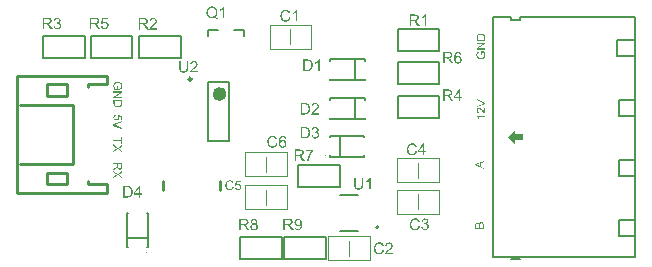
<source format=gbr>
G04*
G04 #@! TF.GenerationSoftware,Altium Limited,Altium Designer,23.0.1 (38)*
G04*
G04 Layer_Color=65535*
%FSLAX25Y25*%
%MOIN*%
G70*
G04*
G04 #@! TF.SameCoordinates,C317ACD7-2F99-4A28-9CC3-B5CC64B43C24*
G04*
G04*
G04 #@! TF.FilePolarity,Positive*
G04*
G01*
G75*
%ADD10C,0.00984*%
%ADD11C,0.02362*%
%ADD12C,0.00394*%
%ADD13C,0.00787*%
%ADD14C,0.00500*%
%ADD15C,0.00700*%
%ADD16C,0.01000*%
G36*
X452006Y411494D02*
X454506Y408994D01*
Y410494D01*
X457006D01*
Y412494D01*
X454506D01*
Y413994D01*
X452006Y411494D01*
D02*
G37*
G36*
X443239Y383172D02*
X443289Y383163D01*
X443347Y383155D01*
X443409Y383138D01*
X443476Y383117D01*
X443542Y383088D01*
X443551Y383084D01*
X443572Y383072D01*
X443601Y383055D01*
X443642Y383030D01*
X443684Y382997D01*
X443730Y382963D01*
X443775Y382922D01*
X443813Y382876D01*
X443817Y382872D01*
X443829Y382855D01*
X443846Y382826D01*
X443863Y382789D01*
X443888Y382743D01*
X443913Y382689D01*
X443933Y382631D01*
X443954Y382560D01*
Y382552D01*
X443963Y382527D01*
X443967Y382485D01*
X443975Y382431D01*
X443983Y382365D01*
X443992Y382285D01*
X443996Y382198D01*
X444000Y382098D01*
Y381000D01*
X441121D01*
Y382132D01*
X441125Y382161D01*
Y382194D01*
X441134Y382269D01*
X441142Y382352D01*
X441159Y382439D01*
X441180Y382527D01*
X441209Y382606D01*
Y382610D01*
X441213Y382614D01*
X441225Y382639D01*
X441246Y382677D01*
X441275Y382718D01*
X441313Y382768D01*
X441358Y382822D01*
X441417Y382872D01*
X441479Y382918D01*
X441487Y382922D01*
X441512Y382934D01*
X441546Y382955D01*
X441596Y382976D01*
X441654Y382997D01*
X441716Y383018D01*
X441787Y383030D01*
X441858Y383034D01*
X441866D01*
X441887D01*
X441924Y383030D01*
X441970Y383022D01*
X442024Y383009D01*
X442082Y382989D01*
X442140Y382963D01*
X442203Y382930D01*
X442211Y382926D01*
X442228Y382914D01*
X442261Y382889D01*
X442294Y382855D01*
X442336Y382814D01*
X442382Y382764D01*
X442423Y382701D01*
X442465Y382631D01*
Y382635D01*
X442469Y382643D01*
X442473Y382656D01*
X442482Y382672D01*
X442498Y382722D01*
X442527Y382781D01*
X442565Y382843D01*
X442611Y382914D01*
X442665Y382976D01*
X442731Y383034D01*
X442739Y383038D01*
X442765Y383055D01*
X442802Y383080D01*
X442852Y383105D01*
X442918Y383130D01*
X442989Y383155D01*
X443072Y383172D01*
X443164Y383176D01*
X443168D01*
X443172D01*
X443197D01*
X443239Y383172D01*
D02*
G37*
G36*
X444000Y403259D02*
X443126Y402922D01*
Y401716D01*
X444000Y401404D01*
Y401000D01*
X441121Y402098D01*
Y402514D01*
X444000Y403691D01*
Y403259D01*
D02*
G37*
G36*
X444500Y423066D02*
Y422667D01*
X441621Y421552D01*
Y421968D01*
X443714Y422717D01*
X443718D01*
X443726Y422721D01*
X443739Y422725D01*
X443755Y422733D01*
X443780Y422737D01*
X443805Y422746D01*
X443868Y422767D01*
X443938Y422791D01*
X444017Y422817D01*
X444184Y422866D01*
X444180D01*
X444171Y422871D01*
X444159Y422875D01*
X444142Y422879D01*
X444097Y422891D01*
X444034Y422912D01*
X443963Y422933D01*
X443884Y422958D01*
X443801Y422987D01*
X443714Y423020D01*
X441621Y423802D01*
Y424189D01*
X444500Y423066D01*
D02*
G37*
G36*
Y419418D02*
X444496D01*
X444479D01*
X444454D01*
X444421Y419422D01*
X444383Y419426D01*
X444342Y419434D01*
X444300Y419443D01*
X444255Y419459D01*
X444250D01*
X444246Y419463D01*
X444221Y419472D01*
X444184Y419488D01*
X444134Y419513D01*
X444076Y419547D01*
X444009Y419588D01*
X443943Y419634D01*
X443872Y419692D01*
X443868D01*
X443863Y419701D01*
X443839Y419721D01*
X443801Y419759D01*
X443747Y419813D01*
X443685Y419875D01*
X443610Y419954D01*
X443527Y420050D01*
X443439Y420154D01*
X443435Y420158D01*
X443423Y420175D01*
X443402Y420200D01*
X443377Y420229D01*
X443343Y420266D01*
X443306Y420312D01*
X443264Y420358D01*
X443219Y420412D01*
X443119Y420516D01*
X443019Y420620D01*
X442969Y420670D01*
X442919Y420716D01*
X442873Y420757D01*
X442828Y420791D01*
X442824D01*
X442819Y420799D01*
X442807Y420807D01*
X442790Y420816D01*
X442744Y420845D01*
X442690Y420878D01*
X442624Y420907D01*
X442553Y420936D01*
X442474Y420953D01*
X442399Y420961D01*
X442395D01*
X442391D01*
X442366Y420957D01*
X442324Y420953D01*
X442279Y420940D01*
X442220Y420924D01*
X442162Y420895D01*
X442104Y420857D01*
X442046Y420807D01*
X442037Y420799D01*
X442021Y420778D01*
X442000Y420749D01*
X441971Y420703D01*
X441946Y420645D01*
X441921Y420578D01*
X441904Y420499D01*
X441900Y420412D01*
Y420387D01*
X441904Y420370D01*
X441908Y420321D01*
X441921Y420262D01*
X441937Y420200D01*
X441967Y420129D01*
X442004Y420063D01*
X442054Y420000D01*
X442062Y419992D01*
X442083Y419975D01*
X442116Y419950D01*
X442166Y419925D01*
X442225Y419896D01*
X442299Y419871D01*
X442383Y419855D01*
X442478Y419846D01*
X442441Y419484D01*
X442437D01*
X442424Y419488D01*
X442403D01*
X442374Y419493D01*
X442341Y419501D01*
X442304Y419509D01*
X442258Y419522D01*
X442212Y419534D01*
X442112Y419567D01*
X442012Y419617D01*
X441962Y419647D01*
X441913Y419684D01*
X441867Y419721D01*
X441825Y419763D01*
X441821Y419767D01*
X441817Y419775D01*
X441804Y419788D01*
X441792Y419809D01*
X441775Y419834D01*
X441759Y419863D01*
X441738Y419896D01*
X441717Y419938D01*
X441696Y419983D01*
X441675Y420033D01*
X441659Y420087D01*
X441642Y420146D01*
X441630Y420208D01*
X441617Y420275D01*
X441613Y420345D01*
X441609Y420420D01*
Y420462D01*
X441613Y420491D01*
X441617Y420524D01*
X441621Y420566D01*
X441630Y420612D01*
X441638Y420657D01*
X441667Y420766D01*
X441709Y420874D01*
X441734Y420928D01*
X441763Y420982D01*
X441800Y421032D01*
X441842Y421078D01*
X441846Y421082D01*
X441850Y421090D01*
X441867Y421098D01*
X441883Y421115D01*
X441904Y421136D01*
X441933Y421157D01*
X441962Y421177D01*
X442000Y421202D01*
X442079Y421244D01*
X442179Y421286D01*
X442229Y421302D01*
X442287Y421311D01*
X442345Y421319D01*
X442408Y421323D01*
X442416D01*
X442437D01*
X442470Y421319D01*
X442516Y421315D01*
X442566Y421306D01*
X442624Y421290D01*
X442686Y421273D01*
X442749Y421248D01*
X442757Y421244D01*
X442778Y421236D01*
X442811Y421219D01*
X442857Y421194D01*
X442907Y421161D01*
X442969Y421119D01*
X443032Y421069D01*
X443102Y421011D01*
X443111Y421003D01*
X443135Y420982D01*
X443156Y420961D01*
X443177Y420940D01*
X443202Y420915D01*
X443235Y420882D01*
X443269Y420849D01*
X443306Y420807D01*
X443348Y420766D01*
X443393Y420716D01*
X443439Y420662D01*
X443493Y420603D01*
X443547Y420537D01*
X443606Y420470D01*
X443610Y420466D01*
X443618Y420458D01*
X443631Y420441D01*
X443647Y420420D01*
X443672Y420395D01*
X443697Y420366D01*
X443751Y420300D01*
X443814Y420229D01*
X443876Y420162D01*
X443930Y420104D01*
X443951Y420079D01*
X443972Y420058D01*
X443976Y420054D01*
X443988Y420042D01*
X444005Y420025D01*
X444030Y420004D01*
X444059Y419983D01*
X444088Y419959D01*
X444159Y419909D01*
Y421327D01*
X444500D01*
Y419418D01*
D02*
G37*
G36*
Y418207D02*
X442249D01*
X442254Y418203D01*
X442270Y418182D01*
X442295Y418157D01*
X442324Y418116D01*
X442362Y418070D01*
X442403Y418012D01*
X442449Y417945D01*
X442495Y417870D01*
Y417866D01*
X442499Y417862D01*
X442516Y417837D01*
X442536Y417795D01*
X442561Y417745D01*
X442591Y417687D01*
X442620Y417625D01*
X442649Y417562D01*
X442674Y417500D01*
X442333D01*
Y417504D01*
X442324Y417513D01*
X442320Y417529D01*
X442308Y417550D01*
X442295Y417575D01*
X442279Y417604D01*
X442237Y417675D01*
X442191Y417758D01*
X442133Y417841D01*
X442066Y417929D01*
X441996Y418016D01*
X441992Y418020D01*
X441987Y418024D01*
X441975Y418037D01*
X441962Y418053D01*
X441921Y418091D01*
X441871Y418141D01*
X441813Y418191D01*
X441746Y418245D01*
X441679Y418290D01*
X441609Y418332D01*
Y418561D01*
X444500D01*
Y418207D01*
D02*
G37*
G36*
X443081Y446007D02*
X443115D01*
X443194Y446003D01*
X443285Y445991D01*
X443381Y445978D01*
X443481Y445957D01*
X443581Y445932D01*
X443585D01*
X443593Y445928D01*
X443606Y445924D01*
X443622Y445920D01*
X443668Y445903D01*
X443726Y445878D01*
X443793Y445853D01*
X443859Y445820D01*
X443930Y445778D01*
X443997Y445737D01*
X444005Y445733D01*
X444026Y445716D01*
X444055Y445691D01*
X444092Y445658D01*
X444134Y445620D01*
X444175Y445575D01*
X444221Y445529D01*
X444259Y445475D01*
X444263Y445466D01*
X444275Y445450D01*
X444292Y445421D01*
X444313Y445379D01*
X444338Y445329D01*
X444359Y445271D01*
X444383Y445204D01*
X444404Y445129D01*
Y445121D01*
X444409Y445109D01*
X444413Y445096D01*
X444417Y445055D01*
X444425Y444996D01*
X444433Y444930D01*
X444442Y444851D01*
X444446Y444763D01*
X444450Y444668D01*
Y443632D01*
X441571D01*
Y444738D01*
X441575Y444813D01*
X441580Y444897D01*
X441588Y444980D01*
X441601Y445063D01*
X441613Y445134D01*
Y445138D01*
X441617Y445146D01*
Y445159D01*
X441625Y445175D01*
X441638Y445221D01*
X441659Y445279D01*
X441688Y445346D01*
X441725Y445416D01*
X441767Y445487D01*
X441821Y445554D01*
X441825Y445558D01*
X441829Y445562D01*
X441842Y445575D01*
X441854Y445591D01*
X441896Y445633D01*
X441954Y445683D01*
X442025Y445737D01*
X442108Y445795D01*
X442204Y445849D01*
X442312Y445895D01*
X442316D01*
X442324Y445899D01*
X442341Y445907D01*
X442366Y445912D01*
X442395Y445924D01*
X442428Y445932D01*
X442466Y445941D01*
X442512Y445953D01*
X442557Y445966D01*
X442611Y445974D01*
X442728Y445995D01*
X442857Y446007D01*
X442998Y446011D01*
X443002D01*
X443011D01*
X443032D01*
X443052D01*
X443081Y446007D01*
D02*
G37*
G36*
X444450Y442596D02*
X442191Y441090D01*
X444450D01*
Y440724D01*
X441571D01*
Y441115D01*
X443834Y442625D01*
X441571D01*
Y442991D01*
X444450D01*
Y442596D01*
D02*
G37*
G36*
X444055Y440162D02*
X444059Y440154D01*
X444071Y440137D01*
X444088Y440117D01*
X444105Y440092D01*
X444126Y440063D01*
X444151Y440025D01*
X444175Y439988D01*
X444230Y439900D01*
X444288Y439801D01*
X444342Y439697D01*
X444388Y439584D01*
Y439580D01*
X444392Y439572D01*
X444396Y439555D01*
X444404Y439534D01*
X444413Y439505D01*
X444425Y439472D01*
X444433Y439434D01*
X444442Y439397D01*
X444463Y439305D01*
X444483Y439201D01*
X444496Y439089D01*
X444500Y438973D01*
Y438931D01*
X444496Y438902D01*
Y438865D01*
X444492Y438819D01*
X444483Y438769D01*
X444479Y438715D01*
X444454Y438594D01*
X444425Y438465D01*
X444379Y438332D01*
X444354Y438265D01*
X444321Y438199D01*
X444317Y438195D01*
X444313Y438182D01*
X444300Y438166D01*
X444288Y438141D01*
X444267Y438111D01*
X444246Y438082D01*
X444188Y438003D01*
X444113Y437920D01*
X444022Y437833D01*
X443918Y437750D01*
X443797Y437675D01*
X443793D01*
X443780Y437666D01*
X443764Y437658D01*
X443735Y437646D01*
X443705Y437633D01*
X443664Y437621D01*
X443622Y437604D01*
X443572Y437587D01*
X443518Y437571D01*
X443456Y437554D01*
X443393Y437542D01*
X443327Y437529D01*
X443181Y437508D01*
X443027Y437500D01*
X443023D01*
X443007D01*
X442986D01*
X442957Y437504D01*
X442919D01*
X442873Y437508D01*
X442828Y437517D01*
X442774Y437521D01*
X442715Y437533D01*
X442653Y437542D01*
X442520Y437575D01*
X442383Y437616D01*
X442245Y437675D01*
X442241Y437679D01*
X442229Y437683D01*
X442212Y437691D01*
X442187Y437708D01*
X442154Y437725D01*
X442121Y437745D01*
X442041Y437804D01*
X441950Y437874D01*
X441863Y437962D01*
X441775Y438062D01*
X441738Y438120D01*
X441700Y438178D01*
X441696Y438182D01*
X441692Y438195D01*
X441684Y438211D01*
X441671Y438236D01*
X441659Y438270D01*
X441642Y438307D01*
X441625Y438349D01*
X441609Y438399D01*
X441592Y438453D01*
X441580Y438511D01*
X441563Y438573D01*
X441551Y438640D01*
X441530Y438785D01*
X441521Y438860D01*
Y438993D01*
X441526Y439018D01*
Y439052D01*
X441534Y439131D01*
X441546Y439218D01*
X441567Y439310D01*
X441592Y439409D01*
X441625Y439505D01*
Y439509D01*
X441630Y439518D01*
X441634Y439530D01*
X441642Y439547D01*
X441667Y439593D01*
X441696Y439651D01*
X441738Y439713D01*
X441788Y439780D01*
X441842Y439842D01*
X441908Y439900D01*
X441917Y439909D01*
X441942Y439925D01*
X441979Y439950D01*
X442033Y439984D01*
X442100Y440017D01*
X442183Y440054D01*
X442274Y440092D01*
X442378Y440121D01*
X442470Y439776D01*
X442466D01*
X442462Y439771D01*
X442449Y439767D01*
X442432Y439763D01*
X442395Y439751D01*
X442345Y439734D01*
X442287Y439709D01*
X442233Y439680D01*
X442175Y439651D01*
X442125Y439613D01*
X442121Y439609D01*
X442104Y439597D01*
X442083Y439572D01*
X442054Y439543D01*
X442021Y439505D01*
X441987Y439455D01*
X441954Y439401D01*
X441925Y439339D01*
X441921Y439330D01*
X441913Y439310D01*
X441900Y439272D01*
X441883Y439222D01*
X441871Y439164D01*
X441858Y439097D01*
X441850Y439023D01*
X441846Y438943D01*
Y438898D01*
X441850Y438877D01*
Y438852D01*
X441854Y438790D01*
X441867Y438719D01*
X441879Y438640D01*
X441900Y438565D01*
X441929Y438490D01*
X441933Y438482D01*
X441942Y438457D01*
X441962Y438423D01*
X441983Y438382D01*
X442017Y438332D01*
X442050Y438278D01*
X442091Y438228D01*
X442137Y438182D01*
X442141Y438178D01*
X442158Y438161D01*
X442187Y438141D01*
X442220Y438116D01*
X442262Y438087D01*
X442312Y438057D01*
X442366Y438028D01*
X442424Y437999D01*
X442428D01*
X442437Y437995D01*
X442449Y437991D01*
X442470Y437983D01*
X442495Y437974D01*
X442524Y437966D01*
X442557Y437953D01*
X442595Y437945D01*
X442682Y437924D01*
X442782Y437908D01*
X442886Y437895D01*
X443002Y437891D01*
X443007D01*
X443019D01*
X443040D01*
X443065Y437895D01*
X443098D01*
X443140Y437899D01*
X443181Y437903D01*
X443227Y437908D01*
X443331Y437924D01*
X443439Y437945D01*
X443547Y437978D01*
X443651Y438020D01*
X443655D01*
X443664Y438028D01*
X443676Y438032D01*
X443693Y438045D01*
X443739Y438074D01*
X443797Y438120D01*
X443859Y438174D01*
X443922Y438240D01*
X443980Y438319D01*
X444034Y438407D01*
Y438411D01*
X444038Y438419D01*
X444047Y438432D01*
X444055Y438453D01*
X444063Y438473D01*
X444071Y438503D01*
X444097Y438569D01*
X444117Y438652D01*
X444138Y438744D01*
X444155Y438844D01*
X444159Y438948D01*
Y438989D01*
X444155Y439014D01*
Y439039D01*
X444146Y439102D01*
X444138Y439177D01*
X444121Y439256D01*
X444097Y439343D01*
X444067Y439430D01*
Y439434D01*
X444063Y439443D01*
X444059Y439451D01*
X444051Y439468D01*
X444030Y439513D01*
X444005Y439563D01*
X443976Y439622D01*
X443943Y439684D01*
X443905Y439742D01*
X443863Y439792D01*
X443323D01*
Y438943D01*
X442982D01*
Y440167D01*
X444051D01*
X444055Y440162D01*
D02*
G37*
G36*
X323379Y401665D02*
X323375Y401631D01*
Y401594D01*
X323370Y401507D01*
X323358Y401415D01*
X323345Y401315D01*
X323325Y401224D01*
X323312Y401178D01*
X323300Y401140D01*
Y401136D01*
X323295Y401132D01*
X323283Y401107D01*
X323266Y401070D01*
X323237Y401024D01*
X323200Y400974D01*
X323150Y400920D01*
X323092Y400870D01*
X323025Y400820D01*
X323021D01*
X323017Y400816D01*
X322992Y400799D01*
X322950Y400783D01*
X322896Y400758D01*
X322834Y400737D01*
X322759Y400716D01*
X322680Y400704D01*
X322592Y400700D01*
X322588D01*
X322580D01*
X322563D01*
X322543Y400704D01*
X322513D01*
X322484Y400708D01*
X322414Y400725D01*
X322330Y400749D01*
X322243Y400783D01*
X322156Y400833D01*
X322114Y400866D01*
X322073Y400899D01*
X322068Y400903D01*
X322064Y400908D01*
X322052Y400920D01*
X322039Y400937D01*
X322023Y400957D01*
X322006Y400982D01*
X321985Y401016D01*
X321960Y401049D01*
X321939Y401091D01*
X321919Y401136D01*
X321894Y401186D01*
X321873Y401240D01*
X321856Y401303D01*
X321835Y401365D01*
X321823Y401436D01*
X321810Y401511D01*
X321806Y401502D01*
X321798Y401486D01*
X321781Y401461D01*
X321765Y401428D01*
X321719Y401353D01*
X321690Y401315D01*
X321665Y401282D01*
X321656Y401274D01*
X321636Y401253D01*
X321602Y401220D01*
X321561Y401178D01*
X321503Y401132D01*
X321440Y401078D01*
X321365Y401024D01*
X321282Y400966D01*
X320500Y400471D01*
Y400945D01*
X321099Y401324D01*
X321103D01*
X321111Y401332D01*
X321124Y401340D01*
X321141Y401353D01*
X321186Y401382D01*
X321245Y401419D01*
X321307Y401465D01*
X321374Y401511D01*
X321436Y401556D01*
X321494Y401598D01*
X321498Y401602D01*
X321515Y401615D01*
X321540Y401636D01*
X321569Y401665D01*
X321632Y401727D01*
X321661Y401760D01*
X321686Y401794D01*
X321690Y401798D01*
X321694Y401806D01*
X321702Y401823D01*
X321715Y401848D01*
X321727Y401873D01*
X321740Y401902D01*
X321761Y401968D01*
Y401972D01*
X321765Y401981D01*
Y401997D01*
X321769Y402018D01*
X321773Y402047D01*
Y402081D01*
X321777Y402126D01*
Y402617D01*
X320500D01*
Y403000D01*
X323379D01*
Y401665D01*
D02*
G37*
G36*
X321989Y399285D02*
X323379Y400267D01*
Y399813D01*
X322638Y399289D01*
X322634D01*
X322630Y399281D01*
X322617Y399273D01*
X322601Y399260D01*
X322559Y399235D01*
X322509Y399198D01*
X322451Y399160D01*
X322393Y399123D01*
X322339Y399090D01*
X322289Y399061D01*
X322297Y399056D01*
X322314Y399044D01*
X322347Y399023D01*
X322389Y398994D01*
X322434Y398961D01*
X322493Y398919D01*
X322551Y398877D01*
X322613Y398828D01*
X323379Y398253D01*
Y397837D01*
X322010Y398836D01*
X320500Y397758D01*
Y398229D01*
X321523Y398956D01*
X321528Y398961D01*
X321540Y398969D01*
X321557Y398977D01*
X321577Y398994D01*
X321636Y399031D01*
X321698Y399073D01*
X321694Y399077D01*
X321677Y399090D01*
X321652Y399106D01*
X321619Y399127D01*
X321552Y399173D01*
X321523Y399194D01*
X321498Y399210D01*
X320500Y399938D01*
Y400396D01*
X321989Y399285D01*
D02*
G37*
G36*
X323379Y409220D02*
X323038D01*
Y410169D01*
X320500D01*
Y410552D01*
X323038D01*
Y411500D01*
X323379D01*
Y409220D01*
D02*
G37*
G36*
X321989Y408010D02*
X323379Y408991D01*
Y408538D01*
X322638Y408014D01*
X322634D01*
X322630Y408006D01*
X322617Y407997D01*
X322601Y407985D01*
X322559Y407960D01*
X322509Y407922D01*
X322451Y407885D01*
X322393Y407847D01*
X322339Y407814D01*
X322289Y407785D01*
X322297Y407781D01*
X322314Y407768D01*
X322347Y407748D01*
X322389Y407719D01*
X322434Y407685D01*
X322493Y407644D01*
X322551Y407602D01*
X322613Y407552D01*
X323379Y406978D01*
Y406562D01*
X322010Y407560D01*
X320500Y406483D01*
Y406953D01*
X321523Y407681D01*
X321528Y407685D01*
X321540Y407694D01*
X321557Y407702D01*
X321577Y407719D01*
X321636Y407756D01*
X321698Y407798D01*
X321694Y407802D01*
X321677Y407814D01*
X321652Y407831D01*
X321619Y407852D01*
X321552Y407897D01*
X321523Y407918D01*
X321498Y407935D01*
X320500Y408663D01*
Y409121D01*
X321989Y408010D01*
D02*
G37*
G36*
X321332Y418630D02*
X321328D01*
X321320D01*
X321307Y418626D01*
X321286Y418621D01*
X321240Y418609D01*
X321178Y418592D01*
X321116Y418567D01*
X321045Y418534D01*
X320983Y418493D01*
X320924Y418443D01*
X320920Y418434D01*
X320903Y418418D01*
X320883Y418384D01*
X320858Y418339D01*
X320833Y418289D01*
X320812Y418226D01*
X320795Y418155D01*
X320791Y418077D01*
Y418051D01*
X320795Y418035D01*
X320799Y417985D01*
X320816Y417927D01*
X320837Y417856D01*
X320870Y417785D01*
X320920Y417710D01*
X320949Y417677D01*
X320983Y417644D01*
X320987Y417640D01*
X320991Y417635D01*
X321003Y417627D01*
X321016Y417615D01*
X321062Y417586D01*
X321120Y417552D01*
X321191Y417523D01*
X321278Y417494D01*
X321382Y417473D01*
X321436Y417465D01*
X321494D01*
X321498D01*
X321507D01*
X321523D01*
X321544Y417469D01*
X321569D01*
X321598Y417473D01*
X321665Y417486D01*
X321744Y417507D01*
X321823Y417536D01*
X321898Y417577D01*
X321969Y417635D01*
X321973D01*
X321977Y417644D01*
X321998Y417665D01*
X322027Y417702D01*
X322060Y417752D01*
X322089Y417819D01*
X322118Y417893D01*
X322139Y417981D01*
X322147Y418031D01*
Y418110D01*
X322143Y418143D01*
X322139Y418185D01*
X322127Y418235D01*
X322114Y418285D01*
X322093Y418339D01*
X322068Y418393D01*
X322064Y418397D01*
X322056Y418413D01*
X322035Y418438D01*
X322014Y418472D01*
X321985Y418505D01*
X321948Y418538D01*
X321910Y418576D01*
X321865Y418605D01*
X321910Y418938D01*
X323391Y418659D01*
Y417228D01*
X323054D01*
Y418380D01*
X322276Y418534D01*
X322281Y418530D01*
X322285Y418522D01*
X322293Y418509D01*
X322305Y418488D01*
X322318Y418463D01*
X322335Y418434D01*
X322368Y418368D01*
X322401Y418285D01*
X322430Y418193D01*
X322451Y418093D01*
X322459Y418043D01*
Y417952D01*
X322455Y417927D01*
X322451Y417893D01*
X322447Y417856D01*
X322439Y417814D01*
X322426Y417769D01*
X322397Y417669D01*
X322376Y417615D01*
X322347Y417561D01*
X322318Y417507D01*
X322285Y417452D01*
X322243Y417403D01*
X322197Y417353D01*
X322193Y417348D01*
X322185Y417340D01*
X322172Y417328D01*
X322151Y417311D01*
X322122Y417290D01*
X322093Y417269D01*
X322056Y417244D01*
X322014Y417219D01*
X321969Y417199D01*
X321919Y417174D01*
X321860Y417153D01*
X321802Y417132D01*
X321740Y417115D01*
X321669Y417103D01*
X321598Y417095D01*
X321523Y417091D01*
X321519D01*
X321507D01*
X321486D01*
X321457Y417095D01*
X321424Y417099D01*
X321386Y417103D01*
X321340Y417111D01*
X321295Y417120D01*
X321186Y417145D01*
X321074Y417186D01*
X321016Y417211D01*
X320962Y417244D01*
X320903Y417278D01*
X320849Y417319D01*
X320845Y417323D01*
X320833Y417332D01*
X320816Y417348D01*
X320795Y417369D01*
X320770Y417398D01*
X320737Y417432D01*
X320708Y417473D01*
X320675Y417519D01*
X320641Y417569D01*
X320612Y417627D01*
X320583Y417690D01*
X320554Y417756D01*
X320533Y417827D01*
X320517Y417906D01*
X320504Y417989D01*
X320500Y418077D01*
Y418114D01*
X320504Y418143D01*
X320508Y418176D01*
X320513Y418214D01*
X320517Y418259D01*
X320529Y418305D01*
X320554Y418409D01*
X320591Y418513D01*
X320617Y418567D01*
X320646Y418621D01*
X320679Y418671D01*
X320716Y418721D01*
X320721Y418725D01*
X320725Y418734D01*
X320741Y418742D01*
X320758Y418759D01*
X320779Y418780D01*
X320804Y418800D01*
X320837Y418825D01*
X320874Y418846D01*
X320912Y418871D01*
X320958Y418896D01*
X321057Y418942D01*
X321174Y418979D01*
X321236Y418992D01*
X321303Y419000D01*
X321332Y418630D01*
D02*
G37*
G36*
X323429Y416500D02*
X321336Y415751D01*
X321332D01*
X321324Y415747D01*
X321311Y415743D01*
X321295Y415734D01*
X321270Y415730D01*
X321245Y415722D01*
X321182Y415701D01*
X321111Y415676D01*
X321033Y415651D01*
X320866Y415601D01*
X320870D01*
X320879Y415597D01*
X320891Y415593D01*
X320908Y415589D01*
X320953Y415576D01*
X321016Y415555D01*
X321087Y415535D01*
X321166Y415510D01*
X321249Y415481D01*
X321336Y415447D01*
X323429Y414665D01*
Y414278D01*
X320550Y415402D01*
Y415801D01*
X323429Y416916D01*
Y416500D01*
D02*
G37*
G36*
X322043Y429996D02*
X322081D01*
X322127Y429992D01*
X322172Y429983D01*
X322226Y429979D01*
X322285Y429967D01*
X322347Y429958D01*
X322480Y429925D01*
X322617Y429883D01*
X322755Y429825D01*
X322759Y429821D01*
X322771Y429817D01*
X322788Y429809D01*
X322813Y429792D01*
X322846Y429775D01*
X322880Y429755D01*
X322959Y429696D01*
X323050Y429626D01*
X323137Y429538D01*
X323225Y429438D01*
X323262Y429380D01*
X323300Y429322D01*
X323304Y429318D01*
X323308Y429305D01*
X323316Y429289D01*
X323329Y429264D01*
X323341Y429230D01*
X323358Y429193D01*
X323375Y429151D01*
X323391Y429101D01*
X323408Y429047D01*
X323420Y428989D01*
X323437Y428927D01*
X323449Y428860D01*
X323470Y428715D01*
X323479Y428640D01*
Y428507D01*
X323474Y428482D01*
Y428448D01*
X323466Y428369D01*
X323454Y428282D01*
X323433Y428190D01*
X323408Y428091D01*
X323375Y427995D01*
Y427991D01*
X323370Y427982D01*
X323366Y427970D01*
X323358Y427953D01*
X323333Y427908D01*
X323304Y427849D01*
X323262Y427787D01*
X323212Y427720D01*
X323158Y427658D01*
X323092Y427600D01*
X323083Y427591D01*
X323058Y427575D01*
X323021Y427550D01*
X322967Y427517D01*
X322900Y427483D01*
X322817Y427446D01*
X322726Y427408D01*
X322622Y427379D01*
X322530Y427725D01*
X322534D01*
X322538Y427729D01*
X322551Y427733D01*
X322568Y427737D01*
X322605Y427749D01*
X322655Y427766D01*
X322713Y427791D01*
X322767Y427820D01*
X322825Y427849D01*
X322875Y427887D01*
X322880Y427891D01*
X322896Y427903D01*
X322917Y427928D01*
X322946Y427957D01*
X322979Y427995D01*
X323013Y428045D01*
X323046Y428099D01*
X323075Y428161D01*
X323079Y428170D01*
X323088Y428190D01*
X323100Y428228D01*
X323117Y428278D01*
X323129Y428336D01*
X323142Y428403D01*
X323150Y428477D01*
X323154Y428556D01*
Y428602D01*
X323150Y428623D01*
Y428648D01*
X323146Y428710D01*
X323133Y428781D01*
X323121Y428860D01*
X323100Y428935D01*
X323071Y429010D01*
X323067Y429018D01*
X323058Y429043D01*
X323038Y429076D01*
X323017Y429118D01*
X322984Y429168D01*
X322950Y429222D01*
X322909Y429272D01*
X322863Y429318D01*
X322859Y429322D01*
X322842Y429339D01*
X322813Y429359D01*
X322780Y429384D01*
X322738Y429413D01*
X322688Y429443D01*
X322634Y429472D01*
X322576Y429501D01*
X322572D01*
X322563Y429505D01*
X322551Y429509D01*
X322530Y429517D01*
X322505Y429526D01*
X322476Y429534D01*
X322443Y429547D01*
X322405Y429555D01*
X322318Y429576D01*
X322218Y429592D01*
X322114Y429605D01*
X321998Y429609D01*
X321993D01*
X321981D01*
X321960D01*
X321935Y429605D01*
X321902D01*
X321860Y429601D01*
X321819Y429597D01*
X321773Y429592D01*
X321669Y429576D01*
X321561Y429555D01*
X321453Y429522D01*
X321349Y429480D01*
X321344D01*
X321336Y429472D01*
X321324Y429467D01*
X321307Y429455D01*
X321261Y429426D01*
X321203Y429380D01*
X321141Y429326D01*
X321078Y429259D01*
X321020Y429180D01*
X320966Y429093D01*
Y429089D01*
X320962Y429081D01*
X320953Y429068D01*
X320945Y429047D01*
X320937Y429027D01*
X320929Y428997D01*
X320903Y428931D01*
X320883Y428848D01*
X320862Y428756D01*
X320845Y428656D01*
X320841Y428552D01*
Y428511D01*
X320845Y428486D01*
Y428461D01*
X320854Y428398D01*
X320862Y428324D01*
X320879Y428244D01*
X320903Y428157D01*
X320933Y428070D01*
Y428066D01*
X320937Y428057D01*
X320941Y428049D01*
X320949Y428032D01*
X320970Y427987D01*
X320995Y427937D01*
X321024Y427878D01*
X321057Y427816D01*
X321095Y427758D01*
X321136Y427708D01*
X321677D01*
Y428556D01*
X322018D01*
Y427333D01*
X320949D01*
X320945Y427338D01*
X320941Y427346D01*
X320929Y427363D01*
X320912Y427383D01*
X320895Y427408D01*
X320874Y427437D01*
X320849Y427475D01*
X320825Y427512D01*
X320770Y427600D01*
X320712Y427700D01*
X320658Y427804D01*
X320612Y427916D01*
Y427920D01*
X320608Y427928D01*
X320604Y427945D01*
X320596Y427966D01*
X320587Y427995D01*
X320575Y428028D01*
X320567Y428066D01*
X320558Y428103D01*
X320537Y428195D01*
X320517Y428299D01*
X320504Y428411D01*
X320500Y428527D01*
Y428569D01*
X320504Y428598D01*
Y428636D01*
X320508Y428681D01*
X320517Y428731D01*
X320521Y428785D01*
X320546Y428906D01*
X320575Y429035D01*
X320621Y429168D01*
X320646Y429235D01*
X320679Y429301D01*
X320683Y429305D01*
X320687Y429318D01*
X320700Y429334D01*
X320712Y429359D01*
X320733Y429389D01*
X320754Y429418D01*
X320812Y429497D01*
X320887Y429580D01*
X320978Y429667D01*
X321082Y429750D01*
X321203Y429825D01*
X321207D01*
X321220Y429834D01*
X321236Y429842D01*
X321265Y429854D01*
X321295Y429867D01*
X321336Y429879D01*
X321378Y429896D01*
X321428Y429913D01*
X321482Y429929D01*
X321544Y429946D01*
X321607Y429958D01*
X321673Y429971D01*
X321819Y429992D01*
X321973Y430000D01*
X321977D01*
X321993D01*
X322014D01*
X322043Y429996D01*
D02*
G37*
G36*
X323429Y426385D02*
X321166Y424875D01*
X323429D01*
Y424509D01*
X320550D01*
Y424904D01*
X322809Y426410D01*
X320550D01*
Y426776D01*
X323429D01*
Y426385D01*
D02*
G37*
G36*
Y422762D02*
X323425Y422687D01*
X323420Y422604D01*
X323412Y422520D01*
X323399Y422437D01*
X323387Y422366D01*
Y422362D01*
X323383Y422354D01*
Y422341D01*
X323375Y422325D01*
X323362Y422279D01*
X323341Y422221D01*
X323312Y422154D01*
X323275Y422084D01*
X323233Y422013D01*
X323179Y421946D01*
X323175Y421942D01*
X323171Y421938D01*
X323158Y421925D01*
X323146Y421909D01*
X323104Y421867D01*
X323046Y421817D01*
X322975Y421763D01*
X322892Y421705D01*
X322796Y421651D01*
X322688Y421605D01*
X322684D01*
X322676Y421601D01*
X322659Y421593D01*
X322634Y421589D01*
X322605Y421576D01*
X322572Y421568D01*
X322534Y421559D01*
X322488Y421547D01*
X322443Y421534D01*
X322389Y421526D01*
X322272Y421505D01*
X322143Y421493D01*
X322002Y421489D01*
X321998D01*
X321989D01*
X321969D01*
X321948D01*
X321919Y421493D01*
X321885D01*
X321806Y421497D01*
X321715Y421509D01*
X321619Y421522D01*
X321519Y421543D01*
X321419Y421568D01*
X321415D01*
X321407Y421572D01*
X321394Y421576D01*
X321378Y421580D01*
X321332Y421597D01*
X321274Y421622D01*
X321207Y421647D01*
X321141Y421680D01*
X321070Y421722D01*
X321003Y421763D01*
X320995Y421767D01*
X320974Y421784D01*
X320945Y421809D01*
X320908Y421842D01*
X320866Y421880D01*
X320825Y421925D01*
X320779Y421971D01*
X320741Y422025D01*
X320737Y422034D01*
X320725Y422050D01*
X320708Y422079D01*
X320687Y422121D01*
X320662Y422171D01*
X320641Y422229D01*
X320617Y422296D01*
X320596Y422371D01*
Y422379D01*
X320591Y422391D01*
X320587Y422404D01*
X320583Y422445D01*
X320575Y422504D01*
X320567Y422570D01*
X320558Y422649D01*
X320554Y422737D01*
X320550Y422832D01*
Y423868D01*
X323429D01*
Y422762D01*
D02*
G37*
G36*
X345442Y434725D02*
Y434720D01*
Y434697D01*
Y434670D01*
Y434631D01*
X345436Y434581D01*
Y434525D01*
X345431Y434459D01*
X345425Y434392D01*
X345408Y434242D01*
X345386Y434087D01*
X345353Y433937D01*
X345331Y433865D01*
X345308Y433798D01*
Y433793D01*
X345303Y433782D01*
X345292Y433765D01*
X345281Y433743D01*
X345248Y433682D01*
X345198Y433604D01*
X345131Y433515D01*
X345053Y433427D01*
X344953Y433332D01*
X344831Y433249D01*
X344826D01*
X344815Y433238D01*
X344798Y433232D01*
X344770Y433216D01*
X344737Y433199D01*
X344692Y433182D01*
X344648Y433166D01*
X344593Y433144D01*
X344531Y433121D01*
X344465Y433105D01*
X344393Y433088D01*
X344309Y433071D01*
X344226Y433060D01*
X344138Y433049D01*
X343938Y433038D01*
X343888D01*
X343849Y433044D01*
X343805D01*
X343749Y433049D01*
X343688Y433055D01*
X343627Y433060D01*
X343488Y433082D01*
X343338Y433116D01*
X343194Y433160D01*
X343055Y433221D01*
X343050D01*
X343039Y433232D01*
X343022Y433243D01*
X343000Y433254D01*
X342939Y433299D01*
X342866Y433360D01*
X342783Y433438D01*
X342706Y433527D01*
X342628Y433638D01*
X342567Y433760D01*
Y433765D01*
X342561Y433776D01*
X342556Y433798D01*
X342545Y433826D01*
X342533Y433859D01*
X342522Y433904D01*
X342506Y433954D01*
X342495Y434015D01*
X342484Y434082D01*
X342467Y434154D01*
X342456Y434231D01*
X342445Y434315D01*
X342434Y434409D01*
X342428Y434509D01*
X342423Y434614D01*
Y434725D01*
Y436945D01*
X342933D01*
Y434725D01*
Y434720D01*
Y434703D01*
Y434675D01*
Y434642D01*
X342939Y434603D01*
Y434553D01*
X342944Y434448D01*
X342955Y434326D01*
X342972Y434204D01*
X342994Y434087D01*
X343005Y434037D01*
X343022Y433987D01*
X343027Y433976D01*
X343039Y433948D01*
X343066Y433909D01*
X343100Y433854D01*
X343139Y433798D01*
X343194Y433737D01*
X343261Y433676D01*
X343338Y433626D01*
X343349Y433621D01*
X343377Y433604D01*
X343427Y433588D01*
X343494Y433565D01*
X343571Y433538D01*
X343671Y433521D01*
X343777Y433504D01*
X343893Y433499D01*
X343949D01*
X343982Y433504D01*
X344032D01*
X344082Y433510D01*
X344204Y433532D01*
X344337Y433560D01*
X344465Y433604D01*
X344587Y433665D01*
X344642Y433704D01*
X344692Y433748D01*
X344698Y433754D01*
X344704Y433760D01*
X344715Y433776D01*
X344731Y433798D01*
X344748Y433832D01*
X344770Y433865D01*
X344792Y433915D01*
X344815Y433965D01*
X344837Y434026D01*
X344853Y434098D01*
X344876Y434181D01*
X344892Y434270D01*
X344909Y434370D01*
X344920Y434476D01*
X344931Y434598D01*
Y434725D01*
Y436945D01*
X345442D01*
Y434725D01*
D02*
G37*
G36*
X347462Y436956D02*
X347506Y436951D01*
X347562Y436945D01*
X347623Y436934D01*
X347684Y436923D01*
X347828Y436884D01*
X347972Y436829D01*
X348045Y436795D01*
X348117Y436757D01*
X348183Y436707D01*
X348245Y436651D01*
X348250Y436646D01*
X348261Y436640D01*
X348272Y436618D01*
X348294Y436596D01*
X348322Y436568D01*
X348350Y436529D01*
X348378Y436490D01*
X348411Y436440D01*
X348466Y436335D01*
X348522Y436202D01*
X348544Y436135D01*
X348555Y436057D01*
X348566Y435980D01*
X348572Y435896D01*
Y435885D01*
Y435857D01*
X348566Y435813D01*
X348561Y435752D01*
X348550Y435685D01*
X348528Y435608D01*
X348505Y435525D01*
X348472Y435441D01*
X348466Y435430D01*
X348455Y435402D01*
X348433Y435358D01*
X348400Y435297D01*
X348356Y435230D01*
X348300Y435147D01*
X348233Y435064D01*
X348156Y434970D01*
X348145Y434958D01*
X348117Y434925D01*
X348089Y434897D01*
X348061Y434870D01*
X348028Y434836D01*
X347984Y434792D01*
X347939Y434748D01*
X347884Y434697D01*
X347828Y434642D01*
X347762Y434581D01*
X347690Y434520D01*
X347612Y434448D01*
X347523Y434376D01*
X347434Y434298D01*
X347429Y434292D01*
X347417Y434281D01*
X347395Y434265D01*
X347368Y434242D01*
X347334Y434209D01*
X347295Y434176D01*
X347207Y434104D01*
X347112Y434020D01*
X347024Y433937D01*
X346946Y433865D01*
X346913Y433837D01*
X346885Y433810D01*
X346879Y433804D01*
X346863Y433787D01*
X346840Y433765D01*
X346813Y433732D01*
X346785Y433693D01*
X346751Y433654D01*
X346685Y433560D01*
X348577D01*
Y433105D01*
X346030D01*
Y433110D01*
Y433132D01*
Y433166D01*
X346036Y433210D01*
X346041Y433260D01*
X346052Y433316D01*
X346063Y433371D01*
X346086Y433432D01*
Y433438D01*
X346091Y433443D01*
X346102Y433476D01*
X346124Y433527D01*
X346158Y433593D01*
X346202Y433671D01*
X346258Y433760D01*
X346319Y433848D01*
X346396Y433943D01*
Y433948D01*
X346407Y433954D01*
X346435Y433987D01*
X346485Y434037D01*
X346557Y434109D01*
X346640Y434193D01*
X346746Y434292D01*
X346874Y434403D01*
X347012Y434520D01*
X347018Y434525D01*
X347040Y434542D01*
X347073Y434570D01*
X347112Y434603D01*
X347162Y434648D01*
X347223Y434697D01*
X347284Y434753D01*
X347357Y434814D01*
X347495Y434947D01*
X347634Y435080D01*
X347701Y435147D01*
X347762Y435214D01*
X347817Y435275D01*
X347862Y435336D01*
Y435341D01*
X347873Y435347D01*
X347884Y435363D01*
X347895Y435386D01*
X347934Y435447D01*
X347978Y435519D01*
X348017Y435608D01*
X348056Y435702D01*
X348078Y435808D01*
X348089Y435907D01*
Y435913D01*
Y435919D01*
X348083Y435952D01*
X348078Y436007D01*
X348061Y436068D01*
X348039Y436146D01*
X348000Y436224D01*
X347950Y436302D01*
X347884Y436379D01*
X347873Y436390D01*
X347845Y436412D01*
X347806Y436440D01*
X347745Y436479D01*
X347667Y436512D01*
X347579Y436546D01*
X347473Y436568D01*
X347357Y436573D01*
X347323D01*
X347301Y436568D01*
X347234Y436562D01*
X347157Y436546D01*
X347073Y436523D01*
X346979Y436485D01*
X346890Y436435D01*
X346807Y436368D01*
X346796Y436357D01*
X346774Y436329D01*
X346740Y436285D01*
X346707Y436218D01*
X346668Y436140D01*
X346635Y436041D01*
X346613Y435930D01*
X346602Y435802D01*
X346119Y435852D01*
Y435857D01*
X346124Y435874D01*
Y435902D01*
X346130Y435941D01*
X346141Y435985D01*
X346152Y436035D01*
X346169Y436096D01*
X346185Y436157D01*
X346230Y436290D01*
X346296Y436424D01*
X346335Y436490D01*
X346385Y436557D01*
X346435Y436618D01*
X346491Y436673D01*
X346496Y436679D01*
X346507Y436684D01*
X346524Y436701D01*
X346552Y436718D01*
X346585Y436740D01*
X346624Y436762D01*
X346668Y436790D01*
X346724Y436818D01*
X346785Y436845D01*
X346851Y436873D01*
X346924Y436895D01*
X347001Y436917D01*
X347084Y436934D01*
X347173Y436951D01*
X347268Y436956D01*
X347368Y436962D01*
X347423D01*
X347462Y436956D01*
D02*
G37*
G36*
X403794Y395725D02*
Y395720D01*
Y395697D01*
Y395670D01*
Y395631D01*
X403789Y395581D01*
Y395526D01*
X403783Y395459D01*
X403778Y395392D01*
X403761Y395242D01*
X403739Y395087D01*
X403705Y394937D01*
X403683Y394865D01*
X403661Y394798D01*
Y394793D01*
X403655Y394782D01*
X403644Y394765D01*
X403633Y394743D01*
X403600Y394682D01*
X403550Y394604D01*
X403483Y394515D01*
X403406Y394427D01*
X403306Y394332D01*
X403184Y394249D01*
X403178D01*
X403167Y394238D01*
X403150Y394232D01*
X403123Y394216D01*
X403089Y394199D01*
X403045Y394182D01*
X403000Y394166D01*
X402945Y394144D01*
X402884Y394121D01*
X402817Y394105D01*
X402745Y394088D01*
X402662Y394071D01*
X402579Y394060D01*
X402490Y394049D01*
X402290Y394038D01*
X402240D01*
X402201Y394044D01*
X402157D01*
X402101Y394049D01*
X402040Y394055D01*
X401979Y394060D01*
X401840Y394082D01*
X401691Y394116D01*
X401546Y394160D01*
X401408Y394221D01*
X401402D01*
X401391Y394232D01*
X401374Y394243D01*
X401352Y394254D01*
X401291Y394299D01*
X401219Y394360D01*
X401136Y394438D01*
X401058Y394527D01*
X400980Y394637D01*
X400919Y394760D01*
Y394765D01*
X400914Y394776D01*
X400908Y394798D01*
X400897Y394826D01*
X400886Y394860D01*
X400875Y394904D01*
X400858Y394954D01*
X400847Y395015D01*
X400836Y395081D01*
X400819Y395154D01*
X400808Y395231D01*
X400797Y395315D01*
X400786Y395409D01*
X400780Y395509D01*
X400775Y395614D01*
Y395725D01*
Y397945D01*
X401286D01*
Y395725D01*
Y395720D01*
Y395703D01*
Y395675D01*
Y395642D01*
X401291Y395603D01*
Y395553D01*
X401297Y395448D01*
X401308Y395326D01*
X401324Y395204D01*
X401347Y395087D01*
X401358Y395037D01*
X401374Y394987D01*
X401380Y394976D01*
X401391Y394948D01*
X401419Y394909D01*
X401452Y394854D01*
X401491Y394798D01*
X401546Y394737D01*
X401613Y394676D01*
X401691Y394626D01*
X401702Y394621D01*
X401730Y394604D01*
X401780Y394587D01*
X401846Y394565D01*
X401924Y394538D01*
X402024Y394521D01*
X402129Y394504D01*
X402246Y394499D01*
X402301D01*
X402334Y394504D01*
X402385D01*
X402434Y394510D01*
X402557Y394532D01*
X402690Y394560D01*
X402817Y394604D01*
X402939Y394665D01*
X402995Y394704D01*
X403045Y394748D01*
X403051Y394754D01*
X403056Y394760D01*
X403067Y394776D01*
X403084Y394798D01*
X403100Y394832D01*
X403123Y394865D01*
X403145Y394915D01*
X403167Y394965D01*
X403189Y395026D01*
X403206Y395098D01*
X403228Y395181D01*
X403245Y395270D01*
X403261Y395370D01*
X403272Y395476D01*
X403284Y395598D01*
Y395725D01*
Y397945D01*
X403794D01*
Y395725D01*
D02*
G37*
G36*
X406225Y394105D02*
X405753D01*
Y397107D01*
X405748Y397102D01*
X405720Y397079D01*
X405687Y397046D01*
X405631Y397007D01*
X405570Y396957D01*
X405492Y396902D01*
X405404Y396841D01*
X405304Y396780D01*
X405298D01*
X405293Y396774D01*
X405259Y396752D01*
X405204Y396724D01*
X405137Y396691D01*
X405059Y396652D01*
X404976Y396613D01*
X404893Y396574D01*
X404810Y396541D01*
Y396996D01*
X404815D01*
X404826Y397007D01*
X404849Y397013D01*
X404876Y397029D01*
X404910Y397046D01*
X404949Y397068D01*
X405043Y397124D01*
X405154Y397185D01*
X405265Y397263D01*
X405381Y397351D01*
X405498Y397446D01*
X405504Y397451D01*
X405509Y397457D01*
X405526Y397474D01*
X405548Y397490D01*
X405598Y397546D01*
X405664Y397612D01*
X405731Y397690D01*
X405803Y397779D01*
X405864Y397868D01*
X405920Y397962D01*
X406225D01*
Y394105D01*
D02*
G37*
G36*
X382145Y384352D02*
X382173D01*
X382212Y384346D01*
X382306Y384330D01*
X382412Y384307D01*
X382528Y384268D01*
X382645Y384219D01*
X382761Y384152D01*
X382767D01*
X382772Y384141D01*
X382789Y384130D01*
X382811Y384113D01*
X382867Y384069D01*
X382939Y384008D01*
X383011Y383924D01*
X383094Y383824D01*
X383166Y383708D01*
X383233Y383575D01*
Y383569D01*
X383238Y383558D01*
X383249Y383536D01*
X383261Y383508D01*
X383272Y383469D01*
X383288Y383419D01*
X383299Y383364D01*
X383316Y383303D01*
X383333Y383231D01*
X383349Y383147D01*
X383361Y383059D01*
X383372Y382964D01*
X383383Y382859D01*
X383394Y382748D01*
X383399Y382626D01*
Y382498D01*
Y382492D01*
Y382465D01*
Y382426D01*
Y382376D01*
X383394Y382315D01*
Y382243D01*
X383388Y382159D01*
X383377Y382076D01*
X383361Y381888D01*
X383333Y381688D01*
X383294Y381499D01*
X383266Y381405D01*
X383238Y381321D01*
Y381316D01*
X383233Y381305D01*
X383222Y381282D01*
X383211Y381249D01*
X383194Y381216D01*
X383172Y381171D01*
X383116Y381077D01*
X383050Y380972D01*
X382972Y380861D01*
X382872Y380755D01*
X382761Y380661D01*
X382755D01*
X382745Y380650D01*
X382728Y380639D01*
X382706Y380628D01*
X382672Y380611D01*
X382639Y380589D01*
X382595Y380567D01*
X382550Y380550D01*
X382445Y380505D01*
X382317Y380467D01*
X382178Y380445D01*
X382023Y380433D01*
X381979D01*
X381951Y380439D01*
X381912D01*
X381868Y380445D01*
X381762Y380467D01*
X381646Y380494D01*
X381523Y380539D01*
X381401Y380600D01*
X381340Y380639D01*
X381285Y380683D01*
X381279Y380689D01*
X381274Y380694D01*
X381257Y380711D01*
X381240Y380728D01*
X381218Y380755D01*
X381190Y380789D01*
X381135Y380866D01*
X381079Y380966D01*
X381024Y381088D01*
X380980Y381227D01*
X380946Y381388D01*
X381401Y381427D01*
Y381421D01*
X381407Y381410D01*
Y381399D01*
X381412Y381377D01*
X381429Y381316D01*
X381451Y381249D01*
X381479Y381171D01*
X381518Y381094D01*
X381562Y381022D01*
X381618Y380961D01*
X381623Y380955D01*
X381646Y380939D01*
X381684Y380916D01*
X381729Y380894D01*
X381790Y380866D01*
X381862Y380844D01*
X381945Y380827D01*
X382034Y380822D01*
X382073D01*
X382112Y380827D01*
X382162Y380833D01*
X382223Y380844D01*
X382284Y380861D01*
X382350Y380883D01*
X382412Y380916D01*
X382417Y380922D01*
X382439Y380933D01*
X382472Y380955D01*
X382506Y380988D01*
X382550Y381027D01*
X382595Y381072D01*
X382639Y381122D01*
X382683Y381183D01*
X382689Y381188D01*
X382700Y381216D01*
X382722Y381255D01*
X382745Y381305D01*
X382772Y381371D01*
X382800Y381449D01*
X382828Y381538D01*
X382856Y381638D01*
Y381643D01*
X382861Y381649D01*
Y381665D01*
X382867Y381688D01*
X382878Y381743D01*
X382894Y381815D01*
X382905Y381904D01*
X382916Y381998D01*
X382922Y382104D01*
X382928Y382215D01*
Y382221D01*
Y382237D01*
Y382265D01*
Y382309D01*
X382922Y382298D01*
X382900Y382270D01*
X382867Y382232D01*
X382828Y382176D01*
X382772Y382121D01*
X382706Y382060D01*
X382628Y381998D01*
X382539Y381943D01*
X382528Y381937D01*
X382495Y381921D01*
X382445Y381899D01*
X382384Y381876D01*
X382300Y381849D01*
X382212Y381826D01*
X382112Y381810D01*
X382006Y381804D01*
X381962D01*
X381929Y381810D01*
X381884Y381815D01*
X381840Y381821D01*
X381784Y381832D01*
X381729Y381849D01*
X381601Y381888D01*
X381535Y381915D01*
X381468Y381948D01*
X381396Y381987D01*
X381329Y382037D01*
X381263Y382087D01*
X381202Y382148D01*
X381196Y382154D01*
X381185Y382165D01*
X381174Y382182D01*
X381152Y382209D01*
X381124Y382248D01*
X381096Y382287D01*
X381068Y382337D01*
X381041Y382393D01*
X381007Y382454D01*
X380980Y382520D01*
X380952Y382598D01*
X380924Y382676D01*
X380902Y382764D01*
X380891Y382859D01*
X380880Y382953D01*
X380874Y383059D01*
Y383064D01*
Y383086D01*
Y383114D01*
X380880Y383153D01*
X380885Y383203D01*
X380891Y383264D01*
X380902Y383325D01*
X380919Y383397D01*
X380957Y383541D01*
X380985Y383619D01*
X381018Y383702D01*
X381057Y383780D01*
X381107Y383852D01*
X381157Y383930D01*
X381218Y383997D01*
X381224Y384002D01*
X381235Y384013D01*
X381252Y384030D01*
X381279Y384052D01*
X381313Y384080D01*
X381357Y384113D01*
X381401Y384141D01*
X381457Y384180D01*
X381512Y384213D01*
X381579Y384241D01*
X381729Y384302D01*
X381806Y384324D01*
X381895Y384341D01*
X381984Y384352D01*
X382079Y384357D01*
X382117D01*
X382145Y384352D01*
D02*
G37*
G36*
X379026Y384335D02*
X379076D01*
X379192Y384330D01*
X379315Y384313D01*
X379448Y384296D01*
X379570Y384268D01*
X379631Y384252D01*
X379681Y384235D01*
X379686D01*
X379692Y384230D01*
X379725Y384213D01*
X379775Y384191D01*
X379836Y384152D01*
X379903Y384102D01*
X379975Y384035D01*
X380042Y383958D01*
X380108Y383869D01*
Y383863D01*
X380114Y383858D01*
X380136Y383824D01*
X380158Y383769D01*
X380191Y383697D01*
X380219Y383613D01*
X380247Y383514D01*
X380264Y383408D01*
X380269Y383292D01*
Y383286D01*
Y383275D01*
Y383253D01*
X380264Y383225D01*
Y383186D01*
X380258Y383147D01*
X380236Y383053D01*
X380203Y382942D01*
X380158Y382825D01*
X380092Y382709D01*
X380047Y382653D01*
X380003Y382598D01*
X379997Y382592D01*
X379992Y382587D01*
X379975Y382570D01*
X379953Y382554D01*
X379925Y382531D01*
X379892Y382509D01*
X379847Y382481D01*
X379803Y382448D01*
X379747Y382420D01*
X379686Y382393D01*
X379620Y382359D01*
X379548Y382331D01*
X379464Y382309D01*
X379381Y382282D01*
X379287Y382265D01*
X379187Y382248D01*
X379198Y382243D01*
X379220Y382232D01*
X379254Y382209D01*
X379298Y382187D01*
X379398Y382126D01*
X379448Y382087D01*
X379492Y382054D01*
X379503Y382043D01*
X379531Y382015D01*
X379575Y381971D01*
X379631Y381915D01*
X379692Y381838D01*
X379764Y381754D01*
X379836Y381654D01*
X379914Y381543D01*
X380574Y380500D01*
X379942D01*
X379437Y381299D01*
Y381305D01*
X379426Y381316D01*
X379414Y381332D01*
X379398Y381355D01*
X379359Y381416D01*
X379309Y381493D01*
X379248Y381577D01*
X379187Y381665D01*
X379126Y381749D01*
X379070Y381826D01*
X379065Y381832D01*
X379048Y381854D01*
X379020Y381888D01*
X378982Y381926D01*
X378898Y382010D01*
X378854Y382049D01*
X378809Y382082D01*
X378804Y382087D01*
X378793Y382093D01*
X378771Y382104D01*
X378737Y382121D01*
X378704Y382137D01*
X378665Y382154D01*
X378576Y382182D01*
X378571D01*
X378560Y382187D01*
X378538D01*
X378510Y382193D01*
X378471Y382198D01*
X378427D01*
X378365Y382204D01*
X377711D01*
Y380500D01*
X377200D01*
Y384341D01*
X378982D01*
X379026Y384335D01*
D02*
G37*
G36*
X364326D02*
X364376D01*
X364493Y384330D01*
X364615Y384313D01*
X364748Y384296D01*
X364870Y384268D01*
X364931Y384252D01*
X364981Y384235D01*
X364986D01*
X364992Y384230D01*
X365025Y384213D01*
X365075Y384191D01*
X365136Y384152D01*
X365203Y384102D01*
X365275Y384035D01*
X365342Y383958D01*
X365408Y383869D01*
Y383863D01*
X365414Y383858D01*
X365436Y383824D01*
X365458Y383769D01*
X365491Y383697D01*
X365519Y383613D01*
X365547Y383514D01*
X365564Y383408D01*
X365569Y383292D01*
Y383286D01*
Y383275D01*
Y383253D01*
X365564Y383225D01*
Y383186D01*
X365558Y383147D01*
X365536Y383053D01*
X365503Y382942D01*
X365458Y382825D01*
X365392Y382709D01*
X365347Y382653D01*
X365303Y382598D01*
X365297Y382592D01*
X365292Y382587D01*
X365275Y382570D01*
X365253Y382554D01*
X365225Y382531D01*
X365192Y382509D01*
X365147Y382481D01*
X365103Y382448D01*
X365047Y382420D01*
X364986Y382393D01*
X364920Y382359D01*
X364848Y382331D01*
X364764Y382309D01*
X364681Y382282D01*
X364587Y382265D01*
X364487Y382248D01*
X364498Y382243D01*
X364520Y382232D01*
X364553Y382209D01*
X364598Y382187D01*
X364698Y382126D01*
X364748Y382087D01*
X364792Y382054D01*
X364803Y382043D01*
X364831Y382015D01*
X364875Y381971D01*
X364931Y381915D01*
X364992Y381838D01*
X365064Y381754D01*
X365136Y381654D01*
X365214Y381543D01*
X365874Y380500D01*
X365242D01*
X364737Y381299D01*
Y381305D01*
X364726Y381316D01*
X364714Y381332D01*
X364698Y381355D01*
X364659Y381416D01*
X364609Y381493D01*
X364548Y381577D01*
X364487Y381665D01*
X364426Y381749D01*
X364370Y381826D01*
X364365Y381832D01*
X364348Y381854D01*
X364320Y381888D01*
X364282Y381926D01*
X364198Y382010D01*
X364154Y382049D01*
X364109Y382082D01*
X364104Y382087D01*
X364093Y382093D01*
X364071Y382104D01*
X364037Y382121D01*
X364004Y382137D01*
X363965Y382154D01*
X363876Y382182D01*
X363871D01*
X363860Y382187D01*
X363838D01*
X363810Y382193D01*
X363771Y382198D01*
X363726D01*
X363666Y382204D01*
X363011D01*
Y380500D01*
X362500D01*
Y384341D01*
X364282D01*
X364326Y384335D01*
D02*
G37*
G36*
X367506Y384352D02*
X367550Y384346D01*
X367600Y384341D01*
X367656Y384335D01*
X367711Y384318D01*
X367845Y384285D01*
X367978Y384235D01*
X368044Y384202D01*
X368111Y384163D01*
X368172Y384113D01*
X368233Y384063D01*
X368239Y384057D01*
X368244Y384052D01*
X368261Y384035D01*
X368283Y384013D01*
X368305Y383980D01*
X368333Y383946D01*
X368389Y383863D01*
X368444Y383758D01*
X368494Y383636D01*
X368533Y383497D01*
X368538Y383425D01*
X368544Y383347D01*
Y383342D01*
Y383336D01*
Y383303D01*
X368538Y383253D01*
X368527Y383192D01*
X368511Y383114D01*
X368483Y383036D01*
X368450Y382959D01*
X368400Y382881D01*
X368394Y382870D01*
X368372Y382848D01*
X368339Y382814D01*
X368294Y382770D01*
X368233Y382720D01*
X368161Y382670D01*
X368078Y382620D01*
X367978Y382576D01*
X367983D01*
X367994Y382570D01*
X368011Y382565D01*
X368033Y382554D01*
X368100Y382526D01*
X368178Y382487D01*
X368261Y382431D01*
X368350Y382370D01*
X368433Y382293D01*
X368511Y382204D01*
Y382198D01*
X368516Y382193D01*
X368538Y382159D01*
X368572Y382104D01*
X368605Y382032D01*
X368638Y381943D01*
X368672Y381838D01*
X368694Y381721D01*
X368699Y381593D01*
Y381588D01*
Y381571D01*
Y381543D01*
X368694Y381510D01*
X368688Y381471D01*
X368683Y381421D01*
X368672Y381366D01*
X368655Y381305D01*
X368616Y381177D01*
X368588Y381105D01*
X368549Y381038D01*
X368511Y380966D01*
X368466Y380900D01*
X368411Y380833D01*
X368350Y380766D01*
X368344Y380761D01*
X368333Y380750D01*
X368316Y380733D01*
X368289Y380716D01*
X368250Y380689D01*
X368211Y380661D01*
X368161Y380633D01*
X368106Y380600D01*
X368044Y380567D01*
X367972Y380539D01*
X367895Y380511D01*
X367817Y380483D01*
X367728Y380467D01*
X367634Y380450D01*
X367539Y380439D01*
X367434Y380433D01*
X367378D01*
X367340Y380439D01*
X367290Y380445D01*
X367234Y380450D01*
X367173Y380461D01*
X367107Y380478D01*
X366957Y380517D01*
X366879Y380544D01*
X366807Y380572D01*
X366729Y380611D01*
X366651Y380655D01*
X366579Y380705D01*
X366513Y380766D01*
X366507Y380772D01*
X366496Y380783D01*
X366479Y380800D01*
X366457Y380827D01*
X366435Y380861D01*
X366402Y380900D01*
X366374Y380944D01*
X366341Y380999D01*
X366307Y381055D01*
X366280Y381122D01*
X366224Y381260D01*
X366202Y381344D01*
X366185Y381427D01*
X366174Y381516D01*
X366169Y381604D01*
Y381610D01*
Y381621D01*
Y381643D01*
X366174Y381665D01*
Y381699D01*
X366180Y381738D01*
X366191Y381826D01*
X366213Y381926D01*
X366246Y382026D01*
X366296Y382132D01*
X366357Y382232D01*
Y382237D01*
X366368Y382243D01*
X366390Y382270D01*
X366435Y382315D01*
X366496Y382370D01*
X366574Y382426D01*
X366668Y382487D01*
X366774Y382537D01*
X366901Y382576D01*
X366896D01*
X366890Y382581D01*
X366873Y382587D01*
X366851Y382598D01*
X366801Y382620D01*
X366735Y382653D01*
X366663Y382698D01*
X366590Y382753D01*
X366524Y382814D01*
X366463Y382881D01*
X366457Y382892D01*
X366441Y382914D01*
X366418Y382959D01*
X366396Y383014D01*
X366368Y383086D01*
X366346Y383170D01*
X366330Y383264D01*
X366324Y383364D01*
Y383369D01*
Y383381D01*
Y383403D01*
X366330Y383436D01*
X366335Y383469D01*
X366341Y383514D01*
X366363Y383608D01*
X366396Y383719D01*
X366452Y383836D01*
X366485Y383897D01*
X366524Y383958D01*
X366574Y384013D01*
X366624Y384069D01*
X366629Y384074D01*
X366640Y384080D01*
X366657Y384096D01*
X366679Y384113D01*
X366707Y384135D01*
X366746Y384157D01*
X366790Y384185D01*
X366834Y384213D01*
X366890Y384241D01*
X366951Y384268D01*
X367018Y384291D01*
X367090Y384313D01*
X367245Y384346D01*
X367334Y384352D01*
X367423Y384357D01*
X367473D01*
X367506Y384352D01*
D02*
G37*
G36*
X387097Y406998D02*
X387091Y406993D01*
X387080Y406982D01*
X387058Y406960D01*
X387036Y406926D01*
X387003Y406887D01*
X386958Y406843D01*
X386914Y406788D01*
X386864Y406721D01*
X386814Y406654D01*
X386753Y406577D01*
X386692Y406488D01*
X386631Y406399D01*
X386564Y406299D01*
X386497Y406194D01*
X386431Y406077D01*
X386364Y405961D01*
X386359Y405955D01*
X386348Y405933D01*
X386331Y405900D01*
X386303Y405850D01*
X386276Y405789D01*
X386242Y405722D01*
X386203Y405644D01*
X386164Y405555D01*
X386120Y405456D01*
X386070Y405356D01*
X386026Y405245D01*
X385981Y405128D01*
X385893Y404889D01*
X385809Y404634D01*
Y404629D01*
X385804Y404612D01*
X385798Y404584D01*
X385787Y404551D01*
X385776Y404507D01*
X385765Y404451D01*
X385748Y404390D01*
X385737Y404323D01*
X385720Y404246D01*
X385704Y404162D01*
X385676Y403985D01*
X385648Y403791D01*
X385632Y403580D01*
X385149D01*
Y403585D01*
Y403602D01*
Y403624D01*
X385154Y403657D01*
Y403702D01*
X385160Y403757D01*
X385166Y403818D01*
X385171Y403885D01*
X385182Y403963D01*
X385193Y404040D01*
X385210Y404135D01*
X385226Y404229D01*
X385243Y404329D01*
X385265Y404440D01*
X385321Y404668D01*
Y404673D01*
X385327Y404695D01*
X385338Y404729D01*
X385354Y404778D01*
X385371Y404834D01*
X385393Y404901D01*
X385415Y404978D01*
X385449Y405061D01*
X385482Y405156D01*
X385515Y405250D01*
X385598Y405461D01*
X385698Y405683D01*
X385809Y405905D01*
X385815Y405911D01*
X385826Y405933D01*
X385843Y405961D01*
X385865Y406005D01*
X385893Y406055D01*
X385931Y406116D01*
X385970Y406183D01*
X386015Y406255D01*
X386120Y406416D01*
X386231Y406582D01*
X386359Y406754D01*
X386492Y406915D01*
X384611D01*
Y407370D01*
X387097D01*
Y406998D01*
D02*
G37*
G36*
X382729Y407415D02*
X382779D01*
X382896Y407409D01*
X383018Y407393D01*
X383151Y407376D01*
X383273Y407348D01*
X383334Y407332D01*
X383384Y407315D01*
X383389D01*
X383395Y407309D01*
X383428Y407293D01*
X383478Y407270D01*
X383539Y407232D01*
X383606Y407182D01*
X383678Y407115D01*
X383745Y407037D01*
X383811Y406949D01*
Y406943D01*
X383817Y406937D01*
X383839Y406904D01*
X383861Y406849D01*
X383894Y406777D01*
X383922Y406693D01*
X383950Y406593D01*
X383967Y406488D01*
X383972Y406371D01*
Y406366D01*
Y406355D01*
Y406332D01*
X383967Y406305D01*
Y406266D01*
X383961Y406227D01*
X383939Y406133D01*
X383906Y406022D01*
X383861Y405905D01*
X383795Y405789D01*
X383750Y405733D01*
X383706Y405678D01*
X383700Y405672D01*
X383695Y405666D01*
X383678Y405650D01*
X383656Y405633D01*
X383628Y405611D01*
X383595Y405589D01*
X383551Y405561D01*
X383506Y405528D01*
X383451Y405500D01*
X383389Y405472D01*
X383323Y405439D01*
X383251Y405411D01*
X383168Y405389D01*
X383084Y405361D01*
X382990Y405345D01*
X382890Y405328D01*
X382901Y405322D01*
X382923Y405311D01*
X382957Y405289D01*
X383001Y405267D01*
X383101Y405206D01*
X383151Y405167D01*
X383195Y405134D01*
X383206Y405123D01*
X383234Y405095D01*
X383278Y405051D01*
X383334Y404995D01*
X383395Y404917D01*
X383467Y404834D01*
X383539Y404734D01*
X383617Y404623D01*
X384278Y403580D01*
X383645D01*
X383140Y404379D01*
Y404385D01*
X383129Y404396D01*
X383118Y404412D01*
X383101Y404434D01*
X383062Y404495D01*
X383012Y404573D01*
X382951Y404656D01*
X382890Y404745D01*
X382829Y404829D01*
X382773Y404906D01*
X382768Y404912D01*
X382751Y404934D01*
X382723Y404967D01*
X382685Y405006D01*
X382601Y405089D01*
X382557Y405128D01*
X382513Y405162D01*
X382507Y405167D01*
X382496Y405173D01*
X382474Y405184D01*
X382440Y405200D01*
X382407Y405217D01*
X382368Y405234D01*
X382279Y405261D01*
X382274D01*
X382263Y405267D01*
X382241D01*
X382213Y405272D01*
X382174Y405278D01*
X382130D01*
X382069Y405284D01*
X381414D01*
Y403580D01*
X380903D01*
Y407420D01*
X382685D01*
X382729Y407415D01*
D02*
G37*
G36*
X435515Y439956D02*
X435554D01*
X435598Y439951D01*
X435703Y439929D01*
X435820Y439901D01*
X435942Y439856D01*
X436064Y439790D01*
X436125Y439751D01*
X436181Y439707D01*
X436186Y439701D01*
X436192Y439696D01*
X436208Y439679D01*
X436225Y439662D01*
X436253Y439635D01*
X436275Y439601D01*
X436336Y439524D01*
X436397Y439424D01*
X436453Y439301D01*
X436503Y439163D01*
X436536Y439007D01*
X436064Y438969D01*
Y438974D01*
X436059Y438980D01*
X436053Y439013D01*
X436036Y439063D01*
X436014Y439124D01*
X435992Y439190D01*
X435959Y439257D01*
X435920Y439318D01*
X435881Y439368D01*
X435870Y439379D01*
X435848Y439401D01*
X435809Y439435D01*
X435753Y439473D01*
X435681Y439507D01*
X435603Y439540D01*
X435509Y439562D01*
X435409Y439573D01*
X435370D01*
X435326Y439568D01*
X435276Y439557D01*
X435209Y439540D01*
X435143Y439518D01*
X435076Y439490D01*
X435010Y439446D01*
X434999Y439440D01*
X434971Y439418D01*
X434932Y439379D01*
X434882Y439324D01*
X434827Y439257D01*
X434765Y439179D01*
X434710Y439080D01*
X434654Y438969D01*
Y438963D01*
X434649Y438952D01*
X434643Y438935D01*
X434632Y438913D01*
X434627Y438880D01*
X434616Y438841D01*
X434604Y438796D01*
X434593Y438741D01*
X434577Y438680D01*
X434566Y438613D01*
X434554Y438541D01*
X434549Y438463D01*
X434538Y438375D01*
X434532Y438286D01*
X434527Y438186D01*
Y438086D01*
X434532Y438092D01*
X434554Y438125D01*
X434593Y438169D01*
X434643Y438225D01*
X434699Y438291D01*
X434771Y438352D01*
X434849Y438413D01*
X434937Y438469D01*
X434943D01*
X434948Y438475D01*
X434982Y438491D01*
X435032Y438508D01*
X435098Y438536D01*
X435176Y438558D01*
X435265Y438574D01*
X435359Y438591D01*
X435459Y438597D01*
X435503D01*
X435537Y438591D01*
X435581Y438586D01*
X435626Y438580D01*
X435681Y438569D01*
X435737Y438552D01*
X435864Y438513D01*
X435931Y438486D01*
X435997Y438447D01*
X436064Y438408D01*
X436136Y438364D01*
X436203Y438308D01*
X436264Y438247D01*
X436269Y438241D01*
X436281Y438230D01*
X436297Y438214D01*
X436314Y438186D01*
X436342Y438147D01*
X436369Y438108D01*
X436397Y438058D01*
X436430Y438003D01*
X436464Y437942D01*
X436491Y437875D01*
X436519Y437797D01*
X436547Y437720D01*
X436564Y437637D01*
X436580Y437542D01*
X436591Y437448D01*
X436597Y437348D01*
Y437342D01*
Y437331D01*
Y437315D01*
Y437287D01*
X436591Y437254D01*
Y437220D01*
X436575Y437131D01*
X436558Y437026D01*
X436530Y436915D01*
X436491Y436793D01*
X436436Y436676D01*
Y436671D01*
X436430Y436665D01*
X436419Y436649D01*
X436408Y436626D01*
X436375Y436571D01*
X436325Y436499D01*
X436264Y436421D01*
X436192Y436343D01*
X436103Y436266D01*
X436009Y436199D01*
X436003D01*
X435997Y436194D01*
X435981Y436182D01*
X435959Y436177D01*
X435903Y436149D01*
X435831Y436121D01*
X435737Y436088D01*
X435631Y436066D01*
X435515Y436044D01*
X435387Y436038D01*
X435359D01*
X435331Y436044D01*
X435287D01*
X435237Y436049D01*
X435182Y436060D01*
X435115Y436077D01*
X435048Y436094D01*
X434971Y436116D01*
X434893Y436143D01*
X434815Y436177D01*
X434732Y436221D01*
X434654Y436271D01*
X434577Y436327D01*
X434499Y436393D01*
X434427Y436471D01*
X434421Y436477D01*
X434410Y436493D01*
X434394Y436515D01*
X434371Y436554D01*
X434338Y436604D01*
X434310Y436660D01*
X434277Y436732D01*
X434244Y436809D01*
X434205Y436904D01*
X434172Y437009D01*
X434144Y437126D01*
X434116Y437254D01*
X434088Y437398D01*
X434072Y437553D01*
X434060Y437720D01*
X434055Y437897D01*
Y437903D01*
Y437908D01*
Y437925D01*
Y437947D01*
X434060Y438003D01*
Y438081D01*
X434066Y438169D01*
X434077Y438275D01*
X434088Y438391D01*
X434105Y438519D01*
X434127Y438647D01*
X434155Y438785D01*
X434188Y438918D01*
X434227Y439052D01*
X434277Y439179D01*
X434333Y439301D01*
X434394Y439418D01*
X434466Y439518D01*
X434471Y439524D01*
X434482Y439535D01*
X434505Y439557D01*
X434532Y439590D01*
X434566Y439623D01*
X434610Y439657D01*
X434665Y439701D01*
X434721Y439740D01*
X434788Y439779D01*
X434860Y439823D01*
X434943Y439856D01*
X435026Y439895D01*
X435121Y439923D01*
X435220Y439945D01*
X435326Y439956D01*
X435437Y439962D01*
X435481D01*
X435515Y439956D01*
D02*
G37*
G36*
X432229Y439940D02*
X432279D01*
X432396Y439934D01*
X432518Y439918D01*
X432651Y439901D01*
X432773Y439873D01*
X432834Y439856D01*
X432884Y439840D01*
X432890D01*
X432895Y439834D01*
X432928Y439818D01*
X432978Y439795D01*
X433039Y439757D01*
X433106Y439707D01*
X433178Y439640D01*
X433245Y439562D01*
X433311Y439473D01*
Y439468D01*
X433317Y439462D01*
X433339Y439429D01*
X433361Y439374D01*
X433394Y439301D01*
X433422Y439218D01*
X433450Y439118D01*
X433467Y439013D01*
X433472Y438896D01*
Y438891D01*
Y438880D01*
Y438858D01*
X433467Y438830D01*
Y438791D01*
X433461Y438752D01*
X433439Y438658D01*
X433406Y438547D01*
X433361Y438430D01*
X433295Y438314D01*
X433250Y438258D01*
X433206Y438203D01*
X433200Y438197D01*
X433195Y438192D01*
X433178Y438175D01*
X433156Y438158D01*
X433128Y438136D01*
X433095Y438114D01*
X433050Y438086D01*
X433006Y438053D01*
X432951Y438025D01*
X432890Y437997D01*
X432823Y437964D01*
X432751Y437936D01*
X432667Y437914D01*
X432584Y437886D01*
X432490Y437870D01*
X432390Y437853D01*
X432401Y437847D01*
X432423Y437836D01*
X432457Y437814D01*
X432501Y437792D01*
X432601Y437731D01*
X432651Y437692D01*
X432695Y437659D01*
X432706Y437648D01*
X432734Y437620D01*
X432779Y437575D01*
X432834Y437520D01*
X432895Y437442D01*
X432967Y437359D01*
X433039Y437259D01*
X433117Y437148D01*
X433778Y436105D01*
X433145D01*
X432640Y436904D01*
Y436909D01*
X432629Y436920D01*
X432618Y436937D01*
X432601Y436959D01*
X432562Y437020D01*
X432512Y437098D01*
X432451Y437181D01*
X432390Y437270D01*
X432329Y437353D01*
X432273Y437431D01*
X432268Y437437D01*
X432251Y437459D01*
X432224Y437492D01*
X432185Y437531D01*
X432101Y437614D01*
X432057Y437653D01*
X432013Y437686D01*
X432007Y437692D01*
X431996Y437698D01*
X431974Y437709D01*
X431940Y437725D01*
X431907Y437742D01*
X431868Y437759D01*
X431779Y437786D01*
X431774D01*
X431763Y437792D01*
X431741D01*
X431713Y437797D01*
X431674Y437803D01*
X431630D01*
X431569Y437809D01*
X430914D01*
Y436105D01*
X430403D01*
Y439945D01*
X432185D01*
X432229Y439940D01*
D02*
G37*
G36*
X318738Y450841D02*
X317201D01*
X316996Y449803D01*
X317001Y449809D01*
X317012Y449814D01*
X317029Y449825D01*
X317057Y449842D01*
X317090Y449859D01*
X317129Y449881D01*
X317218Y449925D01*
X317329Y449970D01*
X317451Y450009D01*
X317584Y450036D01*
X317651Y450047D01*
X317773D01*
X317806Y450042D01*
X317850Y450036D01*
X317900Y450031D01*
X317956Y450020D01*
X318017Y450003D01*
X318150Y449964D01*
X318222Y449936D01*
X318294Y449898D01*
X318367Y449859D01*
X318439Y449814D01*
X318505Y449759D01*
X318572Y449698D01*
X318577Y449692D01*
X318588Y449681D01*
X318605Y449664D01*
X318627Y449637D01*
X318655Y449598D01*
X318683Y449559D01*
X318716Y449509D01*
X318749Y449454D01*
X318777Y449393D01*
X318811Y449326D01*
X318838Y449248D01*
X318866Y449171D01*
X318888Y449087D01*
X318905Y448993D01*
X318916Y448899D01*
X318921Y448799D01*
Y448793D01*
Y448776D01*
Y448749D01*
X318916Y448710D01*
X318910Y448666D01*
X318905Y448616D01*
X318894Y448555D01*
X318883Y448493D01*
X318849Y448349D01*
X318794Y448199D01*
X318761Y448122D01*
X318716Y448049D01*
X318672Y447972D01*
X318616Y447900D01*
X318611Y447894D01*
X318600Y447877D01*
X318577Y447855D01*
X318550Y447827D01*
X318511Y447794D01*
X318466Y447750D01*
X318411Y447711D01*
X318350Y447667D01*
X318283Y447622D01*
X318206Y447583D01*
X318122Y447544D01*
X318034Y447506D01*
X317939Y447478D01*
X317834Y447456D01*
X317723Y447439D01*
X317606Y447433D01*
X317556D01*
X317517Y447439D01*
X317473Y447444D01*
X317423Y447450D01*
X317362Y447456D01*
X317301Y447472D01*
X317162Y447506D01*
X317023Y447555D01*
X316951Y447589D01*
X316879Y447628D01*
X316813Y447672D01*
X316746Y447722D01*
X316740Y447727D01*
X316729Y447733D01*
X316718Y447755D01*
X316696Y447778D01*
X316668Y447805D01*
X316640Y447839D01*
X316607Y447883D01*
X316579Y447933D01*
X316546Y447983D01*
X316513Y448044D01*
X316452Y448177D01*
X316402Y448333D01*
X316385Y448416D01*
X316374Y448505D01*
X316868Y448543D01*
Y448538D01*
Y448527D01*
X316874Y448510D01*
X316879Y448482D01*
X316896Y448421D01*
X316918Y448338D01*
X316951Y448255D01*
X316996Y448161D01*
X317051Y448077D01*
X317118Y447999D01*
X317129Y447994D01*
X317151Y447972D01*
X317196Y447944D01*
X317257Y447911D01*
X317323Y447877D01*
X317406Y447850D01*
X317501Y447827D01*
X317606Y447822D01*
X317639D01*
X317662Y447827D01*
X317728Y447833D01*
X317806Y447855D01*
X317900Y447883D01*
X317995Y447927D01*
X318095Y447994D01*
X318139Y448033D01*
X318183Y448077D01*
X318189Y448083D01*
X318195Y448088D01*
X318206Y448105D01*
X318222Y448122D01*
X318261Y448183D01*
X318305Y448260D01*
X318344Y448355D01*
X318383Y448471D01*
X318411Y448610D01*
X318422Y448682D01*
Y448760D01*
Y448765D01*
Y448776D01*
Y448799D01*
X318417Y448827D01*
Y448860D01*
X318411Y448899D01*
X318394Y448987D01*
X318367Y449093D01*
X318328Y449198D01*
X318272Y449298D01*
X318195Y449393D01*
Y449398D01*
X318183Y449404D01*
X318156Y449431D01*
X318106Y449470D01*
X318039Y449515D01*
X317950Y449553D01*
X317850Y449592D01*
X317734Y449620D01*
X317667Y449631D01*
X317562D01*
X317517Y449626D01*
X317462Y449620D01*
X317395Y449603D01*
X317329Y449587D01*
X317257Y449559D01*
X317184Y449526D01*
X317179Y449520D01*
X317157Y449509D01*
X317123Y449481D01*
X317079Y449454D01*
X317035Y449415D01*
X316990Y449365D01*
X316940Y449315D01*
X316901Y449254D01*
X316457Y449315D01*
X316829Y451291D01*
X318738D01*
Y450841D01*
D02*
G37*
G36*
X314526Y451335D02*
X314576D01*
X314692Y451330D01*
X314815Y451313D01*
X314948Y451296D01*
X315070Y451268D01*
X315131Y451252D01*
X315181Y451235D01*
X315186D01*
X315192Y451230D01*
X315225Y451213D01*
X315275Y451191D01*
X315336Y451152D01*
X315403Y451102D01*
X315475Y451035D01*
X315542Y450958D01*
X315608Y450869D01*
Y450863D01*
X315614Y450858D01*
X315636Y450824D01*
X315658Y450769D01*
X315691Y450697D01*
X315719Y450614D01*
X315747Y450514D01*
X315764Y450408D01*
X315769Y450292D01*
Y450286D01*
Y450275D01*
Y450253D01*
X315764Y450225D01*
Y450186D01*
X315758Y450147D01*
X315736Y450053D01*
X315703Y449942D01*
X315658Y449825D01*
X315592Y449709D01*
X315547Y449653D01*
X315503Y449598D01*
X315497Y449592D01*
X315492Y449587D01*
X315475Y449570D01*
X315453Y449553D01*
X315425Y449531D01*
X315392Y449509D01*
X315347Y449481D01*
X315303Y449448D01*
X315247Y449420D01*
X315186Y449393D01*
X315120Y449359D01*
X315048Y449332D01*
X314964Y449309D01*
X314881Y449282D01*
X314787Y449265D01*
X314687Y449248D01*
X314698Y449243D01*
X314720Y449232D01*
X314754Y449209D01*
X314798Y449187D01*
X314898Y449126D01*
X314948Y449087D01*
X314992Y449054D01*
X315003Y449043D01*
X315031Y449015D01*
X315075Y448971D01*
X315131Y448915D01*
X315192Y448838D01*
X315264Y448754D01*
X315336Y448654D01*
X315414Y448543D01*
X316074Y447500D01*
X315442D01*
X314937Y448299D01*
Y448305D01*
X314926Y448316D01*
X314914Y448333D01*
X314898Y448355D01*
X314859Y448416D01*
X314809Y448493D01*
X314748Y448577D01*
X314687Y448666D01*
X314626Y448749D01*
X314570Y448827D01*
X314565Y448832D01*
X314548Y448854D01*
X314520Y448887D01*
X314482Y448926D01*
X314398Y449010D01*
X314354Y449048D01*
X314310Y449082D01*
X314304Y449087D01*
X314293Y449093D01*
X314271Y449104D01*
X314237Y449121D01*
X314204Y449137D01*
X314165Y449154D01*
X314076Y449182D01*
X314071D01*
X314060Y449187D01*
X314038D01*
X314010Y449193D01*
X313971Y449198D01*
X313927D01*
X313865Y449204D01*
X313211D01*
Y447500D01*
X312700D01*
Y451341D01*
X314482D01*
X314526Y451335D01*
D02*
G37*
G36*
X436067Y424934D02*
X436589D01*
Y424501D01*
X436067D01*
Y423580D01*
X435595D01*
Y424501D01*
X433925D01*
Y424934D01*
X435684Y427420D01*
X436067D01*
Y424934D01*
D02*
G37*
G36*
X432237Y427415D02*
X432287D01*
X432404Y427409D01*
X432526Y427393D01*
X432659Y427376D01*
X432781Y427348D01*
X432842Y427331D01*
X432892Y427315D01*
X432898D01*
X432903Y427309D01*
X432937Y427293D01*
X432987Y427270D01*
X433048Y427232D01*
X433114Y427182D01*
X433186Y427115D01*
X433253Y427037D01*
X433320Y426948D01*
Y426943D01*
X433325Y426937D01*
X433347Y426904D01*
X433370Y426849D01*
X433403Y426777D01*
X433431Y426693D01*
X433458Y426593D01*
X433475Y426488D01*
X433481Y426371D01*
Y426366D01*
Y426355D01*
Y426333D01*
X433475Y426305D01*
Y426266D01*
X433469Y426227D01*
X433447Y426133D01*
X433414Y426022D01*
X433370Y425905D01*
X433303Y425789D01*
X433259Y425733D01*
X433214Y425678D01*
X433209Y425672D01*
X433203Y425667D01*
X433186Y425650D01*
X433164Y425633D01*
X433137Y425611D01*
X433103Y425589D01*
X433059Y425561D01*
X433014Y425528D01*
X432959Y425500D01*
X432898Y425472D01*
X432831Y425439D01*
X432759Y425411D01*
X432676Y425389D01*
X432593Y425361D01*
X432498Y425345D01*
X432398Y425328D01*
X432409Y425322D01*
X432432Y425311D01*
X432465Y425289D01*
X432509Y425267D01*
X432609Y425206D01*
X432659Y425167D01*
X432704Y425134D01*
X432715Y425123D01*
X432742Y425095D01*
X432787Y425050D01*
X432842Y424995D01*
X432903Y424917D01*
X432975Y424834D01*
X433048Y424734D01*
X433125Y424623D01*
X433786Y423580D01*
X433153D01*
X432648Y424379D01*
Y424384D01*
X432637Y424396D01*
X432626Y424412D01*
X432609Y424434D01*
X432570Y424495D01*
X432520Y424573D01*
X432459Y424656D01*
X432398Y424745D01*
X432337Y424828D01*
X432282Y424906D01*
X432276Y424912D01*
X432260Y424934D01*
X432232Y424967D01*
X432193Y425006D01*
X432110Y425089D01*
X432065Y425128D01*
X432021Y425161D01*
X432015Y425167D01*
X432004Y425173D01*
X431982Y425184D01*
X431949Y425200D01*
X431916Y425217D01*
X431877Y425234D01*
X431788Y425261D01*
X431782D01*
X431771Y425267D01*
X431749D01*
X431721Y425273D01*
X431682Y425278D01*
X431638D01*
X431577Y425284D01*
X430922D01*
Y423580D01*
X430411D01*
Y427420D01*
X432193D01*
X432237Y427415D01*
D02*
G37*
G36*
X301895Y451352D02*
X301967Y451341D01*
X302056Y451324D01*
X302156Y451296D01*
X302256Y451263D01*
X302356Y451219D01*
X302361D01*
X302367Y451213D01*
X302400Y451196D01*
X302450Y451163D01*
X302505Y451124D01*
X302572Y451069D01*
X302639Y451008D01*
X302705Y450936D01*
X302761Y450852D01*
X302766Y450841D01*
X302783Y450813D01*
X302805Y450763D01*
X302833Y450702D01*
X302861Y450630D01*
X302883Y450547D01*
X302900Y450453D01*
X302905Y450358D01*
Y450347D01*
Y450314D01*
X302900Y450269D01*
X302888Y450208D01*
X302872Y450136D01*
X302844Y450059D01*
X302811Y449981D01*
X302766Y449903D01*
X302761Y449892D01*
X302744Y449870D01*
X302711Y449831D01*
X302666Y449787D01*
X302611Y449737D01*
X302544Y449681D01*
X302467Y449631D01*
X302372Y449581D01*
X302378D01*
X302389Y449576D01*
X302406Y449570D01*
X302428Y449565D01*
X302489Y449542D01*
X302567Y449509D01*
X302655Y449465D01*
X302744Y449409D01*
X302827Y449337D01*
X302905Y449254D01*
X302911Y449243D01*
X302933Y449209D01*
X302966Y449154D01*
X302999Y449082D01*
X303033Y448993D01*
X303066Y448887D01*
X303088Y448765D01*
X303094Y448632D01*
Y448627D01*
Y448610D01*
Y448582D01*
X303088Y448549D01*
X303083Y448505D01*
X303072Y448455D01*
X303061Y448399D01*
X303049Y448338D01*
X303005Y448205D01*
X302972Y448133D01*
X302938Y448066D01*
X302894Y447994D01*
X302844Y447922D01*
X302788Y447850D01*
X302722Y447783D01*
X302716Y447778D01*
X302705Y447766D01*
X302683Y447750D01*
X302655Y447727D01*
X302622Y447700D01*
X302578Y447672D01*
X302528Y447639D01*
X302467Y447611D01*
X302406Y447578D01*
X302333Y447544D01*
X302261Y447517D01*
X302178Y447489D01*
X302089Y447467D01*
X301995Y447450D01*
X301901Y447439D01*
X301795Y447433D01*
X301745D01*
X301712Y447439D01*
X301667Y447444D01*
X301618Y447450D01*
X301562Y447461D01*
X301501Y447472D01*
X301368Y447506D01*
X301229Y447561D01*
X301157Y447594D01*
X301090Y447633D01*
X301024Y447683D01*
X300957Y447733D01*
X300952Y447739D01*
X300940Y447750D01*
X300924Y447766D01*
X300907Y447789D01*
X300879Y447816D01*
X300852Y447855D01*
X300818Y447894D01*
X300785Y447944D01*
X300752Y447999D01*
X300718Y448055D01*
X300657Y448188D01*
X300607Y448344D01*
X300591Y448427D01*
X300580Y448516D01*
X301051Y448577D01*
Y448571D01*
X301057Y448560D01*
X301062Y448538D01*
X301068Y448510D01*
X301074Y448477D01*
X301085Y448438D01*
X301112Y448355D01*
X301151Y448255D01*
X301201Y448161D01*
X301257Y448072D01*
X301323Y447994D01*
X301335Y447988D01*
X301357Y447966D01*
X301401Y447938D01*
X301457Y447911D01*
X301523Y447877D01*
X301606Y447850D01*
X301701Y447827D01*
X301801Y447822D01*
X301834D01*
X301856Y447827D01*
X301917Y447833D01*
X301995Y447850D01*
X302084Y447877D01*
X302178Y447916D01*
X302272Y447972D01*
X302361Y448049D01*
X302372Y448061D01*
X302400Y448094D01*
X302433Y448144D01*
X302478Y448210D01*
X302522Y448294D01*
X302555Y448388D01*
X302583Y448499D01*
X302594Y448621D01*
Y448627D01*
Y448638D01*
Y448654D01*
X302589Y448677D01*
X302583Y448738D01*
X302567Y448810D01*
X302544Y448899D01*
X302505Y448987D01*
X302450Y449076D01*
X302378Y449159D01*
X302367Y449171D01*
X302339Y449193D01*
X302295Y449226D01*
X302234Y449265D01*
X302156Y449304D01*
X302062Y449337D01*
X301956Y449359D01*
X301839Y449370D01*
X301790D01*
X301751Y449365D01*
X301701Y449359D01*
X301645Y449348D01*
X301579Y449337D01*
X301506Y449320D01*
X301562Y449737D01*
X301590D01*
X301612Y449731D01*
X301684D01*
X301745Y449742D01*
X301817Y449753D01*
X301901Y449770D01*
X301995Y449798D01*
X302084Y449836D01*
X302178Y449887D01*
X302184D01*
X302189Y449892D01*
X302217Y449914D01*
X302256Y449953D01*
X302300Y450003D01*
X302344Y450075D01*
X302383Y450158D01*
X302411Y450253D01*
X302422Y450308D01*
Y450369D01*
Y450375D01*
Y450381D01*
Y450414D01*
X302411Y450458D01*
X302400Y450519D01*
X302378Y450586D01*
X302350Y450658D01*
X302306Y450730D01*
X302245Y450797D01*
X302239Y450802D01*
X302211Y450824D01*
X302172Y450852D01*
X302123Y450885D01*
X302056Y450913D01*
X301978Y450941D01*
X301889Y450963D01*
X301790Y450969D01*
X301745D01*
X301695Y450958D01*
X301629Y450947D01*
X301556Y450924D01*
X301484Y450897D01*
X301407Y450852D01*
X301335Y450797D01*
X301329Y450791D01*
X301307Y450763D01*
X301273Y450725D01*
X301235Y450669D01*
X301196Y450597D01*
X301157Y450508D01*
X301123Y450403D01*
X301101Y450281D01*
X300630Y450364D01*
Y450369D01*
X300635Y450386D01*
X300641Y450408D01*
X300646Y450442D01*
X300657Y450480D01*
X300674Y450525D01*
X300707Y450630D01*
X300763Y450752D01*
X300829Y450874D01*
X300913Y450991D01*
X301018Y451096D01*
X301024Y451102D01*
X301035Y451108D01*
X301051Y451119D01*
X301074Y451135D01*
X301101Y451157D01*
X301140Y451180D01*
X301179Y451202D01*
X301229Y451230D01*
X301340Y451274D01*
X301468Y451318D01*
X301618Y451346D01*
X301695Y451357D01*
X301834D01*
X301895Y451352D01*
D02*
G37*
G36*
X298726Y451335D02*
X298776D01*
X298892Y451330D01*
X299015Y451313D01*
X299148Y451296D01*
X299270Y451268D01*
X299331Y451252D01*
X299381Y451235D01*
X299386D01*
X299392Y451230D01*
X299425Y451213D01*
X299475Y451191D01*
X299536Y451152D01*
X299603Y451102D01*
X299675Y451035D01*
X299742Y450958D01*
X299808Y450869D01*
Y450863D01*
X299814Y450858D01*
X299836Y450824D01*
X299858Y450769D01*
X299891Y450697D01*
X299919Y450614D01*
X299947Y450514D01*
X299964Y450408D01*
X299969Y450292D01*
Y450286D01*
Y450275D01*
Y450253D01*
X299964Y450225D01*
Y450186D01*
X299958Y450147D01*
X299936Y450053D01*
X299903Y449942D01*
X299858Y449825D01*
X299792Y449709D01*
X299747Y449653D01*
X299703Y449598D01*
X299697Y449592D01*
X299692Y449587D01*
X299675Y449570D01*
X299653Y449553D01*
X299625Y449531D01*
X299592Y449509D01*
X299547Y449481D01*
X299503Y449448D01*
X299447Y449420D01*
X299386Y449393D01*
X299320Y449359D01*
X299248Y449332D01*
X299164Y449309D01*
X299081Y449282D01*
X298987Y449265D01*
X298887Y449248D01*
X298898Y449243D01*
X298920Y449232D01*
X298954Y449209D01*
X298998Y449187D01*
X299098Y449126D01*
X299148Y449087D01*
X299192Y449054D01*
X299203Y449043D01*
X299231Y449015D01*
X299275Y448971D01*
X299331Y448915D01*
X299392Y448838D01*
X299464Y448754D01*
X299536Y448654D01*
X299614Y448543D01*
X300274Y447500D01*
X299642D01*
X299137Y448299D01*
Y448305D01*
X299126Y448316D01*
X299114Y448333D01*
X299098Y448355D01*
X299059Y448416D01*
X299009Y448493D01*
X298948Y448577D01*
X298887Y448666D01*
X298826Y448749D01*
X298770Y448827D01*
X298765Y448832D01*
X298748Y448854D01*
X298720Y448887D01*
X298682Y448926D01*
X298598Y449010D01*
X298554Y449048D01*
X298510Y449082D01*
X298504Y449087D01*
X298493Y449093D01*
X298471Y449104D01*
X298437Y449121D01*
X298404Y449137D01*
X298365Y449154D01*
X298276Y449182D01*
X298271D01*
X298260Y449187D01*
X298238D01*
X298210Y449193D01*
X298171Y449198D01*
X298127D01*
X298065Y449204D01*
X297411D01*
Y447500D01*
X296900D01*
Y451341D01*
X298682D01*
X298726Y451335D01*
D02*
G37*
G36*
X333939Y451252D02*
X333984Y451246D01*
X334039Y451241D01*
X334100Y451229D01*
X334161Y451218D01*
X334306Y451180D01*
X334450Y451124D01*
X334522Y451091D01*
X334594Y451052D01*
X334661Y451002D01*
X334722Y450947D01*
X334728Y450941D01*
X334739Y450935D01*
X334750Y450913D01*
X334772Y450891D01*
X334800Y450863D01*
X334827Y450824D01*
X334855Y450785D01*
X334889Y450736D01*
X334944Y450630D01*
X334999Y450497D01*
X335022Y450430D01*
X335033Y450353D01*
X335044Y450275D01*
X335049Y450192D01*
Y450181D01*
Y450153D01*
X335044Y450108D01*
X335038Y450047D01*
X335027Y449981D01*
X335005Y449903D01*
X334983Y449820D01*
X334949Y449736D01*
X334944Y449725D01*
X334933Y449698D01*
X334911Y449653D01*
X334877Y449592D01*
X334833Y449526D01*
X334777Y449442D01*
X334711Y449359D01*
X334633Y449265D01*
X334622Y449254D01*
X334594Y449220D01*
X334567Y449193D01*
X334539Y449165D01*
X334506Y449132D01*
X334461Y449087D01*
X334417Y449043D01*
X334361Y448993D01*
X334306Y448937D01*
X334239Y448876D01*
X334167Y448815D01*
X334089Y448743D01*
X334000Y448671D01*
X333912Y448593D01*
X333906Y448588D01*
X333895Y448577D01*
X333873Y448560D01*
X333845Y448538D01*
X333812Y448504D01*
X333773Y448471D01*
X333684Y448399D01*
X333590Y448316D01*
X333501Y448233D01*
X333423Y448160D01*
X333390Y448133D01*
X333362Y448105D01*
X333357Y448099D01*
X333340Y448083D01*
X333318Y448061D01*
X333290Y448027D01*
X333262Y447988D01*
X333229Y447949D01*
X333162Y447855D01*
X335055D01*
Y447400D01*
X332507D01*
Y447406D01*
Y447428D01*
Y447461D01*
X332513Y447506D01*
X332519Y447555D01*
X332530Y447611D01*
X332541Y447666D01*
X332563Y447727D01*
Y447733D01*
X332569Y447739D01*
X332580Y447772D01*
X332602Y447822D01*
X332635Y447888D01*
X332680Y447966D01*
X332735Y448055D01*
X332796Y448144D01*
X332874Y448238D01*
Y448244D01*
X332885Y448249D01*
X332913Y448282D01*
X332963Y448332D01*
X333035Y448405D01*
X333118Y448488D01*
X333224Y448588D01*
X333351Y448699D01*
X333490Y448815D01*
X333495Y448821D01*
X333518Y448837D01*
X333551Y448865D01*
X333590Y448899D01*
X333640Y448943D01*
X333701Y448993D01*
X333762Y449048D01*
X333834Y449109D01*
X333973Y449243D01*
X334111Y449376D01*
X334178Y449442D01*
X334239Y449509D01*
X334295Y449570D01*
X334339Y449631D01*
Y449637D01*
X334350Y449642D01*
X334361Y449659D01*
X334372Y449681D01*
X334411Y449742D01*
X334455Y449814D01*
X334494Y449903D01*
X334533Y449997D01*
X334556Y450103D01*
X334567Y450203D01*
Y450208D01*
Y450214D01*
X334561Y450247D01*
X334556Y450303D01*
X334539Y450364D01*
X334517Y450441D01*
X334478Y450519D01*
X334428Y450597D01*
X334361Y450674D01*
X334350Y450686D01*
X334322Y450708D01*
X334283Y450736D01*
X334222Y450774D01*
X334145Y450808D01*
X334056Y450841D01*
X333950Y450863D01*
X333834Y450869D01*
X333801D01*
X333779Y450863D01*
X333712Y450858D01*
X333634Y450841D01*
X333551Y450819D01*
X333457Y450780D01*
X333368Y450730D01*
X333284Y450663D01*
X333273Y450652D01*
X333251Y450625D01*
X333218Y450580D01*
X333185Y450514D01*
X333146Y450436D01*
X333112Y450336D01*
X333090Y450225D01*
X333079Y450097D01*
X332596Y450147D01*
Y450153D01*
X332602Y450169D01*
Y450197D01*
X332607Y450236D01*
X332618Y450281D01*
X332630Y450330D01*
X332646Y450391D01*
X332663Y450453D01*
X332707Y450586D01*
X332774Y450719D01*
X332813Y450785D01*
X332863Y450852D01*
X332913Y450913D01*
X332968Y450969D01*
X332974Y450974D01*
X332985Y450980D01*
X333001Y450996D01*
X333029Y451013D01*
X333063Y451035D01*
X333101Y451057D01*
X333146Y451085D01*
X333201Y451113D01*
X333262Y451141D01*
X333329Y451168D01*
X333401Y451191D01*
X333479Y451213D01*
X333562Y451229D01*
X333651Y451246D01*
X333745Y451252D01*
X333845Y451257D01*
X333901D01*
X333939Y451252D01*
D02*
G37*
G36*
X330726Y451235D02*
X330776D01*
X330892Y451229D01*
X331015Y451213D01*
X331148Y451196D01*
X331270Y451168D01*
X331331Y451152D01*
X331381Y451135D01*
X331386D01*
X331392Y451130D01*
X331425Y451113D01*
X331475Y451091D01*
X331536Y451052D01*
X331603Y451002D01*
X331675Y450935D01*
X331742Y450858D01*
X331808Y450769D01*
Y450763D01*
X331814Y450758D01*
X331836Y450724D01*
X331858Y450669D01*
X331891Y450597D01*
X331919Y450514D01*
X331947Y450414D01*
X331964Y450308D01*
X331969Y450192D01*
Y450186D01*
Y450175D01*
Y450153D01*
X331964Y450125D01*
Y450086D01*
X331958Y450047D01*
X331936Y449953D01*
X331903Y449842D01*
X331858Y449725D01*
X331792Y449609D01*
X331747Y449553D01*
X331703Y449498D01*
X331697Y449492D01*
X331692Y449487D01*
X331675Y449470D01*
X331653Y449453D01*
X331625Y449431D01*
X331592Y449409D01*
X331547Y449381D01*
X331503Y449348D01*
X331447Y449320D01*
X331386Y449293D01*
X331320Y449259D01*
X331248Y449231D01*
X331164Y449209D01*
X331081Y449182D01*
X330987Y449165D01*
X330887Y449148D01*
X330898Y449143D01*
X330920Y449132D01*
X330954Y449109D01*
X330998Y449087D01*
X331098Y449026D01*
X331148Y448987D01*
X331192Y448954D01*
X331203Y448943D01*
X331231Y448915D01*
X331275Y448871D01*
X331331Y448815D01*
X331392Y448738D01*
X331464Y448654D01*
X331536Y448554D01*
X331614Y448443D01*
X332274Y447400D01*
X331642D01*
X331137Y448199D01*
Y448205D01*
X331126Y448216D01*
X331114Y448233D01*
X331098Y448255D01*
X331059Y448316D01*
X331009Y448393D01*
X330948Y448477D01*
X330887Y448565D01*
X330826Y448649D01*
X330770Y448727D01*
X330765Y448732D01*
X330748Y448754D01*
X330720Y448787D01*
X330682Y448826D01*
X330598Y448910D01*
X330554Y448948D01*
X330509Y448982D01*
X330504Y448987D01*
X330493Y448993D01*
X330471Y449004D01*
X330437Y449021D01*
X330404Y449037D01*
X330365Y449054D01*
X330276Y449082D01*
X330271D01*
X330260Y449087D01*
X330238D01*
X330210Y449093D01*
X330171Y449098D01*
X330127D01*
X330065Y449104D01*
X329411D01*
Y447400D01*
X328900D01*
Y451241D01*
X330682D01*
X330726Y451235D01*
D02*
G37*
G36*
X424725Y448571D02*
X424253D01*
Y451574D01*
X424248Y451568D01*
X424220Y451546D01*
X424187Y451513D01*
X424131Y451474D01*
X424070Y451424D01*
X423992Y451369D01*
X423904Y451307D01*
X423804Y451247D01*
X423798D01*
X423793Y451241D01*
X423759Y451219D01*
X423704Y451191D01*
X423637Y451158D01*
X423560Y451119D01*
X423476Y451080D01*
X423393Y451041D01*
X423310Y451008D01*
Y451463D01*
X423315D01*
X423326Y451474D01*
X423349Y451480D01*
X423376Y451496D01*
X423410Y451513D01*
X423449Y451535D01*
X423543Y451591D01*
X423654Y451652D01*
X423765Y451729D01*
X423881Y451818D01*
X423998Y451912D01*
X424004Y451918D01*
X424009Y451924D01*
X424026Y451940D01*
X424048Y451957D01*
X424098Y452012D01*
X424164Y452079D01*
X424231Y452157D01*
X424303Y452246D01*
X424364Y452334D01*
X424420Y452429D01*
X424725D01*
Y448571D01*
D02*
G37*
G36*
X421101Y452406D02*
X421151D01*
X421267Y452401D01*
X421389Y452384D01*
X421523Y452368D01*
X421645Y452340D01*
X421706Y452323D01*
X421756Y452307D01*
X421761D01*
X421767Y452301D01*
X421800Y452284D01*
X421850Y452262D01*
X421911Y452223D01*
X421978Y452173D01*
X422050Y452107D01*
X422117Y452029D01*
X422183Y451940D01*
Y451935D01*
X422189Y451929D01*
X422211Y451896D01*
X422233Y451840D01*
X422266Y451768D01*
X422294Y451685D01*
X422322Y451585D01*
X422339Y451480D01*
X422344Y451363D01*
Y451358D01*
Y451346D01*
Y451324D01*
X422339Y451296D01*
Y451258D01*
X422333Y451219D01*
X422311Y451124D01*
X422277Y451013D01*
X422233Y450897D01*
X422166Y450780D01*
X422122Y450725D01*
X422078Y450669D01*
X422072Y450664D01*
X422067Y450658D01*
X422050Y450641D01*
X422028Y450625D01*
X422000Y450603D01*
X421967Y450581D01*
X421922Y450553D01*
X421878Y450519D01*
X421822Y450492D01*
X421761Y450464D01*
X421695Y450431D01*
X421623Y450403D01*
X421539Y450381D01*
X421456Y450353D01*
X421362Y450336D01*
X421262Y450320D01*
X421273Y450314D01*
X421295Y450303D01*
X421328Y450281D01*
X421373Y450259D01*
X421473Y450198D01*
X421523Y450159D01*
X421567Y450125D01*
X421578Y450114D01*
X421606Y450086D01*
X421650Y450042D01*
X421706Y449987D01*
X421767Y449909D01*
X421839Y449826D01*
X421911Y449726D01*
X421989Y449615D01*
X422649Y448571D01*
X422017D01*
X421512Y449371D01*
Y449376D01*
X421500Y449387D01*
X421489Y449404D01*
X421473Y449426D01*
X421434Y449487D01*
X421384Y449565D01*
X421323Y449648D01*
X421262Y449737D01*
X421201Y449820D01*
X421145Y449898D01*
X421140Y449903D01*
X421123Y449926D01*
X421095Y449959D01*
X421057Y449998D01*
X420973Y450081D01*
X420929Y450120D01*
X420885Y450153D01*
X420879Y450159D01*
X420868Y450164D01*
X420846Y450175D01*
X420812Y450192D01*
X420779Y450209D01*
X420740Y450225D01*
X420651Y450253D01*
X420646D01*
X420635Y450259D01*
X420612D01*
X420585Y450264D01*
X420546Y450270D01*
X420502D01*
X420440Y450275D01*
X419785D01*
Y448571D01*
X419275D01*
Y452412D01*
X421057D01*
X421101Y452406D01*
D02*
G37*
G36*
X357469Y451196D02*
X356997D01*
Y454199D01*
X356992Y454193D01*
X356964Y454171D01*
X356931Y454138D01*
X356875Y454099D01*
X356814Y454049D01*
X356737Y453994D01*
X356648Y453932D01*
X356548Y453871D01*
X356542D01*
X356537Y453866D01*
X356504Y453844D01*
X356448Y453816D01*
X356381Y453783D01*
X356304Y453744D01*
X356221Y453705D01*
X356137Y453666D01*
X356054Y453633D01*
Y454088D01*
X356060D01*
X356071Y454099D01*
X356093Y454104D01*
X356121Y454121D01*
X356154Y454138D01*
X356193Y454160D01*
X356287Y454215D01*
X356398Y454277D01*
X356509Y454354D01*
X356626Y454443D01*
X356742Y454537D01*
X356748Y454543D01*
X356753Y454548D01*
X356770Y454565D01*
X356792Y454582D01*
X356842Y454637D01*
X356909Y454704D01*
X356975Y454781D01*
X357047Y454870D01*
X357108Y454959D01*
X357164Y455054D01*
X357469D01*
Y451196D01*
D02*
G37*
G36*
X353457Y455098D02*
X353507D01*
X353556Y455092D01*
X353623Y455081D01*
X353690Y455070D01*
X353834Y455042D01*
X354000Y454998D01*
X354162Y454931D01*
X354245Y454893D01*
X354328Y454848D01*
X354333Y454843D01*
X354345Y454837D01*
X354367Y454820D01*
X354400Y454804D01*
X354433Y454776D01*
X354478Y454743D01*
X354572Y454665D01*
X354672Y454565D01*
X354783Y454443D01*
X354889Y454299D01*
X354977Y454138D01*
Y454132D01*
X354988Y454115D01*
X354999Y454093D01*
X355011Y454060D01*
X355033Y454016D01*
X355049Y453966D01*
X355072Y453905D01*
X355094Y453838D01*
X355111Y453766D01*
X355133Y453688D01*
X355155Y453605D01*
X355171Y453516D01*
X355194Y453322D01*
X355205Y453117D01*
Y453111D01*
Y453094D01*
Y453072D01*
Y453039D01*
X355199Y452994D01*
Y452945D01*
X355194Y452889D01*
X355188Y452834D01*
X355171Y452700D01*
X355144Y452556D01*
X355111Y452406D01*
X355061Y452262D01*
Y452256D01*
X355055Y452245D01*
X355044Y452223D01*
X355033Y452201D01*
X355016Y452168D01*
X354999Y452129D01*
X354955Y452040D01*
X354894Y451934D01*
X354816Y451823D01*
X354728Y451712D01*
X354628Y451601D01*
X354633D01*
X354644Y451590D01*
X354661Y451579D01*
X354689Y451563D01*
X354716Y451540D01*
X354755Y451518D01*
X354838Y451468D01*
X354939Y451407D01*
X355049Y451346D01*
X355166Y451296D01*
X355277Y451246D01*
X355127Y450897D01*
X355122D01*
X355111Y450902D01*
X355088Y450913D01*
X355055Y450924D01*
X355016Y450941D01*
X354972Y450963D01*
X354922Y450985D01*
X354866Y451013D01*
X354744Y451080D01*
X354606Y451157D01*
X354456Y451257D01*
X354300Y451368D01*
X354295D01*
X354284Y451357D01*
X354256Y451346D01*
X354228Y451329D01*
X354184Y451313D01*
X354139Y451291D01*
X354084Y451274D01*
X354023Y451252D01*
X353956Y451230D01*
X353884Y451207D01*
X353723Y451168D01*
X353545Y451141D01*
X353451Y451135D01*
X353357Y451130D01*
X353307D01*
X353268Y451135D01*
X353223D01*
X353168Y451141D01*
X353107Y451152D01*
X353040Y451163D01*
X352896Y451191D01*
X352735Y451235D01*
X352569Y451296D01*
X352491Y451335D01*
X352408Y451379D01*
X352402Y451385D01*
X352391Y451391D01*
X352369Y451407D01*
X352341Y451424D01*
X352302Y451452D01*
X352263Y451485D01*
X352169Y451563D01*
X352063Y451662D01*
X351958Y451785D01*
X351853Y451923D01*
X351758Y452084D01*
Y452090D01*
X351747Y452107D01*
X351736Y452129D01*
X351725Y452162D01*
X351708Y452206D01*
X351686Y452256D01*
X351664Y452317D01*
X351647Y452384D01*
X351625Y452456D01*
X351603Y452534D01*
X351586Y452617D01*
X351564Y452711D01*
X351542Y452906D01*
X351531Y453111D01*
Y453117D01*
Y453139D01*
Y453166D01*
X351536Y453205D01*
Y453255D01*
X351542Y453316D01*
X351547Y453383D01*
X351558Y453455D01*
X351586Y453616D01*
X351625Y453788D01*
X351681Y453971D01*
X351758Y454149D01*
X351764Y454154D01*
X351769Y454171D01*
X351781Y454193D01*
X351803Y454227D01*
X351825Y454265D01*
X351853Y454310D01*
X351930Y454415D01*
X352019Y454526D01*
X352136Y454643D01*
X352263Y454759D01*
X352413Y454859D01*
X352419Y454865D01*
X352435Y454870D01*
X352458Y454881D01*
X352491Y454898D01*
X352530Y454915D01*
X352574Y454937D01*
X352630Y454959D01*
X352691Y454981D01*
X352763Y455003D01*
X352835Y455026D01*
X352996Y455065D01*
X353173Y455092D01*
X353268Y455103D01*
X353418D01*
X353457Y455098D01*
D02*
G37*
G36*
X329461Y392754D02*
X329983D01*
Y392321D01*
X329461D01*
Y391400D01*
X328989D01*
Y392321D01*
X327319D01*
Y392754D01*
X329078Y395241D01*
X329461D01*
Y392754D01*
D02*
G37*
G36*
X325376Y395235D02*
X325487Y395230D01*
X325598Y395218D01*
X325709Y395202D01*
X325803Y395185D01*
X325809D01*
X325820Y395180D01*
X325837D01*
X325859Y395168D01*
X325920Y395152D01*
X325998Y395124D01*
X326087Y395085D01*
X326181Y395035D01*
X326275Y394980D01*
X326364Y394908D01*
X326370Y394902D01*
X326375Y394897D01*
X326392Y394880D01*
X326414Y394863D01*
X326469Y394808D01*
X326536Y394730D01*
X326608Y394636D01*
X326686Y394525D01*
X326758Y394397D01*
X326819Y394253D01*
Y394247D01*
X326825Y394236D01*
X326836Y394214D01*
X326841Y394180D01*
X326858Y394142D01*
X326869Y394097D01*
X326880Y394047D01*
X326897Y393986D01*
X326913Y393925D01*
X326925Y393853D01*
X326952Y393698D01*
X326969Y393526D01*
X326975Y393337D01*
Y393331D01*
Y393320D01*
Y393292D01*
Y393265D01*
X326969Y393226D01*
Y393182D01*
X326963Y393076D01*
X326947Y392954D01*
X326930Y392826D01*
X326902Y392693D01*
X326869Y392560D01*
Y392554D01*
X326864Y392543D01*
X326858Y392527D01*
X326852Y392504D01*
X326830Y392443D01*
X326797Y392366D01*
X326764Y392277D01*
X326719Y392188D01*
X326664Y392094D01*
X326608Y392005D01*
X326603Y391994D01*
X326581Y391966D01*
X326547Y391927D01*
X326503Y391877D01*
X326453Y391822D01*
X326392Y391766D01*
X326331Y391705D01*
X326259Y391655D01*
X326248Y391650D01*
X326225Y391633D01*
X326186Y391611D01*
X326131Y391583D01*
X326064Y391550D01*
X325987Y391522D01*
X325898Y391489D01*
X325798Y391461D01*
X325787D01*
X325770Y391456D01*
X325754Y391450D01*
X325698Y391444D01*
X325620Y391433D01*
X325532Y391422D01*
X325426Y391411D01*
X325310Y391406D01*
X325182Y391400D01*
X323800D01*
Y395241D01*
X325276D01*
X325376Y395235D01*
D02*
G37*
G36*
X387901Y414956D02*
X387973Y414945D01*
X388062Y414929D01*
X388162Y414901D01*
X388262Y414868D01*
X388362Y414823D01*
X388367D01*
X388373Y414818D01*
X388406Y414801D01*
X388456Y414768D01*
X388511Y414729D01*
X388578Y414673D01*
X388645Y414612D01*
X388711Y414540D01*
X388767Y414457D01*
X388772Y414446D01*
X388789Y414418D01*
X388811Y414368D01*
X388839Y414307D01*
X388867Y414235D01*
X388889Y414152D01*
X388905Y414057D01*
X388911Y413963D01*
Y413952D01*
Y413918D01*
X388905Y413874D01*
X388894Y413813D01*
X388878Y413741D01*
X388850Y413663D01*
X388817Y413586D01*
X388772Y413508D01*
X388767Y413497D01*
X388750Y413475D01*
X388717Y413436D01*
X388672Y413391D01*
X388617Y413341D01*
X388550Y413286D01*
X388473Y413236D01*
X388378Y413186D01*
X388384D01*
X388395Y413180D01*
X388411Y413175D01*
X388434Y413169D01*
X388495Y413147D01*
X388572Y413114D01*
X388661Y413069D01*
X388750Y413014D01*
X388833Y412942D01*
X388911Y412858D01*
X388916Y412847D01*
X388939Y412814D01*
X388972Y412759D01*
X389005Y412686D01*
X389039Y412598D01*
X389072Y412492D01*
X389094Y412370D01*
X389100Y412237D01*
Y412231D01*
Y412215D01*
Y412187D01*
X389094Y412154D01*
X389089Y412109D01*
X389077Y412059D01*
X389066Y412004D01*
X389055Y411943D01*
X389011Y411809D01*
X388978Y411737D01*
X388944Y411671D01*
X388900Y411599D01*
X388850Y411526D01*
X388794Y411454D01*
X388728Y411388D01*
X388722Y411382D01*
X388711Y411371D01*
X388689Y411354D01*
X388661Y411332D01*
X388628Y411305D01*
X388583Y411277D01*
X388534Y411243D01*
X388473Y411216D01*
X388411Y411182D01*
X388339Y411149D01*
X388267Y411121D01*
X388184Y411094D01*
X388095Y411071D01*
X388001Y411055D01*
X387906Y411044D01*
X387801Y411038D01*
X387751D01*
X387718Y411044D01*
X387673Y411049D01*
X387623Y411055D01*
X387568Y411066D01*
X387507Y411077D01*
X387374Y411110D01*
X387235Y411166D01*
X387163Y411199D01*
X387096Y411238D01*
X387030Y411288D01*
X386963Y411338D01*
X386957Y411343D01*
X386946Y411354D01*
X386930Y411371D01*
X386913Y411393D01*
X386885Y411421D01*
X386858Y411460D01*
X386824Y411499D01*
X386791Y411549D01*
X386758Y411604D01*
X386724Y411660D01*
X386663Y411793D01*
X386613Y411948D01*
X386597Y412032D01*
X386585Y412120D01*
X387057Y412181D01*
Y412176D01*
X387063Y412165D01*
X387068Y412143D01*
X387074Y412115D01*
X387080Y412081D01*
X387091Y412043D01*
X387118Y411959D01*
X387157Y411860D01*
X387207Y411765D01*
X387263Y411676D01*
X387329Y411599D01*
X387340Y411593D01*
X387363Y411571D01*
X387407Y411543D01*
X387462Y411515D01*
X387529Y411482D01*
X387612Y411454D01*
X387707Y411432D01*
X387807Y411427D01*
X387840D01*
X387862Y411432D01*
X387923Y411438D01*
X388001Y411454D01*
X388090Y411482D01*
X388184Y411521D01*
X388278Y411576D01*
X388367Y411654D01*
X388378Y411665D01*
X388406Y411698D01*
X388439Y411749D01*
X388484Y411815D01*
X388528Y411898D01*
X388561Y411993D01*
X388589Y412104D01*
X388600Y412226D01*
Y412231D01*
Y412242D01*
Y412259D01*
X388595Y412281D01*
X388589Y412342D01*
X388572Y412415D01*
X388550Y412503D01*
X388511Y412592D01*
X388456Y412681D01*
X388384Y412764D01*
X388373Y412775D01*
X388345Y412797D01*
X388300Y412831D01*
X388239Y412870D01*
X388162Y412908D01*
X388067Y412942D01*
X387962Y412964D01*
X387845Y412975D01*
X387795D01*
X387757Y412969D01*
X387707Y412964D01*
X387651Y412953D01*
X387584Y412942D01*
X387512Y412925D01*
X387568Y413341D01*
X387596D01*
X387618Y413336D01*
X387690D01*
X387751Y413347D01*
X387823Y413358D01*
X387906Y413375D01*
X388001Y413402D01*
X388090Y413441D01*
X388184Y413491D01*
X388190D01*
X388195Y413497D01*
X388223Y413519D01*
X388262Y413558D01*
X388306Y413608D01*
X388350Y413680D01*
X388389Y413763D01*
X388417Y413858D01*
X388428Y413913D01*
Y413974D01*
Y413980D01*
Y413985D01*
Y414018D01*
X388417Y414063D01*
X388406Y414124D01*
X388384Y414190D01*
X388356Y414263D01*
X388312Y414335D01*
X388250Y414401D01*
X388245Y414407D01*
X388217Y414429D01*
X388178Y414457D01*
X388128Y414490D01*
X388062Y414518D01*
X387984Y414546D01*
X387895Y414568D01*
X387795Y414573D01*
X387751D01*
X387701Y414562D01*
X387634Y414551D01*
X387562Y414529D01*
X387490Y414501D01*
X387413Y414457D01*
X387340Y414401D01*
X387335Y414396D01*
X387313Y414368D01*
X387279Y414329D01*
X387240Y414274D01*
X387202Y414202D01*
X387163Y414113D01*
X387129Y414007D01*
X387107Y413885D01*
X386635Y413969D01*
Y413974D01*
X386641Y413991D01*
X386647Y414013D01*
X386652Y414046D01*
X386663Y414085D01*
X386680Y414129D01*
X386713Y414235D01*
X386769Y414357D01*
X386835Y414479D01*
X386918Y414596D01*
X387024Y414701D01*
X387030Y414707D01*
X387041Y414712D01*
X387057Y414723D01*
X387080Y414740D01*
X387107Y414762D01*
X387146Y414784D01*
X387185Y414807D01*
X387235Y414834D01*
X387346Y414879D01*
X387474Y414923D01*
X387623Y414951D01*
X387701Y414962D01*
X387840D01*
X387901Y414956D01*
D02*
G37*
G36*
X384476Y414940D02*
X384588Y414934D01*
X384699Y414923D01*
X384809Y414906D01*
X384904Y414890D01*
X384909D01*
X384921Y414884D01*
X384937D01*
X384959Y414873D01*
X385020Y414856D01*
X385098Y414829D01*
X385187Y414790D01*
X385281Y414740D01*
X385376Y414684D01*
X385464Y414612D01*
X385470Y414607D01*
X385475Y414601D01*
X385492Y414584D01*
X385514Y414568D01*
X385570Y414512D01*
X385636Y414435D01*
X385709Y414340D01*
X385786Y414229D01*
X385858Y414102D01*
X385919Y413957D01*
Y413952D01*
X385925Y413941D01*
X385936Y413918D01*
X385942Y413885D01*
X385958Y413846D01*
X385969Y413802D01*
X385981Y413752D01*
X385997Y413691D01*
X386014Y413630D01*
X386025Y413558D01*
X386053Y413402D01*
X386069Y413230D01*
X386075Y413042D01*
Y413036D01*
Y413025D01*
Y412997D01*
Y412969D01*
X386069Y412931D01*
Y412886D01*
X386064Y412781D01*
X386047Y412659D01*
X386031Y412531D01*
X386003Y412398D01*
X385969Y412265D01*
Y412259D01*
X385964Y412248D01*
X385958Y412231D01*
X385953Y412209D01*
X385931Y412148D01*
X385897Y412070D01*
X385864Y411982D01*
X385820Y411893D01*
X385764Y411798D01*
X385709Y411710D01*
X385703Y411698D01*
X385681Y411671D01*
X385648Y411632D01*
X385603Y411582D01*
X385553Y411526D01*
X385492Y411471D01*
X385431Y411410D01*
X385359Y411360D01*
X385348Y411354D01*
X385326Y411338D01*
X385287Y411316D01*
X385231Y411288D01*
X385165Y411255D01*
X385087Y411227D01*
X384998Y411194D01*
X384898Y411166D01*
X384887D01*
X384871Y411160D01*
X384854Y411155D01*
X384798Y411149D01*
X384721Y411138D01*
X384632Y411127D01*
X384526Y411116D01*
X384410Y411110D01*
X384282Y411105D01*
X382900D01*
Y414945D01*
X384377D01*
X384476Y414940D01*
D02*
G37*
G36*
X387965Y422923D02*
X388009Y422918D01*
X388065Y422912D01*
X388126Y422901D01*
X388187Y422890D01*
X388331Y422851D01*
X388475Y422795D01*
X388547Y422762D01*
X388620Y422723D01*
X388686Y422673D01*
X388747Y422618D01*
X388753Y422612D01*
X388764Y422607D01*
X388775Y422584D01*
X388797Y422562D01*
X388825Y422535D01*
X388853Y422496D01*
X388880Y422457D01*
X388914Y422407D01*
X388969Y422301D01*
X389025Y422168D01*
X389047Y422102D01*
X389058Y422024D01*
X389069Y421946D01*
X389075Y421863D01*
Y421852D01*
Y421824D01*
X389069Y421780D01*
X389064Y421719D01*
X389053Y421652D01*
X389030Y421574D01*
X389008Y421491D01*
X388975Y421408D01*
X388969Y421397D01*
X388958Y421369D01*
X388936Y421325D01*
X388903Y421264D01*
X388858Y421197D01*
X388803Y421114D01*
X388736Y421031D01*
X388658Y420936D01*
X388647Y420925D01*
X388620Y420892D01*
X388592Y420864D01*
X388564Y420836D01*
X388531Y420803D01*
X388486Y420759D01*
X388442Y420714D01*
X388387Y420664D01*
X388331Y420609D01*
X388264Y420548D01*
X388192Y420487D01*
X388115Y420414D01*
X388026Y420342D01*
X387937Y420265D01*
X387931Y420259D01*
X387920Y420248D01*
X387898Y420231D01*
X387870Y420209D01*
X387837Y420176D01*
X387798Y420143D01*
X387709Y420070D01*
X387615Y419987D01*
X387526Y419904D01*
X387449Y419832D01*
X387415Y419804D01*
X387387Y419776D01*
X387382Y419771D01*
X387365Y419754D01*
X387343Y419732D01*
X387315Y419698D01*
X387288Y419660D01*
X387254Y419621D01*
X387188Y419526D01*
X389080D01*
Y419071D01*
X386533D01*
Y419077D01*
Y419099D01*
Y419132D01*
X386538Y419177D01*
X386544Y419227D01*
X386555Y419282D01*
X386566Y419338D01*
X386588Y419399D01*
Y419404D01*
X386594Y419410D01*
X386605Y419443D01*
X386627Y419493D01*
X386660Y419560D01*
X386705Y419637D01*
X386760Y419726D01*
X386821Y419815D01*
X386899Y419909D01*
Y419915D01*
X386910Y419920D01*
X386938Y419954D01*
X386988Y420004D01*
X387060Y420076D01*
X387143Y420159D01*
X387249Y420259D01*
X387376Y420370D01*
X387515Y420487D01*
X387521Y420492D01*
X387543Y420509D01*
X387576Y420537D01*
X387615Y420570D01*
X387665Y420614D01*
X387726Y420664D01*
X387787Y420720D01*
X387859Y420781D01*
X387998Y420914D01*
X388137Y421047D01*
X388203Y421114D01*
X388264Y421180D01*
X388320Y421241D01*
X388364Y421303D01*
Y421308D01*
X388375Y421314D01*
X388387Y421330D01*
X388398Y421352D01*
X388437Y421414D01*
X388481Y421486D01*
X388520Y421574D01*
X388559Y421669D01*
X388581Y421774D01*
X388592Y421874D01*
Y421880D01*
Y421885D01*
X388586Y421918D01*
X388581Y421974D01*
X388564Y422035D01*
X388542Y422113D01*
X388503Y422191D01*
X388453Y422268D01*
X388387Y422346D01*
X388375Y422357D01*
X388348Y422379D01*
X388309Y422407D01*
X388248Y422446D01*
X388170Y422479D01*
X388081Y422512D01*
X387976Y422535D01*
X387859Y422540D01*
X387826D01*
X387804Y422535D01*
X387737Y422529D01*
X387660Y422512D01*
X387576Y422490D01*
X387482Y422451D01*
X387393Y422401D01*
X387310Y422335D01*
X387299Y422324D01*
X387277Y422296D01*
X387243Y422252D01*
X387210Y422185D01*
X387171Y422107D01*
X387138Y422007D01*
X387116Y421896D01*
X387104Y421769D01*
X386622Y421819D01*
Y421824D01*
X386627Y421841D01*
Y421869D01*
X386633Y421907D01*
X386644Y421952D01*
X386655Y422002D01*
X386671Y422063D01*
X386688Y422124D01*
X386733Y422257D01*
X386799Y422390D01*
X386838Y422457D01*
X386888Y422523D01*
X386938Y422584D01*
X386993Y422640D01*
X386999Y422646D01*
X387010Y422651D01*
X387027Y422668D01*
X387054Y422684D01*
X387088Y422707D01*
X387127Y422729D01*
X387171Y422757D01*
X387227Y422784D01*
X387288Y422812D01*
X387354Y422840D01*
X387426Y422862D01*
X387504Y422884D01*
X387587Y422901D01*
X387676Y422918D01*
X387770Y422923D01*
X387870Y422929D01*
X387926D01*
X387965Y422923D01*
D02*
G37*
G36*
X384496Y422906D02*
X384607Y422901D01*
X384718Y422890D01*
X384829Y422873D01*
X384923Y422857D01*
X384929D01*
X384940Y422851D01*
X384957D01*
X384979Y422840D01*
X385040Y422823D01*
X385118Y422795D01*
X385206Y422757D01*
X385301Y422707D01*
X385395Y422651D01*
X385484Y422579D01*
X385489Y422573D01*
X385495Y422568D01*
X385512Y422551D01*
X385534Y422535D01*
X385589Y422479D01*
X385656Y422401D01*
X385728Y422307D01*
X385806Y422196D01*
X385878Y422068D01*
X385939Y421924D01*
Y421918D01*
X385945Y421907D01*
X385956Y421885D01*
X385961Y421852D01*
X385978Y421813D01*
X385989Y421769D01*
X386000Y421719D01*
X386017Y421658D01*
X386033Y421597D01*
X386044Y421524D01*
X386072Y421369D01*
X386089Y421197D01*
X386094Y421008D01*
Y421003D01*
Y420992D01*
Y420964D01*
Y420936D01*
X386089Y420897D01*
Y420853D01*
X386083Y420748D01*
X386067Y420625D01*
X386050Y420498D01*
X386022Y420365D01*
X385989Y420231D01*
Y420226D01*
X385983Y420215D01*
X385978Y420198D01*
X385972Y420176D01*
X385950Y420115D01*
X385917Y420037D01*
X385883Y419948D01*
X385839Y419860D01*
X385784Y419765D01*
X385728Y419676D01*
X385722Y419665D01*
X385700Y419637D01*
X385667Y419599D01*
X385623Y419549D01*
X385573Y419493D01*
X385512Y419438D01*
X385451Y419377D01*
X385378Y419327D01*
X385367Y419321D01*
X385345Y419305D01*
X385306Y419282D01*
X385251Y419254D01*
X385184Y419221D01*
X385106Y419194D01*
X385018Y419160D01*
X384918Y419132D01*
X384907D01*
X384890Y419127D01*
X384873Y419121D01*
X384818Y419116D01*
X384740Y419105D01*
X384651Y419094D01*
X384546Y419082D01*
X384429Y419077D01*
X384302Y419071D01*
X382920D01*
Y422912D01*
X384396D01*
X384496Y422906D01*
D02*
G37*
G36*
X389228Y433571D02*
X388756D01*
Y436574D01*
X388751Y436568D01*
X388723Y436546D01*
X388689Y436513D01*
X388634Y436474D01*
X388573Y436424D01*
X388495Y436369D01*
X388406Y436307D01*
X388306Y436246D01*
X388301D01*
X388295Y436241D01*
X388262Y436219D01*
X388207Y436191D01*
X388140Y436158D01*
X388062Y436119D01*
X387979Y436080D01*
X387896Y436041D01*
X387813Y436008D01*
Y436463D01*
X387818D01*
X387829Y436474D01*
X387851Y436480D01*
X387879Y436496D01*
X387913Y436513D01*
X387951Y436535D01*
X388046Y436591D01*
X388157Y436652D01*
X388268Y436729D01*
X388384Y436818D01*
X388501Y436912D01*
X388506Y436918D01*
X388512Y436924D01*
X388528Y436940D01*
X388551Y436957D01*
X388601Y437012D01*
X388667Y437079D01*
X388734Y437157D01*
X388806Y437246D01*
X388867Y437334D01*
X388923Y437429D01*
X389228D01*
Y433571D01*
D02*
G37*
G36*
X385348Y437406D02*
X385459Y437401D01*
X385570Y437390D01*
X385681Y437373D01*
X385776Y437357D01*
X385781D01*
X385792Y437351D01*
X385809D01*
X385831Y437340D01*
X385892Y437323D01*
X385970Y437295D01*
X386059Y437257D01*
X386153Y437207D01*
X386247Y437151D01*
X386336Y437079D01*
X386342Y437073D01*
X386347Y437068D01*
X386364Y437051D01*
X386386Y437035D01*
X386442Y436979D01*
X386508Y436901D01*
X386580Y436807D01*
X386658Y436696D01*
X386730Y436568D01*
X386791Y436424D01*
Y436418D01*
X386797Y436407D01*
X386808Y436385D01*
X386814Y436352D01*
X386830Y436313D01*
X386841Y436269D01*
X386852Y436219D01*
X386869Y436158D01*
X386886Y436097D01*
X386897Y436025D01*
X386925Y435869D01*
X386941Y435697D01*
X386947Y435508D01*
Y435503D01*
Y435492D01*
Y435464D01*
Y435436D01*
X386941Y435397D01*
Y435353D01*
X386936Y435248D01*
X386919Y435125D01*
X386902Y434998D01*
X386875Y434865D01*
X386841Y434731D01*
Y434726D01*
X386836Y434715D01*
X386830Y434698D01*
X386825Y434676D01*
X386803Y434615D01*
X386769Y434537D01*
X386736Y434448D01*
X386691Y434360D01*
X386636Y434265D01*
X386580Y434176D01*
X386575Y434165D01*
X386553Y434137D01*
X386519Y434099D01*
X386475Y434049D01*
X386425Y433993D01*
X386364Y433938D01*
X386303Y433877D01*
X386231Y433827D01*
X386220Y433821D01*
X386197Y433805D01*
X386159Y433782D01*
X386103Y433754D01*
X386037Y433721D01*
X385959Y433694D01*
X385870Y433660D01*
X385770Y433632D01*
X385759D01*
X385742Y433627D01*
X385726Y433621D01*
X385670Y433616D01*
X385593Y433605D01*
X385504Y433594D01*
X385398Y433582D01*
X385282Y433577D01*
X385154Y433571D01*
X383772D01*
Y437412D01*
X385248D01*
X385348Y437406D01*
D02*
G37*
G36*
X377092Y411931D02*
X377131D01*
X377176Y411926D01*
X377281Y411904D01*
X377398Y411876D01*
X377520Y411832D01*
X377642Y411765D01*
X377703Y411726D01*
X377758Y411682D01*
X377764Y411676D01*
X377769Y411671D01*
X377786Y411654D01*
X377803Y411637D01*
X377831Y411610D01*
X377853Y411576D01*
X377914Y411498D01*
X377975Y411399D01*
X378030Y411276D01*
X378080Y411138D01*
X378114Y410982D01*
X377642Y410944D01*
Y410949D01*
X377636Y410955D01*
X377631Y410988D01*
X377614Y411038D01*
X377592Y411099D01*
X377570Y411166D01*
X377536Y411232D01*
X377498Y411293D01*
X377459Y411343D01*
X377448Y411354D01*
X377425Y411376D01*
X377386Y411410D01*
X377331Y411448D01*
X377259Y411482D01*
X377181Y411515D01*
X377087Y411537D01*
X376987Y411548D01*
X376948D01*
X376904Y411543D01*
X376854Y411532D01*
X376787Y411515D01*
X376720Y411493D01*
X376654Y411465D01*
X376587Y411421D01*
X376576Y411415D01*
X376549Y411393D01*
X376510Y411354D01*
X376460Y411299D01*
X376404Y411232D01*
X376343Y411154D01*
X376288Y411055D01*
X376232Y410944D01*
Y410938D01*
X376226Y410927D01*
X376221Y410910D01*
X376210Y410888D01*
X376204Y410855D01*
X376193Y410816D01*
X376182Y410772D01*
X376171Y410716D01*
X376154Y410655D01*
X376143Y410588D01*
X376132Y410516D01*
X376127Y410438D01*
X376115Y410350D01*
X376110Y410261D01*
X376104Y410161D01*
Y410061D01*
X376110Y410067D01*
X376132Y410100D01*
X376171Y410144D01*
X376221Y410200D01*
X376276Y410266D01*
X376349Y410327D01*
X376426Y410389D01*
X376515Y410444D01*
X376521D01*
X376526Y410450D01*
X376559Y410466D01*
X376609Y410483D01*
X376676Y410511D01*
X376754Y410533D01*
X376843Y410549D01*
X376937Y410566D01*
X377037Y410572D01*
X377081D01*
X377115Y410566D01*
X377159Y410561D01*
X377203Y410555D01*
X377259Y410544D01*
X377314Y410527D01*
X377442Y410488D01*
X377509Y410461D01*
X377575Y410422D01*
X377642Y410383D01*
X377714Y410339D01*
X377781Y410283D01*
X377842Y410222D01*
X377847Y410216D01*
X377858Y410205D01*
X377875Y410189D01*
X377892Y410161D01*
X377919Y410122D01*
X377947Y410083D01*
X377975Y410033D01*
X378008Y409978D01*
X378041Y409917D01*
X378069Y409850D01*
X378097Y409772D01*
X378125Y409695D01*
X378141Y409612D01*
X378158Y409517D01*
X378169Y409423D01*
X378175Y409323D01*
Y409317D01*
Y409306D01*
Y409290D01*
Y409262D01*
X378169Y409229D01*
Y409195D01*
X378152Y409106D01*
X378136Y409001D01*
X378108Y408890D01*
X378069Y408768D01*
X378014Y408651D01*
Y408646D01*
X378008Y408640D01*
X377997Y408624D01*
X377986Y408601D01*
X377953Y408546D01*
X377903Y408474D01*
X377842Y408396D01*
X377769Y408318D01*
X377681Y408241D01*
X377586Y408174D01*
X377581D01*
X377575Y408169D01*
X377559Y408157D01*
X377536Y408152D01*
X377481Y408124D01*
X377409Y408096D01*
X377314Y408063D01*
X377209Y408041D01*
X377092Y408019D01*
X376965Y408013D01*
X376937D01*
X376909Y408019D01*
X376865D01*
X376815Y408024D01*
X376759Y408035D01*
X376693Y408052D01*
X376626Y408069D01*
X376549Y408091D01*
X376471Y408119D01*
X376393Y408152D01*
X376310Y408196D01*
X376232Y408246D01*
X376154Y408302D01*
X376077Y408368D01*
X376005Y408446D01*
X375999Y408452D01*
X375988Y408468D01*
X375971Y408490D01*
X375949Y408529D01*
X375916Y408579D01*
X375888Y408635D01*
X375855Y408707D01*
X375821Y408784D01*
X375782Y408879D01*
X375749Y408984D01*
X375722Y409101D01*
X375694Y409229D01*
X375666Y409373D01*
X375649Y409528D01*
X375638Y409695D01*
X375633Y409872D01*
Y409878D01*
Y409883D01*
Y409900D01*
Y409922D01*
X375638Y409978D01*
Y410055D01*
X375644Y410144D01*
X375655Y410250D01*
X375666Y410366D01*
X375683Y410494D01*
X375705Y410622D01*
X375733Y410760D01*
X375766Y410893D01*
X375805Y411027D01*
X375855Y411154D01*
X375910Y411276D01*
X375971Y411393D01*
X376043Y411493D01*
X376049Y411498D01*
X376060Y411510D01*
X376082Y411532D01*
X376110Y411565D01*
X376143Y411598D01*
X376188Y411632D01*
X376243Y411676D01*
X376299Y411715D01*
X376365Y411754D01*
X376437Y411798D01*
X376521Y411832D01*
X376604Y411870D01*
X376698Y411898D01*
X376798Y411920D01*
X376904Y411931D01*
X377015Y411937D01*
X377059D01*
X377092Y411931D01*
D02*
G37*
G36*
X373729Y411981D02*
X373779Y411976D01*
X373840Y411970D01*
X373901Y411965D01*
X373973Y411948D01*
X374123Y411915D01*
X374290Y411865D01*
X374373Y411832D01*
X374451Y411793D01*
X374528Y411743D01*
X374606Y411693D01*
X374611Y411687D01*
X374623Y411682D01*
X374645Y411665D01*
X374673Y411637D01*
X374700Y411610D01*
X374739Y411571D01*
X374778Y411526D01*
X374822Y411482D01*
X374867Y411426D01*
X374911Y411360D01*
X374961Y411293D01*
X375006Y411221D01*
X375044Y411138D01*
X375089Y411055D01*
X375122Y410966D01*
X375155Y410866D01*
X374656Y410749D01*
Y410755D01*
X374650Y410766D01*
X374639Y410788D01*
X374628Y410816D01*
X374617Y410849D01*
X374600Y410893D01*
X374556Y410982D01*
X374500Y411082D01*
X374434Y411182D01*
X374351Y411276D01*
X374262Y411360D01*
X374251Y411371D01*
X374218Y411393D01*
X374162Y411421D01*
X374090Y411460D01*
X373995Y411493D01*
X373890Y411526D01*
X373762Y411548D01*
X373624Y411554D01*
X373579D01*
X373552Y411548D01*
X373513D01*
X373468Y411543D01*
X373363Y411526D01*
X373246Y411504D01*
X373124Y411465D01*
X372996Y411410D01*
X372880Y411338D01*
X372874D01*
X372869Y411327D01*
X372830Y411299D01*
X372780Y411254D01*
X372719Y411188D01*
X372647Y411104D01*
X372580Y411010D01*
X372519Y410893D01*
X372464Y410766D01*
Y410760D01*
X372458Y410749D01*
X372453Y410733D01*
X372447Y410705D01*
X372436Y410672D01*
X372425Y410633D01*
X372408Y410538D01*
X372386Y410427D01*
X372364Y410305D01*
X372353Y410172D01*
X372347Y410028D01*
Y410022D01*
Y410006D01*
Y409978D01*
Y409944D01*
X372353Y409906D01*
Y409856D01*
X372358Y409800D01*
X372364Y409739D01*
X372380Y409606D01*
X372408Y409462D01*
X372441Y409317D01*
X372486Y409173D01*
Y409167D01*
X372491Y409156D01*
X372502Y409140D01*
X372514Y409112D01*
X372547Y409045D01*
X372597Y408968D01*
X372658Y408879D01*
X372736Y408784D01*
X372824Y408701D01*
X372930Y408624D01*
X372935D01*
X372947Y408618D01*
X372963Y408607D01*
X372985Y408596D01*
X373013Y408585D01*
X373046Y408568D01*
X373124Y408535D01*
X373224Y408501D01*
X373335Y408474D01*
X373457Y408452D01*
X373585Y408446D01*
X373624D01*
X373657Y408452D01*
X373696D01*
X373735Y408457D01*
X373834Y408479D01*
X373951Y408507D01*
X374068Y408552D01*
X374190Y408612D01*
X374251Y408646D01*
X374306Y408690D01*
X374312Y408696D01*
X374317Y408701D01*
X374334Y408718D01*
X374356Y408735D01*
X374378Y408762D01*
X374406Y408796D01*
X374439Y408829D01*
X374467Y408873D01*
X374500Y408923D01*
X374539Y408979D01*
X374573Y409034D01*
X374606Y409101D01*
X374634Y409173D01*
X374661Y409251D01*
X374689Y409334D01*
X374711Y409423D01*
X375222Y409295D01*
Y409290D01*
X375216Y409267D01*
X375205Y409234D01*
X375189Y409190D01*
X375172Y409140D01*
X375150Y409079D01*
X375122Y409012D01*
X375089Y408940D01*
X375011Y408784D01*
X374911Y408629D01*
X374850Y408552D01*
X374789Y408474D01*
X374723Y408407D01*
X374645Y408341D01*
X374639Y408335D01*
X374628Y408324D01*
X374600Y408313D01*
X374573Y408291D01*
X374528Y408263D01*
X374484Y408235D01*
X374423Y408207D01*
X374362Y408180D01*
X374290Y408146D01*
X374212Y408119D01*
X374129Y408091D01*
X374040Y408063D01*
X373945Y408041D01*
X373846Y408030D01*
X373740Y408019D01*
X373629Y408013D01*
X373568D01*
X373524Y408019D01*
X373474D01*
X373413Y408024D01*
X373346Y408035D01*
X373268Y408046D01*
X373108Y408074D01*
X372941Y408119D01*
X372774Y408180D01*
X372697Y408218D01*
X372619Y408263D01*
X372614Y408268D01*
X372602Y408274D01*
X372580Y408291D01*
X372558Y408313D01*
X372525Y408335D01*
X372486Y408368D01*
X372441Y408407D01*
X372397Y408452D01*
X372353Y408501D01*
X372303Y408552D01*
X372203Y408679D01*
X372108Y408829D01*
X372025Y408995D01*
Y409001D01*
X372014Y409018D01*
X372009Y409045D01*
X371992Y409079D01*
X371981Y409123D01*
X371964Y409179D01*
X371942Y409240D01*
X371925Y409306D01*
X371909Y409378D01*
X371886Y409462D01*
X371859Y409634D01*
X371836Y409828D01*
X371825Y410028D01*
Y410033D01*
Y410055D01*
Y410089D01*
X371831Y410128D01*
Y410183D01*
X371836Y410239D01*
X371842Y410311D01*
X371853Y410383D01*
X371881Y410544D01*
X371920Y410721D01*
X371975Y410899D01*
X372053Y411071D01*
X372059Y411077D01*
X372064Y411093D01*
X372075Y411116D01*
X372097Y411143D01*
X372119Y411182D01*
X372147Y411227D01*
X372219Y411327D01*
X372314Y411437D01*
X372425Y411548D01*
X372552Y411659D01*
X372702Y411754D01*
X372708Y411759D01*
X372725Y411765D01*
X372747Y411776D01*
X372774Y411793D01*
X372819Y411809D01*
X372863Y411826D01*
X372919Y411848D01*
X372980Y411870D01*
X373046Y411893D01*
X373119Y411915D01*
X373274Y411948D01*
X373451Y411976D01*
X373635Y411987D01*
X373690D01*
X373729Y411981D01*
D02*
G37*
G36*
X359431Y397149D02*
X359472Y397145D01*
X359523Y397140D01*
X359574Y397135D01*
X359634Y397122D01*
X359758Y397094D01*
X359897Y397052D01*
X359966Y397025D01*
X360031Y396992D01*
X360096Y396951D01*
X360160Y396909D01*
X360165Y396904D01*
X360174Y396900D01*
X360193Y396886D01*
X360216Y396863D01*
X360239Y396840D01*
X360271Y396808D01*
X360304Y396771D01*
X360341Y396733D01*
X360378Y396687D01*
X360415Y396632D01*
X360456Y396576D01*
X360493Y396516D01*
X360525Y396447D01*
X360562Y396378D01*
X360590Y396304D01*
X360618Y396221D01*
X360202Y396124D01*
Y396128D01*
X360197Y396138D01*
X360188Y396156D01*
X360179Y396179D01*
X360170Y396207D01*
X360156Y396244D01*
X360119Y396318D01*
X360073Y396401D01*
X360017Y396484D01*
X359948Y396563D01*
X359874Y396632D01*
X359865Y396641D01*
X359837Y396660D01*
X359791Y396683D01*
X359731Y396715D01*
X359652Y396743D01*
X359564Y396771D01*
X359458Y396789D01*
X359343Y396794D01*
X359306D01*
X359283Y396789D01*
X359250D01*
X359213Y396784D01*
X359126Y396771D01*
X359029Y396752D01*
X358927Y396720D01*
X358821Y396673D01*
X358724Y396613D01*
X358719D01*
X358714Y396604D01*
X358682Y396581D01*
X358641Y396544D01*
X358590Y396489D01*
X358530Y396419D01*
X358474Y396341D01*
X358423Y396244D01*
X358377Y396138D01*
Y396133D01*
X358372Y396124D01*
X358368Y396110D01*
X358363Y396087D01*
X358354Y396059D01*
X358345Y396027D01*
X358331Y395948D01*
X358312Y395856D01*
X358294Y395754D01*
X358285Y395643D01*
X358280Y395523D01*
Y395518D01*
Y395505D01*
Y395481D01*
Y395454D01*
X358285Y395422D01*
Y395380D01*
X358289Y395334D01*
X358294Y395283D01*
X358308Y395172D01*
X358331Y395052D01*
X358359Y394932D01*
X358396Y394812D01*
Y394807D01*
X358400Y394798D01*
X358410Y394784D01*
X358419Y394761D01*
X358446Y394705D01*
X358488Y394641D01*
X358539Y394567D01*
X358604Y394488D01*
X358677Y394419D01*
X358765Y394354D01*
X358770D01*
X358779Y394350D01*
X358793Y394340D01*
X358811Y394331D01*
X358835Y394322D01*
X358862Y394308D01*
X358927Y394280D01*
X359010Y394253D01*
X359102Y394230D01*
X359204Y394211D01*
X359310Y394206D01*
X359343D01*
X359370Y394211D01*
X359403D01*
X359435Y394216D01*
X359518Y394234D01*
X359615Y394257D01*
X359712Y394294D01*
X359814Y394345D01*
X359865Y394373D01*
X359911Y394410D01*
X359916Y394414D01*
X359920Y394419D01*
X359934Y394433D01*
X359952Y394447D01*
X359971Y394470D01*
X359994Y394497D01*
X360022Y394525D01*
X360045Y394562D01*
X360073Y394604D01*
X360105Y394650D01*
X360133Y394696D01*
X360160Y394752D01*
X360184Y394812D01*
X360207Y394876D01*
X360230Y394946D01*
X360248Y395020D01*
X360673Y394913D01*
Y394909D01*
X360669Y394890D01*
X360659Y394862D01*
X360646Y394826D01*
X360632Y394784D01*
X360613Y394733D01*
X360590Y394678D01*
X360562Y394618D01*
X360498Y394488D01*
X360415Y394359D01*
X360364Y394294D01*
X360313Y394230D01*
X360258Y394174D01*
X360193Y394119D01*
X360188Y394114D01*
X360179Y394105D01*
X360156Y394095D01*
X360133Y394077D01*
X360096Y394054D01*
X360059Y394031D01*
X360008Y394008D01*
X359957Y393985D01*
X359897Y393957D01*
X359832Y393934D01*
X359763Y393911D01*
X359689Y393888D01*
X359611Y393869D01*
X359527Y393860D01*
X359440Y393851D01*
X359347Y393846D01*
X359296D01*
X359260Y393851D01*
X359218D01*
X359167Y393855D01*
X359112Y393864D01*
X359047Y393874D01*
X358913Y393897D01*
X358774Y393934D01*
X358636Y393985D01*
X358571Y394017D01*
X358506Y394054D01*
X358502Y394059D01*
X358493Y394063D01*
X358474Y394077D01*
X358456Y394095D01*
X358428Y394114D01*
X358396Y394142D01*
X358359Y394174D01*
X358322Y394211D01*
X358285Y394253D01*
X358243Y394294D01*
X358160Y394400D01*
X358081Y394525D01*
X358012Y394664D01*
Y394668D01*
X358003Y394682D01*
X357998Y394705D01*
X357984Y394733D01*
X357975Y394770D01*
X357961Y394816D01*
X357943Y394867D01*
X357929Y394922D01*
X357915Y394983D01*
X357897Y395052D01*
X357874Y395195D01*
X357855Y395357D01*
X357846Y395523D01*
Y395528D01*
Y395546D01*
Y395574D01*
X357850Y395606D01*
Y395653D01*
X357855Y395699D01*
X357860Y395759D01*
X357869Y395819D01*
X357892Y395953D01*
X357924Y396101D01*
X357971Y396248D01*
X358035Y396392D01*
X358040Y396396D01*
X358045Y396410D01*
X358054Y396429D01*
X358072Y396452D01*
X358091Y396484D01*
X358114Y396521D01*
X358174Y396604D01*
X358252Y396697D01*
X358345Y396789D01*
X358451Y396881D01*
X358576Y396960D01*
X358580Y396965D01*
X358594Y396969D01*
X358613Y396978D01*
X358636Y396992D01*
X358673Y397006D01*
X358710Y397020D01*
X358756Y397039D01*
X358807Y397057D01*
X358862Y397075D01*
X358922Y397094D01*
X359052Y397122D01*
X359200Y397145D01*
X359352Y397154D01*
X359398D01*
X359431Y397149D01*
D02*
G37*
G36*
X363002Y396683D02*
X361722D01*
X361551Y395819D01*
X361556Y395823D01*
X361565Y395828D01*
X361579Y395837D01*
X361602Y395851D01*
X361630Y395865D01*
X361662Y395883D01*
X361736Y395920D01*
X361828Y395957D01*
X361930Y395990D01*
X362041Y396013D01*
X362096Y396022D01*
X362198D01*
X362226Y396017D01*
X362263Y396013D01*
X362304Y396008D01*
X362350Y395999D01*
X362401Y395985D01*
X362512Y395953D01*
X362572Y395930D01*
X362632Y395897D01*
X362692Y395865D01*
X362752Y395828D01*
X362808Y395782D01*
X362863Y395731D01*
X362868Y395726D01*
X362877Y395717D01*
X362891Y395703D01*
X362909Y395680D01*
X362932Y395648D01*
X362955Y395616D01*
X362983Y395574D01*
X363011Y395528D01*
X363034Y395477D01*
X363062Y395422D01*
X363085Y395357D01*
X363108Y395292D01*
X363126Y395223D01*
X363140Y395144D01*
X363150Y395066D01*
X363154Y394983D01*
Y394978D01*
Y394964D01*
Y394941D01*
X363150Y394909D01*
X363145Y394872D01*
X363140Y394830D01*
X363131Y394779D01*
X363122Y394728D01*
X363094Y394608D01*
X363048Y394484D01*
X363020Y394419D01*
X362983Y394359D01*
X362946Y394294D01*
X362900Y394234D01*
X362895Y394230D01*
X362886Y394216D01*
X362868Y394197D01*
X362845Y394174D01*
X362812Y394146D01*
X362775Y394109D01*
X362729Y394077D01*
X362678Y394040D01*
X362623Y394003D01*
X362558Y393971D01*
X362489Y393938D01*
X362415Y393906D01*
X362336Y393883D01*
X362249Y393864D01*
X362156Y393851D01*
X362059Y393846D01*
X362018D01*
X361985Y393851D01*
X361948Y393855D01*
X361907Y393860D01*
X361856Y393864D01*
X361805Y393878D01*
X361690Y393906D01*
X361574Y393948D01*
X361514Y393975D01*
X361454Y394008D01*
X361399Y394045D01*
X361343Y394086D01*
X361338Y394091D01*
X361329Y394095D01*
X361320Y394114D01*
X361302Y394132D01*
X361279Y394156D01*
X361255Y394183D01*
X361228Y394220D01*
X361205Y394262D01*
X361177Y394303D01*
X361149Y394354D01*
X361098Y394465D01*
X361057Y394595D01*
X361043Y394664D01*
X361034Y394738D01*
X361445Y394770D01*
Y394765D01*
Y394756D01*
X361449Y394742D01*
X361454Y394719D01*
X361468Y394668D01*
X361486Y394599D01*
X361514Y394530D01*
X361551Y394451D01*
X361597Y394382D01*
X361653Y394317D01*
X361662Y394313D01*
X361680Y394294D01*
X361717Y394271D01*
X361768Y394243D01*
X361824Y394216D01*
X361893Y394193D01*
X361971Y394174D01*
X362059Y394169D01*
X362087D01*
X362105Y394174D01*
X362161Y394179D01*
X362226Y394197D01*
X362304Y394220D01*
X362383Y394257D01*
X362466Y394313D01*
X362503Y394345D01*
X362540Y394382D01*
X362544Y394387D01*
X362549Y394391D01*
X362558Y394405D01*
X362572Y394419D01*
X362604Y394470D01*
X362641Y394534D01*
X362674Y394613D01*
X362706Y394710D01*
X362729Y394826D01*
X362738Y394885D01*
Y394950D01*
Y394955D01*
Y394964D01*
Y394983D01*
X362734Y395006D01*
Y395033D01*
X362729Y395066D01*
X362715Y395140D01*
X362692Y395227D01*
X362660Y395315D01*
X362614Y395398D01*
X362549Y395477D01*
Y395481D01*
X362540Y395486D01*
X362517Y395509D01*
X362475Y395542D01*
X362420Y395579D01*
X362346Y395611D01*
X362263Y395643D01*
X362165Y395666D01*
X362110Y395676D01*
X362022D01*
X361985Y395671D01*
X361939Y395666D01*
X361884Y395653D01*
X361828Y395639D01*
X361768Y395616D01*
X361708Y395588D01*
X361703Y395583D01*
X361685Y395574D01*
X361657Y395551D01*
X361620Y395528D01*
X361583Y395495D01*
X361546Y395454D01*
X361505Y395412D01*
X361473Y395361D01*
X361103Y395412D01*
X361412Y397057D01*
X363002D01*
Y396683D01*
D02*
G37*
G36*
X420237Y409481D02*
X420287Y409476D01*
X420348Y409470D01*
X420409Y409465D01*
X420482Y409448D01*
X420631Y409415D01*
X420798Y409365D01*
X420881Y409332D01*
X420959Y409293D01*
X421037Y409243D01*
X421114Y409193D01*
X421120Y409187D01*
X421131Y409182D01*
X421153Y409165D01*
X421181Y409137D01*
X421209Y409109D01*
X421247Y409071D01*
X421286Y409026D01*
X421331Y408982D01*
X421375Y408926D01*
X421419Y408860D01*
X421469Y408793D01*
X421514Y408721D01*
X421553Y408638D01*
X421597Y408555D01*
X421630Y408466D01*
X421664Y408366D01*
X421164Y408249D01*
Y408255D01*
X421159Y408266D01*
X421148Y408288D01*
X421137Y408316D01*
X421125Y408349D01*
X421109Y408394D01*
X421064Y408482D01*
X421009Y408582D01*
X420942Y408682D01*
X420859Y408777D01*
X420770Y408860D01*
X420759Y408871D01*
X420726Y408893D01*
X420670Y408921D01*
X420598Y408960D01*
X420504Y408993D01*
X420398Y409026D01*
X420271Y409049D01*
X420132Y409054D01*
X420087D01*
X420060Y409049D01*
X420021D01*
X419977Y409043D01*
X419871Y409026D01*
X419755Y409004D01*
X419632Y408965D01*
X419505Y408910D01*
X419388Y408838D01*
X419383D01*
X419377Y408826D01*
X419338Y408799D01*
X419288Y408754D01*
X419227Y408688D01*
X419155Y408604D01*
X419089Y408510D01*
X419028Y408394D01*
X418972Y408266D01*
Y408260D01*
X418966Y408249D01*
X418961Y408233D01*
X418955Y408205D01*
X418944Y408172D01*
X418933Y408133D01*
X418917Y408038D01*
X418894Y407927D01*
X418872Y407805D01*
X418861Y407672D01*
X418855Y407528D01*
Y407522D01*
Y407506D01*
Y407478D01*
Y407444D01*
X418861Y407406D01*
Y407356D01*
X418866Y407300D01*
X418872Y407239D01*
X418889Y407106D01*
X418917Y406962D01*
X418950Y406817D01*
X418994Y406673D01*
Y406668D01*
X419000Y406656D01*
X419011Y406640D01*
X419022Y406612D01*
X419055Y406545D01*
X419105Y406468D01*
X419166Y406379D01*
X419244Y406285D01*
X419333Y406201D01*
X419438Y406124D01*
X419444D01*
X419455Y406118D01*
X419472Y406107D01*
X419494Y406096D01*
X419521Y406085D01*
X419555Y406068D01*
X419632Y406035D01*
X419732Y406002D01*
X419843Y405974D01*
X419965Y405951D01*
X420093Y405946D01*
X420132D01*
X420165Y405951D01*
X420204D01*
X420243Y405957D01*
X420343Y405979D01*
X420459Y406007D01*
X420576Y406051D01*
X420698Y406112D01*
X420759Y406146D01*
X420815Y406190D01*
X420820Y406196D01*
X420826Y406201D01*
X420842Y406218D01*
X420864Y406235D01*
X420887Y406262D01*
X420915Y406296D01*
X420948Y406329D01*
X420975Y406373D01*
X421009Y406423D01*
X421048Y406479D01*
X421081Y406534D01*
X421114Y406601D01*
X421142Y406673D01*
X421170Y406751D01*
X421198Y406834D01*
X421220Y406923D01*
X421730Y406795D01*
Y406790D01*
X421725Y406767D01*
X421714Y406734D01*
X421697Y406690D01*
X421680Y406640D01*
X421658Y406579D01*
X421630Y406512D01*
X421597Y406440D01*
X421519Y406285D01*
X421419Y406129D01*
X421358Y406051D01*
X421297Y405974D01*
X421231Y405907D01*
X421153Y405840D01*
X421148Y405835D01*
X421137Y405824D01*
X421109Y405813D01*
X421081Y405791D01*
X421037Y405763D01*
X420992Y405735D01*
X420931Y405707D01*
X420870Y405680D01*
X420798Y405646D01*
X420720Y405619D01*
X420637Y405591D01*
X420548Y405563D01*
X420454Y405541D01*
X420354Y405530D01*
X420249Y405519D01*
X420138Y405513D01*
X420076D01*
X420032Y405519D01*
X419982D01*
X419921Y405524D01*
X419854Y405535D01*
X419777Y405546D01*
X419616Y405574D01*
X419449Y405619D01*
X419283Y405680D01*
X419205Y405718D01*
X419127Y405763D01*
X419122Y405768D01*
X419111Y405774D01*
X419089Y405791D01*
X419066Y405813D01*
X419033Y405835D01*
X418994Y405868D01*
X418950Y405907D01*
X418905Y405951D01*
X418861Y406002D01*
X418811Y406051D01*
X418711Y406179D01*
X418617Y406329D01*
X418534Y406495D01*
Y406501D01*
X418522Y406518D01*
X418517Y406545D01*
X418500Y406579D01*
X418489Y406623D01*
X418472Y406679D01*
X418450Y406740D01*
X418434Y406806D01*
X418417Y406878D01*
X418395Y406962D01*
X418367Y407134D01*
X418345Y407328D01*
X418334Y407528D01*
Y407533D01*
Y407555D01*
Y407589D01*
X418339Y407628D01*
Y407683D01*
X418345Y407739D01*
X418350Y407811D01*
X418362Y407883D01*
X418389Y408044D01*
X418428Y408221D01*
X418484Y408399D01*
X418561Y408571D01*
X418567Y408577D01*
X418572Y408593D01*
X418583Y408615D01*
X418606Y408643D01*
X418628Y408682D01*
X418656Y408727D01*
X418728Y408826D01*
X418822Y408937D01*
X418933Y409049D01*
X419061Y409160D01*
X419211Y409254D01*
X419216Y409259D01*
X419233Y409265D01*
X419255Y409276D01*
X419283Y409293D01*
X419327Y409309D01*
X419372Y409326D01*
X419427Y409348D01*
X419488Y409370D01*
X419555Y409392D01*
X419627Y409415D01*
X419782Y409448D01*
X419960Y409476D01*
X420143Y409487D01*
X420198D01*
X420237Y409481D01*
D02*
G37*
G36*
X424145Y406934D02*
X424666D01*
Y406501D01*
X424145D01*
Y405580D01*
X423673D01*
Y406501D01*
X422002D01*
Y406934D01*
X423762Y409420D01*
X424145D01*
Y406934D01*
D02*
G37*
G36*
X421229Y384481D02*
X421279Y384476D01*
X421340Y384470D01*
X421401Y384465D01*
X421473Y384448D01*
X421623Y384415D01*
X421790Y384365D01*
X421873Y384331D01*
X421951Y384293D01*
X422028Y384243D01*
X422106Y384193D01*
X422112Y384187D01*
X422123Y384182D01*
X422145Y384165D01*
X422172Y384137D01*
X422200Y384109D01*
X422239Y384071D01*
X422278Y384026D01*
X422322Y383982D01*
X422367Y383926D01*
X422411Y383860D01*
X422461Y383793D01*
X422506Y383721D01*
X422544Y383638D01*
X422589Y383555D01*
X422622Y383466D01*
X422655Y383366D01*
X422156Y383249D01*
Y383255D01*
X422150Y383266D01*
X422139Y383288D01*
X422128Y383316D01*
X422117Y383349D01*
X422100Y383394D01*
X422056Y383482D01*
X422001Y383582D01*
X421934Y383682D01*
X421851Y383776D01*
X421762Y383860D01*
X421751Y383871D01*
X421718Y383893D01*
X421662Y383921D01*
X421590Y383960D01*
X421495Y383993D01*
X421390Y384026D01*
X421262Y384049D01*
X421124Y384054D01*
X421079D01*
X421052Y384049D01*
X421013D01*
X420968Y384043D01*
X420863Y384026D01*
X420746Y384004D01*
X420624Y383965D01*
X420497Y383910D01*
X420380Y383838D01*
X420374D01*
X420369Y383826D01*
X420330Y383799D01*
X420280Y383754D01*
X420219Y383688D01*
X420147Y383604D01*
X420080Y383510D01*
X420019Y383394D01*
X419964Y383266D01*
Y383260D01*
X419958Y383249D01*
X419952Y383233D01*
X419947Y383205D01*
X419936Y383172D01*
X419925Y383133D01*
X419908Y383038D01*
X419886Y382927D01*
X419864Y382805D01*
X419853Y382672D01*
X419847Y382528D01*
Y382522D01*
Y382505D01*
Y382478D01*
Y382445D01*
X419853Y382406D01*
Y382356D01*
X419858Y382300D01*
X419864Y382239D01*
X419880Y382106D01*
X419908Y381962D01*
X419941Y381817D01*
X419986Y381673D01*
Y381667D01*
X419991Y381656D01*
X420003Y381640D01*
X420014Y381612D01*
X420047Y381545D01*
X420097Y381468D01*
X420158Y381379D01*
X420236Y381284D01*
X420324Y381201D01*
X420430Y381124D01*
X420435D01*
X420446Y381118D01*
X420463Y381107D01*
X420485Y381096D01*
X420513Y381085D01*
X420546Y381068D01*
X420624Y381035D01*
X420724Y381001D01*
X420835Y380974D01*
X420957Y380951D01*
X421085Y380946D01*
X421124D01*
X421157Y380951D01*
X421196D01*
X421235Y380957D01*
X421335Y380979D01*
X421451Y381007D01*
X421568Y381051D01*
X421690Y381113D01*
X421751Y381146D01*
X421806Y381190D01*
X421812Y381196D01*
X421817Y381201D01*
X421834Y381218D01*
X421856Y381235D01*
X421878Y381262D01*
X421906Y381296D01*
X421940Y381329D01*
X421967Y381373D01*
X422001Y381423D01*
X422039Y381479D01*
X422073Y381534D01*
X422106Y381601D01*
X422134Y381673D01*
X422161Y381751D01*
X422189Y381834D01*
X422211Y381923D01*
X422722Y381795D01*
Y381790D01*
X422716Y381767D01*
X422705Y381734D01*
X422689Y381690D01*
X422672Y381640D01*
X422650Y381579D01*
X422622Y381512D01*
X422589Y381440D01*
X422511Y381284D01*
X422411Y381129D01*
X422350Y381051D01*
X422289Y380974D01*
X422223Y380907D01*
X422145Y380840D01*
X422139Y380835D01*
X422128Y380824D01*
X422100Y380813D01*
X422073Y380791D01*
X422028Y380763D01*
X421984Y380735D01*
X421923Y380707D01*
X421862Y380680D01*
X421790Y380646D01*
X421712Y380619D01*
X421629Y380591D01*
X421540Y380563D01*
X421446Y380541D01*
X421346Y380530D01*
X421240Y380519D01*
X421129Y380513D01*
X421068D01*
X421024Y380519D01*
X420974D01*
X420913Y380524D01*
X420846Y380535D01*
X420768Y380546D01*
X420607Y380574D01*
X420441Y380619D01*
X420274Y380680D01*
X420197Y380718D01*
X420119Y380763D01*
X420114Y380768D01*
X420102Y380774D01*
X420080Y380791D01*
X420058Y380813D01*
X420025Y380835D01*
X419986Y380868D01*
X419941Y380907D01*
X419897Y380951D01*
X419853Y381001D01*
X419803Y381051D01*
X419703Y381179D01*
X419608Y381329D01*
X419525Y381495D01*
Y381501D01*
X419514Y381518D01*
X419509Y381545D01*
X419492Y381579D01*
X419481Y381623D01*
X419464Y381679D01*
X419442Y381740D01*
X419425Y381806D01*
X419409Y381878D01*
X419386Y381962D01*
X419359Y382134D01*
X419337Y382328D01*
X419325Y382528D01*
Y382533D01*
Y382556D01*
Y382589D01*
X419331Y382628D01*
Y382683D01*
X419337Y382739D01*
X419342Y382811D01*
X419353Y382883D01*
X419381Y383044D01*
X419420Y383222D01*
X419475Y383399D01*
X419553Y383571D01*
X419558Y383577D01*
X419564Y383593D01*
X419575Y383615D01*
X419597Y383643D01*
X419620Y383682D01*
X419647Y383727D01*
X419719Y383826D01*
X419814Y383937D01*
X419925Y384049D01*
X420052Y384159D01*
X420202Y384254D01*
X420208Y384259D01*
X420225Y384265D01*
X420247Y384276D01*
X420274Y384293D01*
X420319Y384309D01*
X420363Y384326D01*
X420419Y384348D01*
X420480Y384370D01*
X420546Y384392D01*
X420618Y384415D01*
X420774Y384448D01*
X420952Y384476D01*
X421135Y384487D01*
X421190D01*
X421229Y384481D01*
D02*
G37*
G36*
X424476Y384431D02*
X424548Y384420D01*
X424637Y384404D01*
X424737Y384376D01*
X424836Y384343D01*
X424936Y384298D01*
X424942D01*
X424948Y384293D01*
X424981Y384276D01*
X425031Y384243D01*
X425086Y384204D01*
X425153Y384148D01*
X425219Y384087D01*
X425286Y384015D01*
X425342Y383932D01*
X425347Y383921D01*
X425364Y383893D01*
X425386Y383843D01*
X425414Y383782D01*
X425442Y383710D01*
X425464Y383627D01*
X425480Y383532D01*
X425486Y383438D01*
Y383427D01*
Y383394D01*
X425480Y383349D01*
X425469Y383288D01*
X425453Y383216D01*
X425425Y383138D01*
X425392Y383061D01*
X425347Y382983D01*
X425342Y382972D01*
X425325Y382949D01*
X425292Y382911D01*
X425247Y382866D01*
X425192Y382816D01*
X425125Y382761D01*
X425047Y382711D01*
X424953Y382661D01*
X424959D01*
X424970Y382655D01*
X424986Y382650D01*
X425009Y382644D01*
X425070Y382622D01*
X425147Y382589D01*
X425236Y382544D01*
X425325Y382489D01*
X425408Y382417D01*
X425486Y382333D01*
X425491Y382322D01*
X425514Y382289D01*
X425547Y382234D01*
X425580Y382161D01*
X425614Y382073D01*
X425647Y381967D01*
X425669Y381845D01*
X425675Y381712D01*
Y381706D01*
Y381690D01*
Y381662D01*
X425669Y381629D01*
X425664Y381584D01*
X425652Y381534D01*
X425641Y381479D01*
X425630Y381418D01*
X425586Y381284D01*
X425553Y381212D01*
X425519Y381146D01*
X425475Y381074D01*
X425425Y381001D01*
X425369Y380929D01*
X425303Y380863D01*
X425297Y380857D01*
X425286Y380846D01*
X425264Y380829D01*
X425236Y380807D01*
X425203Y380780D01*
X425158Y380752D01*
X425108Y380718D01*
X425047Y380691D01*
X424986Y380657D01*
X424914Y380624D01*
X424842Y380596D01*
X424759Y380569D01*
X424670Y380546D01*
X424576Y380530D01*
X424481Y380519D01*
X424376Y380513D01*
X424326D01*
X424293Y380519D01*
X424248Y380524D01*
X424198Y380530D01*
X424143Y380541D01*
X424082Y380552D01*
X423948Y380585D01*
X423810Y380641D01*
X423738Y380674D01*
X423671Y380713D01*
X423604Y380763D01*
X423538Y380813D01*
X423532Y380818D01*
X423521Y380829D01*
X423505Y380846D01*
X423488Y380868D01*
X423460Y380896D01*
X423432Y380935D01*
X423399Y380974D01*
X423366Y381024D01*
X423333Y381079D01*
X423299Y381135D01*
X423238Y381268D01*
X423188Y381423D01*
X423172Y381507D01*
X423161Y381595D01*
X423632Y381656D01*
Y381651D01*
X423638Y381640D01*
X423643Y381617D01*
X423649Y381590D01*
X423654Y381557D01*
X423666Y381518D01*
X423693Y381434D01*
X423732Y381334D01*
X423782Y381240D01*
X423838Y381151D01*
X423904Y381074D01*
X423915Y381068D01*
X423937Y381046D01*
X423982Y381018D01*
X424037Y380990D01*
X424104Y380957D01*
X424187Y380929D01*
X424282Y380907D01*
X424381Y380902D01*
X424415D01*
X424437Y380907D01*
X424498Y380913D01*
X424576Y380929D01*
X424664Y380957D01*
X424759Y380996D01*
X424853Y381051D01*
X424942Y381129D01*
X424953Y381140D01*
X424981Y381173D01*
X425014Y381224D01*
X425059Y381290D01*
X425103Y381373D01*
X425136Y381468D01*
X425164Y381579D01*
X425175Y381701D01*
Y381706D01*
Y381717D01*
Y381734D01*
X425170Y381756D01*
X425164Y381817D01*
X425147Y381890D01*
X425125Y381978D01*
X425086Y382067D01*
X425031Y382156D01*
X424959Y382239D01*
X424948Y382250D01*
X424920Y382272D01*
X424875Y382306D01*
X424814Y382345D01*
X424737Y382383D01*
X424642Y382417D01*
X424537Y382439D01*
X424420Y382450D01*
X424370D01*
X424332Y382445D01*
X424282Y382439D01*
X424226Y382428D01*
X424159Y382417D01*
X424087Y382400D01*
X424143Y382816D01*
X424171D01*
X424193Y382811D01*
X424265D01*
X424326Y382822D01*
X424398Y382833D01*
X424481Y382850D01*
X424576Y382877D01*
X424664Y382916D01*
X424759Y382966D01*
X424764D01*
X424770Y382972D01*
X424798Y382994D01*
X424836Y383033D01*
X424881Y383083D01*
X424925Y383155D01*
X424964Y383238D01*
X424992Y383332D01*
X425003Y383388D01*
Y383449D01*
Y383455D01*
Y383460D01*
Y383493D01*
X424992Y383538D01*
X424981Y383599D01*
X424959Y383665D01*
X424931Y383738D01*
X424887Y383810D01*
X424825Y383876D01*
X424820Y383882D01*
X424792Y383904D01*
X424753Y383932D01*
X424703Y383965D01*
X424637Y383993D01*
X424559Y384021D01*
X424470Y384043D01*
X424370Y384049D01*
X424326D01*
X424276Y384037D01*
X424209Y384026D01*
X424137Y384004D01*
X424065Y383976D01*
X423987Y383932D01*
X423915Y383876D01*
X423910Y383871D01*
X423887Y383843D01*
X423854Y383804D01*
X423815Y383749D01*
X423776Y383677D01*
X423738Y383588D01*
X423704Y383482D01*
X423682Y383360D01*
X423210Y383443D01*
Y383449D01*
X423216Y383466D01*
X423221Y383488D01*
X423227Y383521D01*
X423238Y383560D01*
X423255Y383604D01*
X423288Y383710D01*
X423344Y383832D01*
X423410Y383954D01*
X423493Y384071D01*
X423599Y384176D01*
X423604Y384182D01*
X423616Y384187D01*
X423632Y384198D01*
X423654Y384215D01*
X423682Y384237D01*
X423721Y384259D01*
X423760Y384282D01*
X423810Y384309D01*
X423921Y384354D01*
X424048Y384398D01*
X424198Y384426D01*
X424276Y384437D01*
X424415D01*
X424476Y384431D01*
D02*
G37*
G36*
X409248Y376481D02*
X409298Y376476D01*
X409360Y376470D01*
X409420Y376465D01*
X409493Y376448D01*
X409643Y376415D01*
X409809Y376365D01*
X409892Y376331D01*
X409970Y376293D01*
X410048Y376243D01*
X410125Y376193D01*
X410131Y376187D01*
X410142Y376182D01*
X410164Y376165D01*
X410192Y376137D01*
X410220Y376110D01*
X410259Y376071D01*
X410297Y376026D01*
X410342Y375982D01*
X410386Y375926D01*
X410431Y375860D01*
X410481Y375793D01*
X410525Y375721D01*
X410564Y375638D01*
X410608Y375554D01*
X410641Y375466D01*
X410675Y375366D01*
X410175Y375249D01*
Y375255D01*
X410170Y375266D01*
X410159Y375288D01*
X410148Y375316D01*
X410137Y375349D01*
X410120Y375394D01*
X410075Y375482D01*
X410020Y375582D01*
X409953Y375682D01*
X409870Y375777D01*
X409781Y375860D01*
X409770Y375871D01*
X409737Y375893D01*
X409681Y375921D01*
X409609Y375960D01*
X409515Y375993D01*
X409409Y376026D01*
X409282Y376048D01*
X409143Y376054D01*
X409099D01*
X409071Y376048D01*
X409032D01*
X408988Y376043D01*
X408882Y376026D01*
X408766Y376004D01*
X408643Y375965D01*
X408516Y375910D01*
X408399Y375838D01*
X408394D01*
X408388Y375827D01*
X408349Y375799D01*
X408299Y375754D01*
X408238Y375688D01*
X408166Y375604D01*
X408100Y375510D01*
X408039Y375394D01*
X407983Y375266D01*
Y375260D01*
X407977Y375249D01*
X407972Y375233D01*
X407966Y375205D01*
X407955Y375171D01*
X407944Y375133D01*
X407928Y375038D01*
X407905Y374927D01*
X407883Y374805D01*
X407872Y374672D01*
X407866Y374528D01*
Y374522D01*
Y374505D01*
Y374478D01*
Y374445D01*
X407872Y374406D01*
Y374356D01*
X407878Y374300D01*
X407883Y374239D01*
X407900Y374106D01*
X407928Y373962D01*
X407961Y373817D01*
X408005Y373673D01*
Y373668D01*
X408011Y373656D01*
X408022Y373640D01*
X408033Y373612D01*
X408066Y373545D01*
X408116Y373468D01*
X408177Y373379D01*
X408255Y373285D01*
X408344Y373201D01*
X408449Y373124D01*
X408455D01*
X408466Y373118D01*
X408483Y373107D01*
X408505Y373096D01*
X408532Y373085D01*
X408566Y373068D01*
X408643Y373035D01*
X408743Y373002D01*
X408854Y372974D01*
X408977Y372952D01*
X409104Y372946D01*
X409143D01*
X409176Y372952D01*
X409215D01*
X409254Y372957D01*
X409354Y372979D01*
X409471Y373007D01*
X409587Y373052D01*
X409709Y373113D01*
X409770Y373146D01*
X409826Y373190D01*
X409831Y373196D01*
X409837Y373201D01*
X409853Y373218D01*
X409876Y373235D01*
X409898Y373262D01*
X409926Y373296D01*
X409959Y373329D01*
X409987Y373373D01*
X410020Y373423D01*
X410059Y373479D01*
X410092Y373534D01*
X410125Y373601D01*
X410153Y373673D01*
X410181Y373751D01*
X410209Y373834D01*
X410231Y373923D01*
X410741Y373795D01*
Y373790D01*
X410736Y373767D01*
X410725Y373734D01*
X410708Y373690D01*
X410691Y373640D01*
X410669Y373579D01*
X410641Y373512D01*
X410608Y373440D01*
X410531Y373285D01*
X410431Y373129D01*
X410370Y373052D01*
X410309Y372974D01*
X410242Y372907D01*
X410164Y372840D01*
X410159Y372835D01*
X410148Y372824D01*
X410120Y372813D01*
X410092Y372791D01*
X410048Y372763D01*
X410003Y372735D01*
X409942Y372707D01*
X409881Y372680D01*
X409809Y372646D01*
X409731Y372619D01*
X409648Y372591D01*
X409559Y372563D01*
X409465Y372541D01*
X409365Y372530D01*
X409260Y372519D01*
X409149Y372513D01*
X409088D01*
X409043Y372519D01*
X408993D01*
X408932Y372524D01*
X408865Y372535D01*
X408788Y372546D01*
X408627Y372574D01*
X408460Y372619D01*
X408294Y372680D01*
X408216Y372718D01*
X408139Y372763D01*
X408133Y372768D01*
X408122Y372774D01*
X408100Y372791D01*
X408077Y372813D01*
X408044Y372835D01*
X408005Y372868D01*
X407961Y372907D01*
X407916Y372952D01*
X407872Y373002D01*
X407822Y373052D01*
X407722Y373179D01*
X407628Y373329D01*
X407545Y373495D01*
Y373501D01*
X407534Y373518D01*
X407528Y373545D01*
X407511Y373579D01*
X407500Y373623D01*
X407484Y373679D01*
X407461Y373740D01*
X407445Y373806D01*
X407428Y373878D01*
X407406Y373962D01*
X407378Y374134D01*
X407356Y374328D01*
X407345Y374528D01*
Y374533D01*
Y374555D01*
Y374589D01*
X407350Y374628D01*
Y374683D01*
X407356Y374739D01*
X407362Y374811D01*
X407373Y374883D01*
X407400Y375044D01*
X407439Y375221D01*
X407495Y375399D01*
X407572Y375571D01*
X407578Y375577D01*
X407584Y375593D01*
X407595Y375616D01*
X407617Y375643D01*
X407639Y375682D01*
X407667Y375727D01*
X407739Y375827D01*
X407833Y375937D01*
X407944Y376048D01*
X408072Y376160D01*
X408222Y376254D01*
X408227Y376259D01*
X408244Y376265D01*
X408266Y376276D01*
X408294Y376293D01*
X408338Y376309D01*
X408383Y376326D01*
X408438Y376348D01*
X408499Y376370D01*
X408566Y376393D01*
X408638Y376415D01*
X408793Y376448D01*
X408971Y376476D01*
X409154Y376487D01*
X409210D01*
X409248Y376481D01*
D02*
G37*
G36*
X412540Y376431D02*
X412584Y376426D01*
X412640Y376420D01*
X412701Y376409D01*
X412762Y376398D01*
X412906Y376359D01*
X413050Y376304D01*
X413122Y376270D01*
X413195Y376232D01*
X413261Y376182D01*
X413322Y376126D01*
X413328Y376121D01*
X413339Y376115D01*
X413350Y376093D01*
X413372Y376071D01*
X413400Y376043D01*
X413428Y376004D01*
X413455Y375965D01*
X413489Y375915D01*
X413544Y375810D01*
X413600Y375677D01*
X413622Y375610D01*
X413633Y375532D01*
X413644Y375455D01*
X413650Y375371D01*
Y375360D01*
Y375332D01*
X413644Y375288D01*
X413638Y375227D01*
X413627Y375160D01*
X413605Y375083D01*
X413583Y374999D01*
X413550Y374916D01*
X413544Y374905D01*
X413533Y374877D01*
X413511Y374833D01*
X413478Y374772D01*
X413433Y374705D01*
X413378Y374622D01*
X413311Y374539D01*
X413233Y374445D01*
X413222Y374433D01*
X413195Y374400D01*
X413167Y374372D01*
X413139Y374345D01*
X413106Y374311D01*
X413061Y374267D01*
X413017Y374222D01*
X412961Y374173D01*
X412906Y374117D01*
X412839Y374056D01*
X412767Y373995D01*
X412689Y373923D01*
X412601Y373851D01*
X412512Y373773D01*
X412506Y373767D01*
X412495Y373756D01*
X412473Y373740D01*
X412445Y373717D01*
X412412Y373684D01*
X412373Y373651D01*
X412284Y373579D01*
X412190Y373495D01*
X412101Y373412D01*
X412023Y373340D01*
X411990Y373312D01*
X411962Y373285D01*
X411957Y373279D01*
X411940Y373262D01*
X411918Y373240D01*
X411890Y373207D01*
X411863Y373168D01*
X411829Y373129D01*
X411763Y373035D01*
X413655D01*
Y372580D01*
X411108D01*
Y372585D01*
Y372607D01*
Y372641D01*
X411113Y372685D01*
X411119Y372735D01*
X411130Y372791D01*
X411141Y372846D01*
X411163Y372907D01*
Y372913D01*
X411169Y372918D01*
X411180Y372952D01*
X411202Y373002D01*
X411235Y373068D01*
X411280Y373146D01*
X411335Y373235D01*
X411396Y373323D01*
X411474Y373418D01*
Y373423D01*
X411485Y373429D01*
X411513Y373462D01*
X411563Y373512D01*
X411635Y373584D01*
X411718Y373668D01*
X411824Y373767D01*
X411951Y373878D01*
X412090Y373995D01*
X412096Y374001D01*
X412118Y374017D01*
X412151Y374045D01*
X412190Y374078D01*
X412240Y374123D01*
X412301Y374173D01*
X412362Y374228D01*
X412434Y374289D01*
X412573Y374422D01*
X412712Y374555D01*
X412778Y374622D01*
X412839Y374689D01*
X412895Y374750D01*
X412939Y374811D01*
Y374816D01*
X412950Y374822D01*
X412961Y374838D01*
X412972Y374861D01*
X413011Y374922D01*
X413056Y374994D01*
X413095Y375083D01*
X413133Y375177D01*
X413156Y375283D01*
X413167Y375382D01*
Y375388D01*
Y375394D01*
X413161Y375427D01*
X413156Y375482D01*
X413139Y375543D01*
X413117Y375621D01*
X413078Y375699D01*
X413028Y375777D01*
X412961Y375854D01*
X412950Y375865D01*
X412923Y375887D01*
X412884Y375915D01*
X412823Y375954D01*
X412745Y375987D01*
X412656Y376021D01*
X412551Y376043D01*
X412434Y376048D01*
X412401D01*
X412379Y376043D01*
X412312Y376037D01*
X412234Y376021D01*
X412151Y375998D01*
X412057Y375960D01*
X411968Y375910D01*
X411885Y375843D01*
X411874Y375832D01*
X411851Y375804D01*
X411818Y375760D01*
X411785Y375693D01*
X411746Y375616D01*
X411713Y375516D01*
X411691Y375405D01*
X411679Y375277D01*
X411197Y375327D01*
Y375332D01*
X411202Y375349D01*
Y375377D01*
X411208Y375416D01*
X411219Y375460D01*
X411230Y375510D01*
X411246Y375571D01*
X411263Y375632D01*
X411307Y375765D01*
X411374Y375899D01*
X411413Y375965D01*
X411463Y376032D01*
X411513Y376093D01*
X411568Y376148D01*
X411574Y376154D01*
X411585Y376160D01*
X411602Y376176D01*
X411629Y376193D01*
X411663Y376215D01*
X411702Y376237D01*
X411746Y376265D01*
X411801Y376293D01*
X411863Y376320D01*
X411929Y376348D01*
X412001Y376370D01*
X412079Y376393D01*
X412162Y376409D01*
X412251Y376426D01*
X412345Y376431D01*
X412445Y376437D01*
X412501D01*
X412540Y376431D01*
D02*
G37*
G36*
X378101Y453981D02*
X378151Y453976D01*
X378212Y453970D01*
X378273Y453965D01*
X378345Y453948D01*
X378495Y453915D01*
X378661Y453865D01*
X378745Y453831D01*
X378822Y453793D01*
X378900Y453743D01*
X378978Y453693D01*
X378983Y453687D01*
X378994Y453682D01*
X379017Y453665D01*
X379044Y453637D01*
X379072Y453610D01*
X379111Y453571D01*
X379150Y453526D01*
X379194Y453482D01*
X379239Y453426D01*
X379283Y453360D01*
X379333Y453293D01*
X379377Y453221D01*
X379416Y453138D01*
X379461Y453055D01*
X379494Y452966D01*
X379527Y452866D01*
X379028Y452749D01*
Y452755D01*
X379022Y452766D01*
X379011Y452788D01*
X379000Y452816D01*
X378989Y452849D01*
X378972Y452893D01*
X378928Y452982D01*
X378872Y453082D01*
X378806Y453182D01*
X378723Y453276D01*
X378634Y453360D01*
X378623Y453371D01*
X378589Y453393D01*
X378534Y453421D01*
X378462Y453460D01*
X378367Y453493D01*
X378262Y453526D01*
X378134Y453548D01*
X377995Y453554D01*
X377951D01*
X377923Y453548D01*
X377885D01*
X377840Y453543D01*
X377735Y453526D01*
X377618Y453504D01*
X377496Y453465D01*
X377368Y453410D01*
X377252Y453338D01*
X377246D01*
X377241Y453327D01*
X377202Y453299D01*
X377152Y453254D01*
X377091Y453188D01*
X377019Y453104D01*
X376952Y453010D01*
X376891Y452893D01*
X376835Y452766D01*
Y452760D01*
X376830Y452749D01*
X376824Y452733D01*
X376819Y452705D01*
X376808Y452672D01*
X376797Y452633D01*
X376780Y452538D01*
X376758Y452427D01*
X376736Y452305D01*
X376725Y452172D01*
X376719Y452028D01*
Y452022D01*
Y452006D01*
Y451978D01*
Y451944D01*
X376725Y451906D01*
Y451856D01*
X376730Y451800D01*
X376736Y451739D01*
X376752Y451606D01*
X376780Y451462D01*
X376813Y451317D01*
X376858Y451173D01*
Y451167D01*
X376863Y451156D01*
X376874Y451140D01*
X376885Y451112D01*
X376919Y451045D01*
X376969Y450968D01*
X377030Y450879D01*
X377108Y450785D01*
X377196Y450701D01*
X377302Y450624D01*
X377307D01*
X377318Y450618D01*
X377335Y450607D01*
X377357Y450596D01*
X377385Y450585D01*
X377418Y450568D01*
X377496Y450535D01*
X377596Y450501D01*
X377707Y450474D01*
X377829Y450452D01*
X377957Y450446D01*
X377995D01*
X378029Y450452D01*
X378068D01*
X378106Y450457D01*
X378206Y450479D01*
X378323Y450507D01*
X378439Y450552D01*
X378561Y450612D01*
X378623Y450646D01*
X378678Y450690D01*
X378684Y450696D01*
X378689Y450701D01*
X378706Y450718D01*
X378728Y450735D01*
X378750Y450762D01*
X378778Y450796D01*
X378811Y450829D01*
X378839Y450873D01*
X378872Y450923D01*
X378911Y450979D01*
X378944Y451034D01*
X378978Y451101D01*
X379006Y451173D01*
X379033Y451251D01*
X379061Y451334D01*
X379083Y451423D01*
X379594Y451295D01*
Y451290D01*
X379588Y451267D01*
X379577Y451234D01*
X379561Y451190D01*
X379544Y451140D01*
X379522Y451079D01*
X379494Y451012D01*
X379461Y450940D01*
X379383Y450785D01*
X379283Y450629D01*
X379222Y450552D01*
X379161Y450474D01*
X379094Y450407D01*
X379017Y450341D01*
X379011Y450335D01*
X379000Y450324D01*
X378972Y450313D01*
X378944Y450291D01*
X378900Y450263D01*
X378856Y450235D01*
X378795Y450207D01*
X378734Y450180D01*
X378661Y450146D01*
X378584Y450118D01*
X378501Y450091D01*
X378412Y450063D01*
X378317Y450041D01*
X378218Y450030D01*
X378112Y450019D01*
X378001Y450013D01*
X377940D01*
X377896Y450019D01*
X377846D01*
X377784Y450024D01*
X377718Y450035D01*
X377640Y450046D01*
X377479Y450074D01*
X377313Y450118D01*
X377146Y450180D01*
X377069Y450218D01*
X376991Y450263D01*
X376985Y450268D01*
X376974Y450274D01*
X376952Y450291D01*
X376930Y450313D01*
X376897Y450335D01*
X376858Y450368D01*
X376813Y450407D01*
X376769Y450452D01*
X376725Y450501D01*
X376675Y450552D01*
X376575Y450679D01*
X376480Y450829D01*
X376397Y450995D01*
Y451001D01*
X376386Y451018D01*
X376380Y451045D01*
X376364Y451079D01*
X376353Y451123D01*
X376336Y451179D01*
X376314Y451240D01*
X376297Y451306D01*
X376280Y451378D01*
X376258Y451462D01*
X376231Y451634D01*
X376208Y451828D01*
X376197Y452028D01*
Y452033D01*
Y452056D01*
Y452089D01*
X376203Y452128D01*
Y452183D01*
X376208Y452239D01*
X376214Y452311D01*
X376225Y452383D01*
X376253Y452544D01*
X376292Y452722D01*
X376347Y452899D01*
X376425Y453071D01*
X376430Y453077D01*
X376436Y453093D01*
X376447Y453116D01*
X376469Y453143D01*
X376491Y453182D01*
X376519Y453227D01*
X376591Y453327D01*
X376686Y453437D01*
X376797Y453548D01*
X376924Y453659D01*
X377074Y453754D01*
X377080Y453759D01*
X377096Y453765D01*
X377119Y453776D01*
X377146Y453793D01*
X377191Y453809D01*
X377235Y453826D01*
X377291Y453848D01*
X377352Y453870D01*
X377418Y453893D01*
X377490Y453915D01*
X377646Y453948D01*
X377823Y453976D01*
X378007Y453987D01*
X378062D01*
X378101Y453981D01*
D02*
G37*
G36*
X381803Y450080D02*
X381331D01*
Y453082D01*
X381326Y453077D01*
X381298Y453055D01*
X381264Y453021D01*
X381209Y452982D01*
X381148Y452932D01*
X381070Y452877D01*
X380981Y452816D01*
X380881Y452755D01*
X380876D01*
X380870Y452749D01*
X380837Y452727D01*
X380782Y452699D01*
X380715Y452666D01*
X380637Y452627D01*
X380554Y452588D01*
X380471Y452549D01*
X380387Y452516D01*
Y452971D01*
X380393D01*
X380404Y452982D01*
X380426Y452988D01*
X380454Y453005D01*
X380487Y453021D01*
X380526Y453043D01*
X380621Y453099D01*
X380732Y453160D01*
X380843Y453238D01*
X380959Y453327D01*
X381076Y453421D01*
X381081Y453426D01*
X381087Y453432D01*
X381103Y453448D01*
X381126Y453465D01*
X381176Y453521D01*
X381242Y453587D01*
X381309Y453665D01*
X381381Y453754D01*
X381442Y453843D01*
X381498Y453937D01*
X381803D01*
Y450080D01*
D02*
G37*
%LPC*%
G36*
X443164Y382785D02*
X443155D01*
X443139D01*
X443106Y382781D01*
X443068Y382772D01*
X443027Y382764D01*
X442981Y382747D01*
X442935Y382726D01*
X442889Y382697D01*
X442885Y382693D01*
X442869Y382681D01*
X442848Y382664D01*
X442823Y382639D01*
X442794Y382606D01*
X442765Y382564D01*
X442739Y382518D01*
X442719Y382464D01*
X442715Y382456D01*
X442710Y382439D01*
X442702Y382402D01*
X442694Y382356D01*
X442685Y382298D01*
X442677Y382227D01*
X442669Y382140D01*
Y381383D01*
X443659D01*
Y382202D01*
X443655Y382290D01*
X443651Y382327D01*
X443646Y382360D01*
Y382365D01*
X443642Y382381D01*
X443638Y382406D01*
X443630Y382435D01*
X443605Y382506D01*
X443572Y382577D01*
X443567Y382581D01*
X443559Y382593D01*
X443547Y382610D01*
X443530Y382631D01*
X443505Y382651D01*
X443480Y382681D01*
X443447Y382701D01*
X443409Y382726D01*
X443405Y382731D01*
X443393Y382735D01*
X443368Y382743D01*
X443339Y382755D01*
X443305Y382768D01*
X443264Y382776D01*
X443214Y382781D01*
X443164Y382785D01*
D02*
G37*
G36*
X441903Y382660D02*
X441895D01*
X441878D01*
X441853Y382656D01*
X441820Y382651D01*
X441779Y382643D01*
X441737Y382631D01*
X441695Y382614D01*
X441654Y382589D01*
X441650Y382585D01*
X441637Y382577D01*
X441616Y382560D01*
X441596Y382539D01*
X441571Y382510D01*
X441546Y382477D01*
X441521Y382435D01*
X441504Y382389D01*
Y382385D01*
X441496Y382365D01*
X441492Y382335D01*
X441483Y382290D01*
X441475Y382227D01*
X441471Y382156D01*
X441462Y382065D01*
Y381383D01*
X442328D01*
Y382090D01*
X442323Y382144D01*
X442319Y382202D01*
X442315Y382260D01*
X442307Y382319D01*
X442299Y382365D01*
X442294Y382373D01*
X442290Y382389D01*
X442278Y382414D01*
X442261Y382448D01*
X442244Y382481D01*
X442219Y382518D01*
X442186Y382556D01*
X442153Y382585D01*
X442149Y382589D01*
X442136Y382597D01*
X442111Y382610D01*
X442082Y382622D01*
X442049Y382635D01*
X442007Y382647D01*
X441957Y382656D01*
X441903Y382660D01*
D02*
G37*
G36*
X442814Y402801D02*
X442024Y402502D01*
X442020D01*
X442007Y402498D01*
X441987Y402489D01*
X441962Y402481D01*
X441932Y402468D01*
X441895Y402456D01*
X441853Y402444D01*
X441812Y402427D01*
X441716Y402394D01*
X441616Y402360D01*
X441516Y402327D01*
X441421Y402298D01*
X441425D01*
X441433Y402294D01*
X441450D01*
X441467Y402285D01*
X441496Y402281D01*
X441525Y402273D01*
X441596Y402256D01*
X441679Y402236D01*
X441770Y402206D01*
X441870Y402177D01*
X441974Y402140D01*
X442814Y401828D01*
Y402801D01*
D02*
G37*
G36*
X442990Y445620D02*
X442986D01*
X442969D01*
X442948D01*
X442915Y445616D01*
X442878D01*
X442836Y445612D01*
X442786Y445608D01*
X442736Y445604D01*
X442624Y445583D01*
X442507Y445558D01*
X442399Y445520D01*
X442345Y445496D01*
X442299Y445471D01*
X442295D01*
X442287Y445462D01*
X442274Y445454D01*
X442258Y445446D01*
X442216Y445412D01*
X442166Y445371D01*
X442112Y445317D01*
X442058Y445254D01*
X442012Y445184D01*
X441975Y445109D01*
X441971Y445100D01*
X441967Y445080D01*
X441954Y445042D01*
X441942Y444988D01*
X441933Y444921D01*
X441921Y444838D01*
X441917Y444788D01*
Y444734D01*
X441913Y444680D01*
Y444015D01*
X444109D01*
Y444697D01*
X444105Y444726D01*
X444101Y444788D01*
X444097Y444859D01*
X444088Y444934D01*
X444076Y445009D01*
X444059Y445071D01*
X444055Y445080D01*
X444051Y445100D01*
X444038Y445129D01*
X444022Y445167D01*
X443997Y445209D01*
X443972Y445250D01*
X443943Y445292D01*
X443909Y445333D01*
X443901Y445337D01*
X443884Y445354D01*
X443855Y445379D01*
X443814Y445408D01*
X443759Y445441D01*
X443697Y445479D01*
X443626Y445512D01*
X443547Y445541D01*
X443543D01*
X443535Y445545D01*
X443522Y445550D01*
X443506Y445554D01*
X443485Y445558D01*
X443456Y445566D01*
X443427Y445575D01*
X443393Y445583D01*
X443310Y445595D01*
X443215Y445608D01*
X443106Y445616D01*
X442990Y445620D01*
D02*
G37*
G36*
X323058Y402617D02*
X322106D01*
Y401760D01*
X322110Y401710D01*
X322114Y401652D01*
X322118Y401586D01*
X322127Y401519D01*
X322139Y401452D01*
X322156Y401394D01*
X322160Y401386D01*
X322168Y401369D01*
X322181Y401344D01*
X322197Y401311D01*
X322222Y401274D01*
X322251Y401236D01*
X322289Y401199D01*
X322330Y401170D01*
X322335Y401165D01*
X322351Y401157D01*
X322376Y401145D01*
X322409Y401128D01*
X322447Y401116D01*
X322488Y401103D01*
X322538Y401095D01*
X322588Y401091D01*
X322592D01*
X322597D01*
X322622Y401095D01*
X322659Y401099D01*
X322709Y401107D01*
X322759Y401128D01*
X322817Y401153D01*
X322871Y401190D01*
X322925Y401240D01*
X322929Y401249D01*
X322946Y401269D01*
X322967Y401303D01*
X322992Y401357D01*
X323017Y401419D01*
X323038Y401502D01*
X323054Y401598D01*
X323058Y401710D01*
Y402617D01*
D02*
G37*
G36*
X323088Y423485D02*
X320891D01*
Y422803D01*
X320895Y422774D01*
X320899Y422712D01*
X320903Y422641D01*
X320912Y422566D01*
X320924Y422491D01*
X320941Y422429D01*
X320945Y422421D01*
X320949Y422400D01*
X320962Y422371D01*
X320978Y422333D01*
X321003Y422292D01*
X321028Y422250D01*
X321057Y422208D01*
X321091Y422167D01*
X321099Y422163D01*
X321116Y422146D01*
X321145Y422121D01*
X321186Y422092D01*
X321240Y422059D01*
X321303Y422021D01*
X321374Y421988D01*
X321453Y421959D01*
X321457D01*
X321465Y421955D01*
X321478Y421950D01*
X321494Y421946D01*
X321515Y421942D01*
X321544Y421934D01*
X321573Y421925D01*
X321607Y421917D01*
X321690Y421905D01*
X321785Y421892D01*
X321894Y421884D01*
X322010Y421880D01*
X322014D01*
X322031D01*
X322052D01*
X322085Y421884D01*
X322122D01*
X322164Y421888D01*
X322214Y421892D01*
X322264Y421896D01*
X322376Y421917D01*
X322493Y421942D01*
X322601Y421980D01*
X322655Y422005D01*
X322701Y422029D01*
X322705D01*
X322713Y422038D01*
X322726Y422046D01*
X322742Y422054D01*
X322784Y422088D01*
X322834Y422129D01*
X322888Y422183D01*
X322942Y422246D01*
X322988Y422317D01*
X323025Y422391D01*
X323029Y422400D01*
X323033Y422421D01*
X323046Y422458D01*
X323058Y422512D01*
X323067Y422579D01*
X323079Y422662D01*
X323083Y422712D01*
Y422766D01*
X323088Y422820D01*
Y423485D01*
D02*
G37*
G36*
X382195Y383969D02*
X382106D01*
X382084Y383963D01*
X382023Y383958D01*
X381951Y383935D01*
X381862Y383908D01*
X381768Y383858D01*
X381673Y383797D01*
X381629Y383752D01*
X381585Y383708D01*
Y383702D01*
X381573Y383697D01*
X381562Y383680D01*
X381551Y383664D01*
X381512Y383608D01*
X381473Y383530D01*
X381429Y383436D01*
X381390Y383319D01*
X381368Y383186D01*
X381357Y383042D01*
Y383036D01*
Y383025D01*
Y383009D01*
X381363Y382981D01*
Y382948D01*
X381368Y382914D01*
X381385Y382831D01*
X381412Y382737D01*
X381446Y382637D01*
X381501Y382537D01*
X381573Y382448D01*
X381585Y382437D01*
X381612Y382415D01*
X381662Y382376D01*
X381723Y382337D01*
X381806Y382293D01*
X381901Y382254D01*
X382006Y382232D01*
X382123Y382221D01*
X382156D01*
X382178Y382226D01*
X382239Y382232D01*
X382312Y382248D01*
X382400Y382276D01*
X382489Y382315D01*
X382578Y382370D01*
X382661Y382448D01*
X382672Y382459D01*
X382695Y382492D01*
X382728Y382542D01*
X382772Y382615D01*
X382811Y382703D01*
X382844Y382809D01*
X382867Y382937D01*
X382878Y383081D01*
Y383086D01*
Y383097D01*
Y383120D01*
X382872Y383147D01*
Y383186D01*
X382867Y383225D01*
X382850Y383314D01*
X382828Y383419D01*
X382789Y383530D01*
X382733Y383636D01*
X382661Y383730D01*
Y383736D01*
X382650Y383741D01*
X382622Y383769D01*
X382578Y383808D01*
X382517Y383852D01*
X382439Y383891D01*
X382350Y383930D01*
X382250Y383958D01*
X382195Y383969D01*
D02*
G37*
G36*
X378921Y383913D02*
X377711D01*
Y382642D01*
X378854D01*
X378921Y382648D01*
X378998Y382653D01*
X379087Y382659D01*
X379176Y382670D01*
X379265Y382687D01*
X379342Y382709D01*
X379353Y382714D01*
X379376Y382726D01*
X379409Y382742D01*
X379453Y382764D01*
X379503Y382798D01*
X379553Y382837D01*
X379603Y382887D01*
X379642Y382942D01*
X379648Y382948D01*
X379659Y382970D01*
X379675Y383003D01*
X379697Y383047D01*
X379714Y383097D01*
X379731Y383153D01*
X379742Y383220D01*
X379747Y383286D01*
Y383292D01*
Y383297D01*
X379742Y383330D01*
X379736Y383381D01*
X379725Y383447D01*
X379697Y383514D01*
X379664Y383591D01*
X379614Y383664D01*
X379548Y383736D01*
X379537Y383741D01*
X379509Y383763D01*
X379464Y383791D01*
X379392Y383824D01*
X379309Y383858D01*
X379198Y383886D01*
X379070Y383908D01*
X378921Y383913D01*
D02*
G37*
G36*
X364220D02*
X363011D01*
Y382642D01*
X364154D01*
X364220Y382648D01*
X364298Y382653D01*
X364387Y382659D01*
X364476Y382670D01*
X364565Y382687D01*
X364642Y382709D01*
X364653Y382714D01*
X364676Y382726D01*
X364709Y382742D01*
X364753Y382764D01*
X364803Y382798D01*
X364853Y382837D01*
X364903Y382887D01*
X364942Y382942D01*
X364948Y382948D01*
X364959Y382970D01*
X364975Y383003D01*
X364998Y383047D01*
X365014Y383097D01*
X365031Y383153D01*
X365042Y383220D01*
X365047Y383286D01*
Y383292D01*
Y383297D01*
X365042Y383330D01*
X365036Y383381D01*
X365025Y383447D01*
X364998Y383514D01*
X364964Y383591D01*
X364914Y383664D01*
X364848Y383736D01*
X364837Y383741D01*
X364809Y383763D01*
X364764Y383791D01*
X364692Y383824D01*
X364609Y383858D01*
X364498Y383886D01*
X364370Y383908D01*
X364220Y383913D01*
D02*
G37*
G36*
X367434Y383969D02*
X367390D01*
X367340Y383958D01*
X367273Y383946D01*
X367201Y383924D01*
X367123Y383897D01*
X367051Y383852D01*
X366979Y383791D01*
X366973Y383786D01*
X366951Y383763D01*
X366923Y383724D01*
X366896Y383675D01*
X366862Y383613D01*
X366834Y383541D01*
X366812Y383464D01*
X366807Y383375D01*
Y383369D01*
Y383364D01*
X366812Y383330D01*
X366818Y383280D01*
X366829Y383220D01*
X366851Y383147D01*
X366879Y383075D01*
X366923Y382997D01*
X366979Y382931D01*
X366984Y382925D01*
X367012Y382903D01*
X367051Y382875D01*
X367101Y382848D01*
X367167Y382814D01*
X367245Y382787D01*
X367334Y382764D01*
X367434Y382759D01*
X367445D01*
X367478Y382764D01*
X367528Y382770D01*
X367595Y382781D01*
X367667Y382803D01*
X367739Y382831D01*
X367817Y382875D01*
X367883Y382931D01*
X367889Y382937D01*
X367911Y382964D01*
X367939Y382997D01*
X367972Y383047D01*
X368006Y383108D01*
X368033Y383181D01*
X368056Y383264D01*
X368061Y383353D01*
Y383358D01*
Y383364D01*
Y383397D01*
X368050Y383447D01*
X368039Y383508D01*
X368017Y383575D01*
X367983Y383647D01*
X367939Y383719D01*
X367878Y383791D01*
X367872Y383797D01*
X367845Y383819D01*
X367806Y383847D01*
X367756Y383880D01*
X367689Y383913D01*
X367617Y383941D01*
X367528Y383963D01*
X367434Y383969D01*
D02*
G37*
G36*
X367417Y382376D02*
X367384D01*
X367362Y382370D01*
X367301Y382365D01*
X367223Y382348D01*
X367134Y382320D01*
X367045Y382282D01*
X366951Y382226D01*
X366868Y382154D01*
X366857Y382143D01*
X366834Y382115D01*
X366801Y382065D01*
X366762Y382004D01*
X366718Y381921D01*
X366685Y381826D01*
X366663Y381721D01*
X366651Y381604D01*
Y381593D01*
Y381571D01*
X366657Y381532D01*
X366663Y381482D01*
X366674Y381421D01*
X366690Y381355D01*
X366712Y381288D01*
X366740Y381216D01*
X366746Y381210D01*
X366757Y381183D01*
X366779Y381149D01*
X366812Y381111D01*
X366851Y381061D01*
X366901Y381011D01*
X366957Y380966D01*
X367023Y380922D01*
X367034Y380916D01*
X367057Y380905D01*
X367095Y380889D01*
X367145Y380872D01*
X367206Y380855D01*
X367279Y380838D01*
X367356Y380827D01*
X367434Y380822D01*
X367467D01*
X367489Y380827D01*
X367556Y380833D01*
X367634Y380850D01*
X367723Y380877D01*
X367817Y380911D01*
X367906Y380966D01*
X367994Y381038D01*
X368006Y381049D01*
X368028Y381077D01*
X368067Y381127D01*
X368106Y381188D01*
X368144Y381266D01*
X368183Y381360D01*
X368205Y381471D01*
X368216Y381588D01*
Y381593D01*
Y381604D01*
Y381621D01*
X368211Y381643D01*
X368205Y381704D01*
X368189Y381788D01*
X368161Y381871D01*
X368122Y381965D01*
X368067Y382060D01*
X367989Y382148D01*
X367978Y382159D01*
X367950Y382182D01*
X367900Y382221D01*
X367834Y382265D01*
X367750Y382304D01*
X367650Y382343D01*
X367539Y382365D01*
X367417Y382376D01*
D02*
G37*
G36*
X382624Y406993D02*
X381414D01*
Y405722D01*
X382557D01*
X382624Y405728D01*
X382701Y405733D01*
X382790Y405739D01*
X382879Y405750D01*
X382968Y405766D01*
X383045Y405789D01*
X383056Y405794D01*
X383079Y405805D01*
X383112Y405822D01*
X383156Y405844D01*
X383206Y405877D01*
X383256Y405916D01*
X383306Y405966D01*
X383345Y406022D01*
X383351Y406027D01*
X383362Y406049D01*
X383378Y406083D01*
X383401Y406127D01*
X383417Y406177D01*
X383434Y406233D01*
X383445Y406299D01*
X383451Y406366D01*
Y406371D01*
Y406377D01*
X383445Y406410D01*
X383439Y406460D01*
X383428Y406527D01*
X383401Y406593D01*
X383367Y406671D01*
X383317Y406743D01*
X383251Y406815D01*
X383240Y406821D01*
X383212Y406843D01*
X383168Y406871D01*
X383095Y406904D01*
X383012Y406937D01*
X382901Y406965D01*
X382773Y406987D01*
X382624Y406993D01*
D02*
G37*
G36*
X435365Y438180D02*
X435331D01*
X435309Y438175D01*
X435254Y438169D01*
X435176Y438153D01*
X435093Y438125D01*
X434999Y438081D01*
X434910Y438025D01*
X434821Y437947D01*
X434810Y437936D01*
X434788Y437908D01*
X434749Y437858D01*
X434710Y437786D01*
X434671Y437703D01*
X434632Y437598D01*
X434610Y437481D01*
X434599Y437348D01*
Y437337D01*
Y437309D01*
X434604Y437259D01*
X434610Y437198D01*
X434621Y437126D01*
X434643Y437048D01*
X434665Y436965D01*
X434699Y436882D01*
X434704Y436871D01*
X434721Y436843D01*
X434743Y436804D01*
X434776Y436754D01*
X434815Y436704D01*
X434865Y436643D01*
X434921Y436593D01*
X434987Y436543D01*
X434999Y436538D01*
X435021Y436526D01*
X435060Y436504D01*
X435110Y436488D01*
X435165Y436465D01*
X435232Y436443D01*
X435304Y436432D01*
X435382Y436427D01*
X435409D01*
X435431Y436432D01*
X435487Y436438D01*
X435559Y436454D01*
X435637Y436488D01*
X435726Y436526D01*
X435814Y436587D01*
X435859Y436621D01*
X435898Y436665D01*
Y436671D01*
X435909Y436676D01*
X435931Y436710D01*
X435964Y436765D01*
X436009Y436837D01*
X436048Y436932D01*
X436081Y437043D01*
X436103Y437170D01*
X436114Y437320D01*
Y437326D01*
Y437337D01*
Y437359D01*
X436108Y437387D01*
Y437420D01*
X436103Y437459D01*
X436086Y437548D01*
X436064Y437648D01*
X436025Y437753D01*
X435970Y437853D01*
X435898Y437947D01*
X435886Y437958D01*
X435859Y437986D01*
X435814Y438019D01*
X435753Y438064D01*
X435676Y438108D01*
X435587Y438141D01*
X435481Y438169D01*
X435365Y438180D01*
D02*
G37*
G36*
X432124Y439518D02*
X430914D01*
Y438247D01*
X432057D01*
X432124Y438252D01*
X432201Y438258D01*
X432290Y438264D01*
X432379Y438275D01*
X432468Y438291D01*
X432545Y438314D01*
X432556Y438319D01*
X432579Y438330D01*
X432612Y438347D01*
X432656Y438369D01*
X432706Y438402D01*
X432756Y438441D01*
X432806Y438491D01*
X432845Y438547D01*
X432851Y438552D01*
X432862Y438574D01*
X432878Y438608D01*
X432901Y438652D01*
X432917Y438702D01*
X432934Y438758D01*
X432945Y438824D01*
X432951Y438891D01*
Y438896D01*
Y438902D01*
X432945Y438935D01*
X432939Y438985D01*
X432928Y439052D01*
X432901Y439118D01*
X432867Y439196D01*
X432817Y439268D01*
X432751Y439340D01*
X432740Y439346D01*
X432712Y439368D01*
X432667Y439396D01*
X432595Y439429D01*
X432512Y439462D01*
X432401Y439490D01*
X432273Y439512D01*
X432124Y439518D01*
D02*
G37*
G36*
X314421Y450913D02*
X313211D01*
Y449642D01*
X314354D01*
X314421Y449648D01*
X314498Y449653D01*
X314587Y449659D01*
X314676Y449670D01*
X314765Y449687D01*
X314842Y449709D01*
X314853Y449715D01*
X314876Y449726D01*
X314909Y449742D01*
X314953Y449764D01*
X315003Y449798D01*
X315053Y449836D01*
X315103Y449887D01*
X315142Y449942D01*
X315148Y449948D01*
X315159Y449970D01*
X315175Y450003D01*
X315197Y450047D01*
X315214Y450097D01*
X315231Y450153D01*
X315242Y450219D01*
X315247Y450286D01*
Y450292D01*
Y450297D01*
X315242Y450330D01*
X315236Y450381D01*
X315225Y450447D01*
X315197Y450514D01*
X315164Y450591D01*
X315114Y450664D01*
X315048Y450736D01*
X315037Y450741D01*
X315009Y450763D01*
X314964Y450791D01*
X314892Y450824D01*
X314809Y450858D01*
X314698Y450885D01*
X314570Y450908D01*
X314421Y450913D01*
D02*
G37*
G36*
X435595Y426654D02*
X434385Y424934D01*
X435595D01*
Y426654D01*
D02*
G37*
G36*
X432132Y426993D02*
X430922D01*
Y425722D01*
X432065D01*
X432132Y425728D01*
X432210Y425733D01*
X432298Y425739D01*
X432387Y425750D01*
X432476Y425766D01*
X432554Y425789D01*
X432565Y425794D01*
X432587Y425805D01*
X432620Y425822D01*
X432665Y425844D01*
X432715Y425877D01*
X432765Y425916D01*
X432815Y425966D01*
X432853Y426022D01*
X432859Y426027D01*
X432870Y426049D01*
X432887Y426083D01*
X432909Y426127D01*
X432926Y426177D01*
X432942Y426233D01*
X432953Y426299D01*
X432959Y426366D01*
Y426371D01*
Y426377D01*
X432953Y426410D01*
X432948Y426460D01*
X432937Y426527D01*
X432909Y426593D01*
X432876Y426671D01*
X432826Y426743D01*
X432759Y426815D01*
X432748Y426821D01*
X432720Y426843D01*
X432676Y426871D01*
X432604Y426904D01*
X432520Y426937D01*
X432409Y426965D01*
X432282Y426987D01*
X432132Y426993D01*
D02*
G37*
G36*
X298621Y450913D02*
X297411D01*
Y449642D01*
X298554D01*
X298621Y449648D01*
X298698Y449653D01*
X298787Y449659D01*
X298876Y449670D01*
X298965Y449687D01*
X299042Y449709D01*
X299053Y449715D01*
X299076Y449726D01*
X299109Y449742D01*
X299153Y449764D01*
X299203Y449798D01*
X299253Y449836D01*
X299303Y449887D01*
X299342Y449942D01*
X299348Y449948D01*
X299359Y449970D01*
X299375Y450003D01*
X299397Y450047D01*
X299414Y450097D01*
X299431Y450153D01*
X299442Y450219D01*
X299447Y450286D01*
Y450292D01*
Y450297D01*
X299442Y450330D01*
X299436Y450381D01*
X299425Y450447D01*
X299397Y450514D01*
X299364Y450591D01*
X299314Y450664D01*
X299248Y450736D01*
X299236Y450741D01*
X299209Y450763D01*
X299164Y450791D01*
X299092Y450824D01*
X299009Y450858D01*
X298898Y450885D01*
X298770Y450908D01*
X298621Y450913D01*
D02*
G37*
G36*
X330621Y450813D02*
X329411D01*
Y449542D01*
X330554D01*
X330621Y449548D01*
X330698Y449553D01*
X330787Y449559D01*
X330876Y449570D01*
X330965Y449587D01*
X331042Y449609D01*
X331053Y449614D01*
X331076Y449626D01*
X331109Y449642D01*
X331153Y449664D01*
X331203Y449698D01*
X331253Y449736D01*
X331303Y449787D01*
X331342Y449842D01*
X331348Y449848D01*
X331359Y449870D01*
X331375Y449903D01*
X331398Y449948D01*
X331414Y449997D01*
X331431Y450053D01*
X331442Y450119D01*
X331447Y450186D01*
Y450192D01*
Y450197D01*
X331442Y450231D01*
X331436Y450281D01*
X331425Y450347D01*
X331398Y450414D01*
X331364Y450491D01*
X331314Y450563D01*
X331248Y450636D01*
X331237Y450641D01*
X331209Y450663D01*
X331164Y450691D01*
X331092Y450724D01*
X331009Y450758D01*
X330898Y450785D01*
X330770Y450808D01*
X330621Y450813D01*
D02*
G37*
G36*
X420995Y451985D02*
X419785D01*
Y450714D01*
X420929D01*
X420995Y450719D01*
X421073Y450725D01*
X421162Y450730D01*
X421251Y450741D01*
X421340Y450758D01*
X421417Y450780D01*
X421428Y450786D01*
X421451Y450797D01*
X421484Y450814D01*
X421528Y450836D01*
X421578Y450869D01*
X421628Y450908D01*
X421678Y450958D01*
X421717Y451013D01*
X421723Y451019D01*
X421734Y451041D01*
X421750Y451074D01*
X421772Y451119D01*
X421789Y451169D01*
X421806Y451224D01*
X421817Y451291D01*
X421822Y451358D01*
Y451363D01*
Y451369D01*
X421817Y451402D01*
X421811Y451452D01*
X421800Y451518D01*
X421772Y451585D01*
X421739Y451663D01*
X421689Y451735D01*
X421623Y451807D01*
X421611Y451813D01*
X421584Y451835D01*
X421539Y451862D01*
X421467Y451896D01*
X421384Y451929D01*
X421273Y451957D01*
X421145Y451979D01*
X420995Y451985D01*
D02*
G37*
G36*
X353368Y454665D02*
X353312D01*
X353274Y454660D01*
X353223Y454654D01*
X353168Y454643D01*
X353107Y454632D01*
X353040Y454615D01*
X352963Y454593D01*
X352890Y454571D01*
X352813Y454537D01*
X352730Y454498D01*
X352652Y454454D01*
X352574Y454399D01*
X352497Y454343D01*
X352424Y454271D01*
X352419Y454265D01*
X352408Y454254D01*
X352391Y454232D01*
X352369Y454199D01*
X352336Y454160D01*
X352308Y454110D01*
X352274Y454049D01*
X352241Y453982D01*
X352202Y453905D01*
X352169Y453816D01*
X352141Y453722D01*
X352114Y453616D01*
X352086Y453505D01*
X352069Y453383D01*
X352058Y453250D01*
X352052Y453111D01*
Y453100D01*
Y453078D01*
Y453039D01*
X352058Y452989D01*
X352063Y452928D01*
X352075Y452856D01*
X352086Y452773D01*
X352097Y452689D01*
X352141Y452500D01*
X352169Y452406D01*
X352208Y452312D01*
X352247Y452217D01*
X352297Y452129D01*
X352352Y452040D01*
X352419Y451962D01*
X352424Y451957D01*
X352435Y451945D01*
X352458Y451923D01*
X352485Y451901D01*
X352524Y451868D01*
X352569Y451834D01*
X352619Y451801D01*
X352680Y451762D01*
X352741Y451723D01*
X352813Y451690D01*
X352890Y451657D01*
X352974Y451624D01*
X353068Y451601D01*
X353162Y451579D01*
X353262Y451568D01*
X353368Y451563D01*
X353418D01*
X353468Y451568D01*
X353534Y451574D01*
X353618Y451585D01*
X353701Y451607D01*
X353795Y451629D01*
X353884Y451662D01*
X353873Y451668D01*
X353845Y451690D01*
X353795Y451718D01*
X353734Y451751D01*
X353656Y451785D01*
X353573Y451823D01*
X353479Y451857D01*
X353379Y451885D01*
X353507Y452251D01*
X353512D01*
X353529Y452245D01*
X353551Y452240D01*
X353579Y452228D01*
X353618Y452217D01*
X353662Y452201D01*
X353762Y452162D01*
X353878Y452107D01*
X354000Y452045D01*
X354117Y451973D01*
X354234Y451885D01*
X354239Y451890D01*
X354256Y451901D01*
X354278Y451929D01*
X354306Y451962D01*
X354339Y452006D01*
X354378Y452057D01*
X354417Y452118D01*
X354461Y452190D01*
X354500Y452273D01*
X354539Y452367D01*
X354578Y452467D01*
X354611Y452573D01*
X354644Y452695D01*
X354666Y452822D01*
X354678Y452961D01*
X354683Y453111D01*
Y453117D01*
Y453133D01*
Y453155D01*
Y453189D01*
X354678Y453233D01*
Y453277D01*
X354672Y453333D01*
X354661Y453389D01*
X354644Y453516D01*
X354617Y453655D01*
X354578Y453794D01*
X354522Y453927D01*
Y453932D01*
X354517Y453943D01*
X354505Y453960D01*
X354495Y453982D01*
X354456Y454049D01*
X354406Y454127D01*
X354339Y454215D01*
X354256Y454304D01*
X354162Y454393D01*
X354056Y454471D01*
X354050D01*
X354045Y454482D01*
X354028Y454487D01*
X354000Y454504D01*
X353973Y454515D01*
X353939Y454532D01*
X353856Y454571D01*
X353756Y454604D01*
X353640Y454637D01*
X353507Y454660D01*
X353368Y454665D01*
D02*
G37*
G36*
X328989Y394475D02*
X327779Y392754D01*
X328989D01*
Y394475D01*
D02*
G37*
G36*
X325199Y394785D02*
X324311D01*
Y391855D01*
X325221D01*
X325260Y391861D01*
X325343Y391866D01*
X325437Y391872D01*
X325537Y391883D01*
X325637Y391899D01*
X325720Y391922D01*
X325731Y391927D01*
X325759Y391933D01*
X325798Y391949D01*
X325848Y391972D01*
X325904Y392005D01*
X325959Y392038D01*
X326014Y392077D01*
X326070Y392122D01*
X326076Y392133D01*
X326098Y392155D01*
X326131Y392194D01*
X326170Y392249D01*
X326214Y392321D01*
X326264Y392405D01*
X326309Y392499D01*
X326347Y392604D01*
Y392610D01*
X326353Y392621D01*
X326359Y392638D01*
X326364Y392660D01*
X326370Y392688D01*
X326381Y392726D01*
X326392Y392765D01*
X326403Y392810D01*
X326420Y392921D01*
X326436Y393048D01*
X326447Y393193D01*
X326453Y393348D01*
Y393354D01*
Y393376D01*
Y393404D01*
X326447Y393448D01*
Y393498D01*
X326442Y393553D01*
X326436Y393620D01*
X326431Y393687D01*
X326403Y393836D01*
X326370Y393992D01*
X326320Y394136D01*
X326286Y394208D01*
X326253Y394269D01*
Y394275D01*
X326242Y394286D01*
X326231Y394303D01*
X326220Y394325D01*
X326175Y394380D01*
X326120Y394447D01*
X326048Y394519D01*
X325964Y394591D01*
X325870Y394652D01*
X325770Y394702D01*
X325759Y394708D01*
X325731Y394713D01*
X325681Y394730D01*
X325609Y394747D01*
X325520Y394758D01*
X325410Y394774D01*
X325343Y394780D01*
X325271D01*
X325199Y394785D01*
D02*
G37*
G36*
X384299Y414490D02*
X383411D01*
Y411560D01*
X384321D01*
X384360Y411565D01*
X384443Y411571D01*
X384538Y411576D01*
X384637Y411587D01*
X384737Y411604D01*
X384821Y411626D01*
X384832Y411632D01*
X384859Y411637D01*
X384898Y411654D01*
X384948Y411676D01*
X385004Y411710D01*
X385059Y411743D01*
X385115Y411782D01*
X385170Y411826D01*
X385176Y411837D01*
X385198Y411860D01*
X385231Y411898D01*
X385270Y411954D01*
X385315Y412026D01*
X385365Y412109D01*
X385409Y412204D01*
X385448Y412309D01*
Y412315D01*
X385453Y412326D01*
X385459Y412342D01*
X385464Y412364D01*
X385470Y412392D01*
X385481Y412431D01*
X385492Y412470D01*
X385503Y412514D01*
X385520Y412625D01*
X385537Y412753D01*
X385548Y412897D01*
X385553Y413053D01*
Y413058D01*
Y413081D01*
Y413108D01*
X385548Y413153D01*
Y413203D01*
X385542Y413258D01*
X385537Y413325D01*
X385531Y413391D01*
X385503Y413541D01*
X385470Y413696D01*
X385420Y413841D01*
X385387Y413913D01*
X385353Y413974D01*
Y413980D01*
X385342Y413991D01*
X385331Y414007D01*
X385320Y414030D01*
X385276Y414085D01*
X385220Y414152D01*
X385148Y414224D01*
X385065Y414296D01*
X384970Y414357D01*
X384871Y414407D01*
X384859Y414412D01*
X384832Y414418D01*
X384782Y414435D01*
X384710Y414451D01*
X384621Y414462D01*
X384510Y414479D01*
X384443Y414485D01*
X384371D01*
X384299Y414490D01*
D02*
G37*
G36*
X384318Y422457D02*
X383430D01*
Y419526D01*
X384341D01*
X384379Y419532D01*
X384463Y419538D01*
X384557Y419543D01*
X384657Y419554D01*
X384757Y419571D01*
X384840Y419593D01*
X384851Y419599D01*
X384879Y419604D01*
X384918Y419621D01*
X384968Y419643D01*
X385023Y419676D01*
X385079Y419710D01*
X385134Y419748D01*
X385190Y419793D01*
X385195Y419804D01*
X385217Y419826D01*
X385251Y419865D01*
X385290Y419920D01*
X385334Y419993D01*
X385384Y420076D01*
X385428Y420170D01*
X385467Y420276D01*
Y420281D01*
X385473Y420292D01*
X385478Y420309D01*
X385484Y420331D01*
X385489Y420359D01*
X385501Y420398D01*
X385512Y420437D01*
X385523Y420481D01*
X385539Y420592D01*
X385556Y420720D01*
X385567Y420864D01*
X385573Y421019D01*
Y421025D01*
Y421047D01*
Y421075D01*
X385567Y421119D01*
Y421169D01*
X385561Y421225D01*
X385556Y421291D01*
X385550Y421358D01*
X385523Y421508D01*
X385489Y421663D01*
X385439Y421807D01*
X385406Y421880D01*
X385373Y421941D01*
Y421946D01*
X385362Y421957D01*
X385351Y421974D01*
X385340Y421996D01*
X385295Y422052D01*
X385240Y422118D01*
X385168Y422191D01*
X385084Y422263D01*
X384990Y422324D01*
X384890Y422374D01*
X384879Y422379D01*
X384851Y422385D01*
X384801Y422401D01*
X384729Y422418D01*
X384640Y422429D01*
X384529Y422446D01*
X384463Y422451D01*
X384390D01*
X384318Y422457D01*
D02*
G37*
G36*
X385171Y436957D02*
X384283D01*
Y434026D01*
X385193D01*
X385232Y434032D01*
X385315Y434038D01*
X385409Y434043D01*
X385509Y434054D01*
X385609Y434071D01*
X385693Y434093D01*
X385704Y434099D01*
X385731Y434104D01*
X385770Y434121D01*
X385820Y434143D01*
X385876Y434176D01*
X385931Y434210D01*
X385987Y434248D01*
X386042Y434293D01*
X386048Y434304D01*
X386070Y434326D01*
X386103Y434365D01*
X386142Y434420D01*
X386186Y434493D01*
X386236Y434576D01*
X386281Y434670D01*
X386320Y434776D01*
Y434781D01*
X386325Y434792D01*
X386331Y434809D01*
X386336Y434831D01*
X386342Y434859D01*
X386353Y434898D01*
X386364Y434937D01*
X386375Y434981D01*
X386392Y435092D01*
X386408Y435220D01*
X386420Y435364D01*
X386425Y435519D01*
Y435525D01*
Y435547D01*
Y435575D01*
X386420Y435619D01*
Y435669D01*
X386414Y435725D01*
X386408Y435791D01*
X386403Y435858D01*
X386375Y436008D01*
X386342Y436163D01*
X386292Y436307D01*
X386259Y436380D01*
X386225Y436441D01*
Y436446D01*
X386214Y436457D01*
X386203Y436474D01*
X386192Y436496D01*
X386148Y436552D01*
X386092Y436618D01*
X386020Y436691D01*
X385937Y436763D01*
X385842Y436824D01*
X385742Y436874D01*
X385731Y436879D01*
X385704Y436885D01*
X385654Y436901D01*
X385581Y436918D01*
X385493Y436929D01*
X385382Y436946D01*
X385315Y436951D01*
X385243D01*
X385171Y436957D01*
D02*
G37*
G36*
X376942Y410155D02*
X376909D01*
X376887Y410150D01*
X376832Y410144D01*
X376754Y410128D01*
X376671Y410100D01*
X376576Y410055D01*
X376487Y410000D01*
X376399Y409922D01*
X376388Y409911D01*
X376365Y409883D01*
X376326Y409833D01*
X376288Y409761D01*
X376249Y409678D01*
X376210Y409573D01*
X376188Y409456D01*
X376177Y409323D01*
Y409312D01*
Y409284D01*
X376182Y409234D01*
X376188Y409173D01*
X376199Y409101D01*
X376221Y409023D01*
X376243Y408940D01*
X376276Y408857D01*
X376282Y408846D01*
X376299Y408818D01*
X376321Y408779D01*
X376354Y408729D01*
X376393Y408679D01*
X376443Y408618D01*
X376499Y408568D01*
X376565Y408518D01*
X376576Y408513D01*
X376598Y408501D01*
X376637Y408479D01*
X376687Y408463D01*
X376743Y408440D01*
X376809Y408418D01*
X376881Y408407D01*
X376959Y408402D01*
X376987D01*
X377009Y408407D01*
X377065Y408413D01*
X377137Y408429D01*
X377214Y408463D01*
X377303Y408501D01*
X377392Y408563D01*
X377436Y408596D01*
X377475Y408640D01*
Y408646D01*
X377486Y408651D01*
X377509Y408685D01*
X377542Y408740D01*
X377586Y408812D01*
X377625Y408907D01*
X377658Y409018D01*
X377681Y409145D01*
X377692Y409295D01*
Y409301D01*
Y409312D01*
Y409334D01*
X377686Y409362D01*
Y409395D01*
X377681Y409434D01*
X377664Y409523D01*
X377642Y409623D01*
X377603Y409728D01*
X377547Y409828D01*
X377475Y409922D01*
X377464Y409933D01*
X377436Y409961D01*
X377392Y409994D01*
X377331Y410039D01*
X377253Y410083D01*
X377165Y410117D01*
X377059Y410144D01*
X376942Y410155D01*
D02*
G37*
G36*
X423673Y408654D02*
X422463Y406934D01*
X423673D01*
Y408654D01*
D02*
G37*
%LPD*%
D10*
X346543Y430847D02*
G03*
X346543Y430847I-492J0D01*
G01*
D11*
X357075Y425906D02*
G03*
X357075Y425906I-1181J0D01*
G01*
D12*
X406024Y437051D02*
G03*
X406024Y437051I-197J0D01*
G01*
Y424051D02*
G03*
X406024Y424051I-197J0D01*
G01*
X391413Y405449D02*
G03*
X391413Y405449I-197J0D01*
G01*
X331748Y373217D02*
G03*
X331748Y373217I-197J0D01*
G01*
X372555Y441063D02*
Y448937D01*
Y441063D02*
X386531D01*
Y448937D01*
X372555D02*
X386531D01*
X379543Y442500D02*
Y447500D01*
X364512Y398563D02*
Y406437D01*
Y398563D02*
X378488D01*
Y406437D01*
X364512D02*
X378488D01*
X371500Y400000D02*
Y405000D01*
X364512Y387563D02*
Y395437D01*
Y387563D02*
X378488D01*
Y395437D01*
X364512D02*
X378488D01*
X371500Y389000D02*
Y394000D01*
X405945Y370563D02*
Y378437D01*
X391968D02*
X405945D01*
X391968Y370563D02*
Y378437D01*
Y370563D02*
X405945D01*
X398957Y372000D02*
Y377000D01*
X422000Y398000D02*
Y403000D01*
X415012Y396563D02*
X428988D01*
X415012D02*
Y404437D01*
X428988D01*
Y396563D02*
Y404437D01*
X422000Y387500D02*
Y392500D01*
X415012Y386063D02*
X428988D01*
X415012D02*
Y393937D01*
X428988D01*
Y386063D02*
Y393937D01*
D13*
X408902Y381516D02*
G03*
X408902Y381516I-394J0D01*
G01*
X351957Y410157D02*
Y429843D01*
X359043Y410157D02*
Y429843D01*
X351957D02*
X359043D01*
X351957Y410157D02*
X359043D01*
X360756Y447256D02*
X363906D01*
Y445287D02*
Y447256D01*
X352095D02*
X355244D01*
X352095Y445287D02*
Y447256D01*
X404252Y437051D02*
Y437543D01*
Y430457D02*
Y430949D01*
X392835Y430457D02*
Y430949D01*
Y437051D02*
Y437543D01*
Y430457D02*
X404252D01*
X392835Y437543D02*
X404252D01*
X401043Y430500D02*
Y437500D01*
X404252Y424051D02*
Y424543D01*
Y417457D02*
Y417949D01*
X392835Y417457D02*
Y417949D01*
Y424051D02*
Y424543D01*
Y417457D02*
X404252D01*
X392835Y424543D02*
X404252D01*
X401043Y417500D02*
Y424500D01*
X392791Y404957D02*
Y405449D01*
Y411551D02*
Y412043D01*
X404209Y411551D02*
Y412043D01*
Y404957D02*
Y405449D01*
X392791Y412043D02*
X404209D01*
X392791Y404957D02*
X404209D01*
X396000Y405000D02*
Y412000D01*
X325000Y378000D02*
X332000D01*
X332043Y374791D02*
Y386209D01*
X324957Y374791D02*
Y386209D01*
X331551D02*
X332043D01*
X324957D02*
X325449D01*
X324957Y374791D02*
X325449D01*
X331551D02*
X332043D01*
D14*
X415272Y425142D02*
X429051D01*
X415272Y417858D02*
X429051D01*
X415272D02*
Y425142D01*
X429051Y417858D02*
Y425142D01*
X415272Y440358D02*
X429051D01*
X415272Y447642D02*
X429051D01*
Y440358D02*
Y447642D01*
X415272Y440358D02*
Y447642D01*
Y436642D02*
X429051D01*
X415272Y429358D02*
X429051D01*
X415272D02*
Y436642D01*
X429051Y429358D02*
Y436642D01*
X382110Y394858D02*
X395890D01*
X382110Y402142D02*
X395890D01*
Y394858D02*
Y402142D01*
X382110Y394858D02*
Y402142D01*
X395910Y392402D02*
X402209D01*
X395910Y380079D02*
X402209D01*
X376551Y370858D02*
Y378142D01*
X362772Y370858D02*
Y378142D01*
Y370858D02*
X376551D01*
X362772Y378142D02*
X376551D01*
X310890Y437858D02*
Y445142D01*
X297110Y437858D02*
Y445142D01*
Y437858D02*
X310890D01*
X297110Y445142D02*
X310890D01*
X342890Y437858D02*
Y445142D01*
X329110Y437858D02*
Y445142D01*
Y437858D02*
X342890D01*
X329110Y445142D02*
X342890D01*
X312949Y437858D02*
Y445142D01*
X326728Y437858D02*
Y445142D01*
X312949D02*
X326728D01*
X312949Y437858D02*
X326728D01*
X377449Y370858D02*
Y378142D01*
X391228Y370858D02*
Y378142D01*
X377449D02*
X391228D01*
X377449Y370858D02*
X391228D01*
D15*
X447006Y451494D02*
X453006D01*
X494506Y371494D02*
Y451494D01*
X456006D02*
X494506D01*
X447006Y371494D02*
X494506D01*
X447006D02*
Y451494D01*
X489006Y378494D02*
X494506D01*
X489006D02*
Y383994D01*
X494506D01*
X489006Y398494D02*
X494506D01*
X489006D02*
Y403994D01*
X494506D01*
X489006Y418494D02*
X494506D01*
X489006D02*
Y423994D01*
X494506D01*
X488506Y438494D02*
X494006D01*
X488506D02*
Y443994D01*
X494006D01*
X456006Y450494D02*
Y451494D01*
X453006Y450494D02*
X456006D01*
X453006D02*
Y451494D01*
Y370994D02*
X456006D01*
D16*
X305126Y395768D02*
Y399705D01*
X298236Y395768D02*
X305126D01*
X298236D02*
Y399705D01*
X305126D01*
X298236Y425295D02*
X305126D01*
X298236D02*
Y429232D01*
X305126D01*
Y425295D02*
Y429232D01*
X289378Y402658D02*
X307095D01*
X289378Y422342D02*
X307095D01*
Y402658D02*
Y422342D01*
X312016Y395768D02*
Y396752D01*
Y428248D02*
Y429232D01*
X288394Y431988D02*
X318315D01*
X288394Y393012D02*
X318315D01*
X288394Y393012D02*
Y431988D01*
X312016Y429232D02*
X318315D01*
Y431988D01*
Y393012D02*
Y395768D01*
X312016D02*
X318315D01*
X355949Y393925D02*
Y397075D01*
X337051Y393925D02*
Y397075D01*
M02*

</source>
